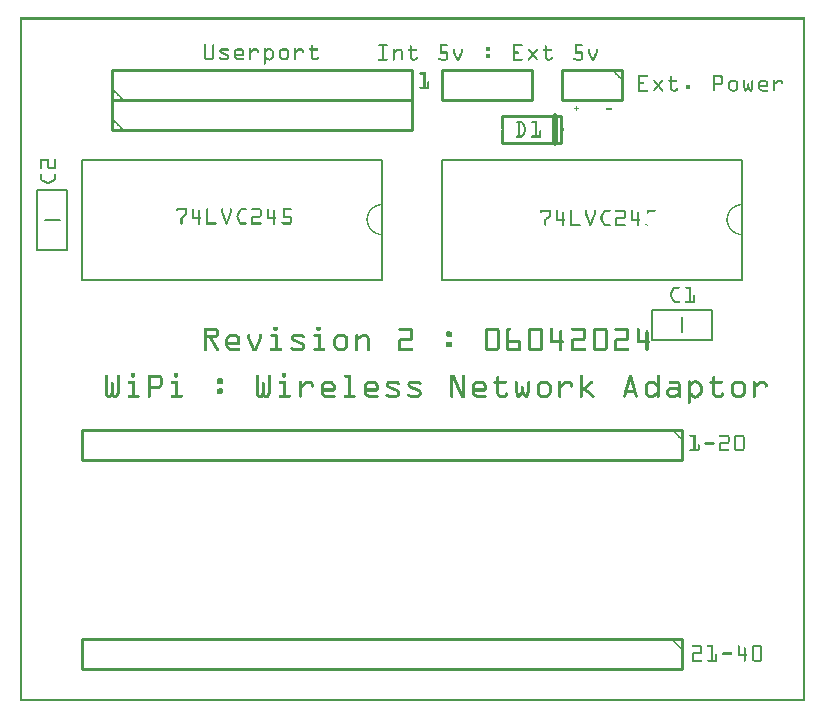
<source format=gto>
G04 MADE WITH FRITZING*
G04 WWW.FRITZING.ORG*
G04 DOUBLE SIDED*
G04 HOLES PLATED*
G04 CONTOUR ON CENTER OF CONTOUR VECTOR*
%ASAXBY*%
%FSLAX23Y23*%
%MOIN*%
%OFA0B0*%
%SFA1.0B1.0*%
%ADD10R,1.005000X0.405000X0.995000X0.395000*%
%ADD11C,0.005000*%
%ADD12C,0.010000*%
%ADD13C,0.020000*%
%ADD14C,0.008000*%
%ADD15R,0.001000X0.001000*%
%LNSILK1*%
G90*
G70*
G54D11*
X1409Y1805D02*
X2409Y1805D01*
X2409Y1405D01*
X1409Y1405D01*
X1409Y1805D01*
D02*
X209Y1805D02*
X1209Y1805D01*
X1209Y1405D01*
X209Y1405D01*
X209Y1805D01*
D02*
G54D12*
X2209Y206D02*
X209Y206D01*
D02*
X209Y206D02*
X209Y106D01*
D02*
X209Y106D02*
X2209Y106D01*
D02*
X2209Y106D02*
X2209Y206D01*
D02*
X2009Y2105D02*
X1809Y2105D01*
D02*
X1809Y2105D02*
X1809Y2005D01*
D02*
X1809Y2005D02*
X2009Y2005D01*
D02*
X2009Y2005D02*
X2009Y2105D01*
D02*
X2209Y905D02*
X209Y905D01*
D02*
X209Y905D02*
X209Y805D01*
D02*
X209Y805D02*
X2209Y805D01*
D02*
X2209Y805D02*
X2209Y905D01*
D02*
X309Y1905D02*
X1309Y1905D01*
D02*
X1309Y1905D02*
X1309Y2005D01*
D02*
X1309Y2005D02*
X309Y2005D01*
D02*
X309Y2005D02*
X309Y1905D01*
D02*
X309Y2005D02*
X1309Y2005D01*
D02*
X1309Y2005D02*
X1309Y2105D01*
D02*
X1309Y2105D02*
X309Y2105D01*
D02*
X309Y2105D02*
X309Y2005D01*
D02*
X1709Y2105D02*
X1409Y2105D01*
D02*
X1409Y2105D02*
X1409Y2005D01*
D02*
X1409Y2005D02*
X1709Y2005D01*
D02*
X1709Y2005D02*
X1709Y2105D01*
D02*
X1805Y1860D02*
X1610Y1860D01*
D02*
X1610Y1950D02*
X1805Y1950D01*
D02*
X1805Y1950D02*
X1805Y1860D01*
G54D13*
D02*
X1785Y1950D02*
X1785Y1860D01*
G54D14*
D02*
X2209Y1230D02*
X2209Y1280D01*
D02*
X2309Y1205D02*
X2109Y1205D01*
D02*
X2109Y1205D02*
X2109Y1305D01*
D02*
X2109Y1305D02*
X2309Y1305D01*
D02*
X2309Y1305D02*
X2309Y1205D01*
D02*
X84Y1605D02*
X134Y1605D01*
D02*
X59Y1505D02*
X59Y1705D01*
D02*
X59Y1705D02*
X159Y1705D01*
D02*
X159Y1705D02*
X159Y1505D01*
D02*
X159Y1505D02*
X59Y1505D01*
G54D15*
X1Y2279D02*
X2618Y2279D01*
X1Y2278D02*
X2618Y2278D01*
X1Y2277D02*
X2618Y2277D01*
X1Y2276D02*
X2618Y2276D01*
X1Y2275D02*
X2618Y2275D01*
X1Y2274D02*
X2618Y2274D01*
X1Y2273D02*
X2618Y2273D01*
X1Y2272D02*
X2618Y2272D01*
X1Y2271D02*
X8Y2271D01*
X2611Y2271D02*
X2618Y2271D01*
X1Y2270D02*
X8Y2270D01*
X2611Y2270D02*
X2618Y2270D01*
X1Y2269D02*
X8Y2269D01*
X2611Y2269D02*
X2618Y2269D01*
X1Y2268D02*
X8Y2268D01*
X2611Y2268D02*
X2618Y2268D01*
X1Y2267D02*
X8Y2267D01*
X2611Y2267D02*
X2618Y2267D01*
X1Y2266D02*
X8Y2266D01*
X2611Y2266D02*
X2618Y2266D01*
X1Y2265D02*
X8Y2265D01*
X2611Y2265D02*
X2618Y2265D01*
X1Y2264D02*
X8Y2264D01*
X2611Y2264D02*
X2618Y2264D01*
X1Y2263D02*
X8Y2263D01*
X2611Y2263D02*
X2618Y2263D01*
X1Y2262D02*
X8Y2262D01*
X2611Y2262D02*
X2618Y2262D01*
X1Y2261D02*
X8Y2261D01*
X2611Y2261D02*
X2618Y2261D01*
X1Y2260D02*
X8Y2260D01*
X2611Y2260D02*
X2618Y2260D01*
X1Y2259D02*
X8Y2259D01*
X2611Y2259D02*
X2618Y2259D01*
X1Y2258D02*
X8Y2258D01*
X2611Y2258D02*
X2618Y2258D01*
X1Y2257D02*
X8Y2257D01*
X2611Y2257D02*
X2618Y2257D01*
X1Y2256D02*
X8Y2256D01*
X2611Y2256D02*
X2618Y2256D01*
X1Y2255D02*
X8Y2255D01*
X2611Y2255D02*
X2618Y2255D01*
X1Y2254D02*
X8Y2254D01*
X2611Y2254D02*
X2618Y2254D01*
X1Y2253D02*
X8Y2253D01*
X2611Y2253D02*
X2618Y2253D01*
X1Y2252D02*
X8Y2252D01*
X2611Y2252D02*
X2618Y2252D01*
X1Y2251D02*
X8Y2251D01*
X2611Y2251D02*
X2618Y2251D01*
X1Y2250D02*
X8Y2250D01*
X2611Y2250D02*
X2618Y2250D01*
X1Y2249D02*
X8Y2249D01*
X2611Y2249D02*
X2618Y2249D01*
X1Y2248D02*
X8Y2248D01*
X2611Y2248D02*
X2618Y2248D01*
X1Y2247D02*
X8Y2247D01*
X2611Y2247D02*
X2618Y2247D01*
X1Y2246D02*
X8Y2246D01*
X2611Y2246D02*
X2618Y2246D01*
X1Y2245D02*
X8Y2245D01*
X2611Y2245D02*
X2618Y2245D01*
X1Y2244D02*
X8Y2244D01*
X2611Y2244D02*
X2618Y2244D01*
X1Y2243D02*
X8Y2243D01*
X2611Y2243D02*
X2618Y2243D01*
X1Y2242D02*
X8Y2242D01*
X2611Y2242D02*
X2618Y2242D01*
X1Y2241D02*
X8Y2241D01*
X2611Y2241D02*
X2618Y2241D01*
X1Y2240D02*
X8Y2240D01*
X2611Y2240D02*
X2618Y2240D01*
X1Y2239D02*
X8Y2239D01*
X2611Y2239D02*
X2618Y2239D01*
X1Y2238D02*
X8Y2238D01*
X2611Y2238D02*
X2618Y2238D01*
X1Y2237D02*
X8Y2237D01*
X2611Y2237D02*
X2618Y2237D01*
X1Y2236D02*
X8Y2236D01*
X2611Y2236D02*
X2618Y2236D01*
X1Y2235D02*
X8Y2235D01*
X2611Y2235D02*
X2618Y2235D01*
X1Y2234D02*
X8Y2234D01*
X2611Y2234D02*
X2618Y2234D01*
X1Y2233D02*
X8Y2233D01*
X2611Y2233D02*
X2618Y2233D01*
X1Y2232D02*
X8Y2232D01*
X2611Y2232D02*
X2618Y2232D01*
X1Y2231D02*
X8Y2231D01*
X2611Y2231D02*
X2618Y2231D01*
X1Y2230D02*
X8Y2230D01*
X2611Y2230D02*
X2618Y2230D01*
X1Y2229D02*
X8Y2229D01*
X2611Y2229D02*
X2618Y2229D01*
X1Y2228D02*
X8Y2228D01*
X2611Y2228D02*
X2618Y2228D01*
X1Y2227D02*
X8Y2227D01*
X2611Y2227D02*
X2618Y2227D01*
X1Y2226D02*
X8Y2226D01*
X2611Y2226D02*
X2618Y2226D01*
X1Y2225D02*
X8Y2225D01*
X2611Y2225D02*
X2618Y2225D01*
X1Y2224D02*
X8Y2224D01*
X2611Y2224D02*
X2618Y2224D01*
X1Y2223D02*
X8Y2223D01*
X2611Y2223D02*
X2618Y2223D01*
X1Y2222D02*
X8Y2222D01*
X2611Y2222D02*
X2618Y2222D01*
X1Y2221D02*
X8Y2221D01*
X2611Y2221D02*
X2618Y2221D01*
X1Y2220D02*
X8Y2220D01*
X2611Y2220D02*
X2618Y2220D01*
X1Y2219D02*
X8Y2219D01*
X2611Y2219D02*
X2618Y2219D01*
X1Y2218D02*
X8Y2218D01*
X2611Y2218D02*
X2618Y2218D01*
X1Y2217D02*
X8Y2217D01*
X2611Y2217D02*
X2618Y2217D01*
X1Y2216D02*
X8Y2216D01*
X2611Y2216D02*
X2618Y2216D01*
X1Y2215D02*
X8Y2215D01*
X2611Y2215D02*
X2618Y2215D01*
X1Y2214D02*
X8Y2214D01*
X2611Y2214D02*
X2618Y2214D01*
X1Y2213D02*
X8Y2213D01*
X2611Y2213D02*
X2618Y2213D01*
X1Y2212D02*
X8Y2212D01*
X2611Y2212D02*
X2618Y2212D01*
X1Y2211D02*
X8Y2211D01*
X2611Y2211D02*
X2618Y2211D01*
X1Y2210D02*
X8Y2210D01*
X2611Y2210D02*
X2618Y2210D01*
X1Y2209D02*
X8Y2209D01*
X2611Y2209D02*
X2618Y2209D01*
X1Y2208D02*
X8Y2208D01*
X2611Y2208D02*
X2618Y2208D01*
X1Y2207D02*
X8Y2207D01*
X2611Y2207D02*
X2618Y2207D01*
X1Y2206D02*
X8Y2206D01*
X2611Y2206D02*
X2618Y2206D01*
X1Y2205D02*
X8Y2205D01*
X2611Y2205D02*
X2618Y2205D01*
X1Y2204D02*
X8Y2204D01*
X2611Y2204D02*
X2618Y2204D01*
X1Y2203D02*
X8Y2203D01*
X2611Y2203D02*
X2618Y2203D01*
X1Y2202D02*
X8Y2202D01*
X2611Y2202D02*
X2618Y2202D01*
X1Y2201D02*
X8Y2201D01*
X2611Y2201D02*
X2618Y2201D01*
X1Y2200D02*
X8Y2200D01*
X2611Y2200D02*
X2618Y2200D01*
X1Y2199D02*
X8Y2199D01*
X2611Y2199D02*
X2618Y2199D01*
X1Y2198D02*
X8Y2198D01*
X2611Y2198D02*
X2618Y2198D01*
X1Y2197D02*
X8Y2197D01*
X2611Y2197D02*
X2618Y2197D01*
X1Y2196D02*
X8Y2196D01*
X2611Y2196D02*
X2618Y2196D01*
X1Y2195D02*
X8Y2195D01*
X2611Y2195D02*
X2618Y2195D01*
X1Y2194D02*
X8Y2194D01*
X2611Y2194D02*
X2618Y2194D01*
X1Y2193D02*
X8Y2193D01*
X2611Y2193D02*
X2618Y2193D01*
X1Y2192D02*
X8Y2192D01*
X2611Y2192D02*
X2618Y2192D01*
X1Y2191D02*
X8Y2191D01*
X2611Y2191D02*
X2618Y2191D01*
X1Y2190D02*
X8Y2190D01*
X617Y2190D02*
X619Y2190D01*
X645Y2190D02*
X647Y2190D01*
X2611Y2190D02*
X2618Y2190D01*
X1Y2189D02*
X8Y2189D01*
X616Y2189D02*
X621Y2189D01*
X644Y2189D02*
X648Y2189D01*
X1198Y2189D02*
X1225Y2189D01*
X1402Y2189D02*
X1425Y2189D01*
X1645Y2189D02*
X1675Y2189D01*
X1852Y2189D02*
X1875Y2189D01*
X2611Y2189D02*
X2618Y2189D01*
X1Y2188D02*
X8Y2188D01*
X615Y2188D02*
X621Y2188D01*
X643Y2188D02*
X649Y2188D01*
X1196Y2188D02*
X1227Y2188D01*
X1401Y2188D02*
X1427Y2188D01*
X1645Y2188D02*
X1677Y2188D01*
X1851Y2188D02*
X1877Y2188D01*
X2611Y2188D02*
X2618Y2188D01*
X1Y2187D02*
X8Y2187D01*
X615Y2187D02*
X621Y2187D01*
X643Y2187D02*
X649Y2187D01*
X974Y2187D02*
X976Y2187D01*
X1195Y2187D02*
X1228Y2187D01*
X1401Y2187D02*
X1428Y2187D01*
X1645Y2187D02*
X1678Y2187D01*
X1851Y2187D02*
X1878Y2187D01*
X2611Y2187D02*
X2618Y2187D01*
X1Y2186D02*
X8Y2186D01*
X615Y2186D02*
X621Y2186D01*
X643Y2186D02*
X649Y2186D01*
X973Y2186D02*
X977Y2186D01*
X1195Y2186D02*
X1228Y2186D01*
X1304Y2186D02*
X1305Y2186D01*
X1401Y2186D02*
X1428Y2186D01*
X1645Y2186D02*
X1678Y2186D01*
X1754Y2186D02*
X1754Y2186D01*
X1851Y2186D02*
X1878Y2186D01*
X2611Y2186D02*
X2618Y2186D01*
X1Y2185D02*
X8Y2185D01*
X615Y2185D02*
X621Y2185D01*
X643Y2185D02*
X649Y2185D01*
X972Y2185D02*
X978Y2185D01*
X1195Y2185D02*
X1228Y2185D01*
X1302Y2185D02*
X1306Y2185D01*
X1401Y2185D02*
X1428Y2185D01*
X1645Y2185D02*
X1678Y2185D01*
X1752Y2185D02*
X1756Y2185D01*
X1851Y2185D02*
X1878Y2185D01*
X2611Y2185D02*
X2618Y2185D01*
X1Y2184D02*
X8Y2184D01*
X615Y2184D02*
X621Y2184D01*
X643Y2184D02*
X649Y2184D01*
X972Y2184D02*
X978Y2184D01*
X1195Y2184D02*
X1228Y2184D01*
X1302Y2184D02*
X1307Y2184D01*
X1401Y2184D02*
X1428Y2184D01*
X1645Y2184D02*
X1678Y2184D01*
X1752Y2184D02*
X1757Y2184D01*
X1851Y2184D02*
X1878Y2184D01*
X2611Y2184D02*
X2618Y2184D01*
X1Y2183D02*
X8Y2183D01*
X615Y2183D02*
X621Y2183D01*
X643Y2183D02*
X649Y2183D01*
X972Y2183D02*
X978Y2183D01*
X1196Y2183D02*
X1227Y2183D01*
X1302Y2183D02*
X1307Y2183D01*
X1401Y2183D02*
X1427Y2183D01*
X1645Y2183D02*
X1677Y2183D01*
X1752Y2183D02*
X1757Y2183D01*
X1851Y2183D02*
X1877Y2183D01*
X2611Y2183D02*
X2618Y2183D01*
X1Y2182D02*
X8Y2182D01*
X615Y2182D02*
X621Y2182D01*
X643Y2182D02*
X649Y2182D01*
X972Y2182D02*
X978Y2182D01*
X1208Y2182D02*
X1215Y2182D01*
X1301Y2182D02*
X1307Y2182D01*
X1401Y2182D02*
X1408Y2182D01*
X1645Y2182D02*
X1651Y2182D01*
X1751Y2182D02*
X1757Y2182D01*
X1851Y2182D02*
X1858Y2182D01*
X2611Y2182D02*
X2618Y2182D01*
X1Y2181D02*
X8Y2181D01*
X615Y2181D02*
X621Y2181D01*
X643Y2181D02*
X649Y2181D01*
X972Y2181D02*
X978Y2181D01*
X1208Y2181D02*
X1214Y2181D01*
X1301Y2181D02*
X1307Y2181D01*
X1401Y2181D02*
X1407Y2181D01*
X1645Y2181D02*
X1651Y2181D01*
X1751Y2181D02*
X1757Y2181D01*
X1851Y2181D02*
X1857Y2181D01*
X2611Y2181D02*
X2618Y2181D01*
X1Y2180D02*
X8Y2180D01*
X615Y2180D02*
X621Y2180D01*
X643Y2180D02*
X649Y2180D01*
X972Y2180D02*
X978Y2180D01*
X1208Y2180D02*
X1214Y2180D01*
X1301Y2180D02*
X1307Y2180D01*
X1401Y2180D02*
X1407Y2180D01*
X1557Y2180D02*
X1565Y2180D01*
X1645Y2180D02*
X1651Y2180D01*
X1751Y2180D02*
X1757Y2180D01*
X1851Y2180D02*
X1857Y2180D01*
X2611Y2180D02*
X2618Y2180D01*
X1Y2179D02*
X8Y2179D01*
X615Y2179D02*
X621Y2179D01*
X643Y2179D02*
X649Y2179D01*
X972Y2179D02*
X978Y2179D01*
X1208Y2179D02*
X1214Y2179D01*
X1301Y2179D02*
X1307Y2179D01*
X1401Y2179D02*
X1407Y2179D01*
X1556Y2179D02*
X1567Y2179D01*
X1645Y2179D02*
X1651Y2179D01*
X1751Y2179D02*
X1757Y2179D01*
X1851Y2179D02*
X1857Y2179D01*
X2611Y2179D02*
X2618Y2179D01*
X1Y2178D02*
X8Y2178D01*
X615Y2178D02*
X621Y2178D01*
X643Y2178D02*
X649Y2178D01*
X972Y2178D02*
X978Y2178D01*
X1208Y2178D02*
X1214Y2178D01*
X1301Y2178D02*
X1307Y2178D01*
X1401Y2178D02*
X1407Y2178D01*
X1555Y2178D02*
X1567Y2178D01*
X1645Y2178D02*
X1651Y2178D01*
X1751Y2178D02*
X1757Y2178D01*
X1851Y2178D02*
X1857Y2178D01*
X2611Y2178D02*
X2618Y2178D01*
X1Y2177D02*
X8Y2177D01*
X615Y2177D02*
X621Y2177D01*
X643Y2177D02*
X649Y2177D01*
X818Y2177D02*
X819Y2177D01*
X830Y2177D02*
X834Y2177D01*
X972Y2177D02*
X978Y2177D01*
X1208Y2177D02*
X1214Y2177D01*
X1301Y2177D02*
X1307Y2177D01*
X1401Y2177D02*
X1407Y2177D01*
X1555Y2177D02*
X1568Y2177D01*
X1645Y2177D02*
X1651Y2177D01*
X1751Y2177D02*
X1757Y2177D01*
X1851Y2177D02*
X1857Y2177D01*
X2611Y2177D02*
X2618Y2177D01*
X1Y2176D02*
X8Y2176D01*
X615Y2176D02*
X621Y2176D01*
X643Y2176D02*
X649Y2176D01*
X816Y2176D02*
X820Y2176D01*
X827Y2176D02*
X837Y2176D01*
X972Y2176D02*
X978Y2176D01*
X1208Y2176D02*
X1214Y2176D01*
X1301Y2176D02*
X1307Y2176D01*
X1401Y2176D02*
X1407Y2176D01*
X1555Y2176D02*
X1568Y2176D01*
X1645Y2176D02*
X1651Y2176D01*
X1751Y2176D02*
X1757Y2176D01*
X1851Y2176D02*
X1857Y2176D01*
X2611Y2176D02*
X2618Y2176D01*
X1Y2175D02*
X8Y2175D01*
X615Y2175D02*
X621Y2175D01*
X643Y2175D02*
X649Y2175D01*
X671Y2175D02*
X693Y2175D01*
X724Y2175D02*
X740Y2175D01*
X767Y2175D02*
X770Y2175D01*
X780Y2175D02*
X792Y2175D01*
X816Y2175D02*
X821Y2175D01*
X826Y2175D02*
X839Y2175D01*
X874Y2175D02*
X890Y2175D01*
X917Y2175D02*
X920Y2175D01*
X930Y2175D02*
X942Y2175D01*
X967Y2175D02*
X994Y2175D01*
X1208Y2175D02*
X1214Y2175D01*
X1301Y2175D02*
X1307Y2175D01*
X1401Y2175D02*
X1407Y2175D01*
X1555Y2175D02*
X1568Y2175D01*
X1645Y2175D02*
X1651Y2175D01*
X1751Y2175D02*
X1757Y2175D01*
X1851Y2175D02*
X1857Y2175D01*
X2611Y2175D02*
X2618Y2175D01*
X1Y2174D02*
X8Y2174D01*
X615Y2174D02*
X621Y2174D01*
X643Y2174D02*
X649Y2174D01*
X670Y2174D02*
X695Y2174D01*
X722Y2174D02*
X742Y2174D01*
X766Y2174D02*
X771Y2174D01*
X779Y2174D02*
X794Y2174D01*
X815Y2174D02*
X821Y2174D01*
X824Y2174D02*
X840Y2174D01*
X872Y2174D02*
X892Y2174D01*
X916Y2174D02*
X921Y2174D01*
X929Y2174D02*
X944Y2174D01*
X966Y2174D02*
X995Y2174D01*
X1208Y2174D02*
X1214Y2174D01*
X1247Y2174D02*
X1248Y2174D01*
X1262Y2174D02*
X1269Y2174D01*
X1297Y2174D02*
X1322Y2174D01*
X1401Y2174D02*
X1407Y2174D01*
X1447Y2174D02*
X1448Y2174D01*
X1474Y2174D02*
X1476Y2174D01*
X1555Y2174D02*
X1568Y2174D01*
X1645Y2174D02*
X1651Y2174D01*
X1697Y2174D02*
X1699Y2174D01*
X1724Y2174D02*
X1725Y2174D01*
X1747Y2174D02*
X1772Y2174D01*
X1851Y2174D02*
X1857Y2174D01*
X1897Y2174D02*
X1898Y2174D01*
X1924Y2174D02*
X1926Y2174D01*
X2611Y2174D02*
X2618Y2174D01*
X1Y2173D02*
X8Y2173D01*
X615Y2173D02*
X621Y2173D01*
X643Y2173D02*
X649Y2173D01*
X669Y2173D02*
X696Y2173D01*
X721Y2173D02*
X743Y2173D01*
X765Y2173D02*
X771Y2173D01*
X778Y2173D02*
X795Y2173D01*
X815Y2173D02*
X821Y2173D01*
X823Y2173D02*
X841Y2173D01*
X871Y2173D02*
X893Y2173D01*
X915Y2173D02*
X921Y2173D01*
X928Y2173D02*
X945Y2173D01*
X965Y2173D02*
X995Y2173D01*
X1208Y2173D02*
X1214Y2173D01*
X1245Y2173D02*
X1250Y2173D01*
X1259Y2173D02*
X1272Y2173D01*
X1295Y2173D02*
X1324Y2173D01*
X1401Y2173D02*
X1407Y2173D01*
X1445Y2173D02*
X1450Y2173D01*
X1473Y2173D02*
X1477Y2173D01*
X1555Y2173D02*
X1568Y2173D01*
X1645Y2173D02*
X1651Y2173D01*
X1696Y2173D02*
X1700Y2173D01*
X1722Y2173D02*
X1726Y2173D01*
X1745Y2173D02*
X1774Y2173D01*
X1851Y2173D02*
X1857Y2173D01*
X1895Y2173D02*
X1900Y2173D01*
X1923Y2173D02*
X1927Y2173D01*
X2611Y2173D02*
X2618Y2173D01*
X1Y2172D02*
X8Y2172D01*
X615Y2172D02*
X621Y2172D01*
X643Y2172D02*
X649Y2172D01*
X668Y2172D02*
X697Y2172D01*
X720Y2172D02*
X744Y2172D01*
X765Y2172D02*
X771Y2172D01*
X777Y2172D02*
X796Y2172D01*
X815Y2172D02*
X842Y2172D01*
X870Y2172D02*
X894Y2172D01*
X915Y2172D02*
X921Y2172D01*
X927Y2172D02*
X946Y2172D01*
X965Y2172D02*
X995Y2172D01*
X1208Y2172D02*
X1214Y2172D01*
X1245Y2172D02*
X1250Y2172D01*
X1257Y2172D02*
X1273Y2172D01*
X1295Y2172D02*
X1324Y2172D01*
X1401Y2172D02*
X1407Y2172D01*
X1445Y2172D02*
X1450Y2172D01*
X1472Y2172D02*
X1478Y2172D01*
X1555Y2172D02*
X1568Y2172D01*
X1645Y2172D02*
X1651Y2172D01*
X1696Y2172D02*
X1701Y2172D01*
X1721Y2172D02*
X1727Y2172D01*
X1745Y2172D02*
X1774Y2172D01*
X1851Y2172D02*
X1857Y2172D01*
X1895Y2172D02*
X1900Y2172D01*
X1922Y2172D02*
X1928Y2172D01*
X2611Y2172D02*
X2618Y2172D01*
X1Y2171D02*
X8Y2171D01*
X615Y2171D02*
X621Y2171D01*
X643Y2171D02*
X649Y2171D01*
X667Y2171D02*
X698Y2171D01*
X719Y2171D02*
X745Y2171D01*
X765Y2171D02*
X771Y2171D01*
X776Y2171D02*
X797Y2171D01*
X815Y2171D02*
X844Y2171D01*
X869Y2171D02*
X895Y2171D01*
X915Y2171D02*
X921Y2171D01*
X926Y2171D02*
X947Y2171D01*
X966Y2171D02*
X995Y2171D01*
X1208Y2171D02*
X1214Y2171D01*
X1245Y2171D02*
X1251Y2171D01*
X1256Y2171D02*
X1274Y2171D01*
X1295Y2171D02*
X1325Y2171D01*
X1401Y2171D02*
X1407Y2171D01*
X1445Y2171D02*
X1451Y2171D01*
X1472Y2171D02*
X1478Y2171D01*
X1555Y2171D02*
X1568Y2171D01*
X1645Y2171D02*
X1651Y2171D01*
X1695Y2171D02*
X1702Y2171D01*
X1720Y2171D02*
X1727Y2171D01*
X1745Y2171D02*
X1775Y2171D01*
X1851Y2171D02*
X1857Y2171D01*
X1895Y2171D02*
X1901Y2171D01*
X1922Y2171D02*
X1928Y2171D01*
X2611Y2171D02*
X2618Y2171D01*
X1Y2170D02*
X8Y2170D01*
X615Y2170D02*
X621Y2170D01*
X643Y2170D02*
X649Y2170D01*
X667Y2170D02*
X698Y2170D01*
X718Y2170D02*
X746Y2170D01*
X765Y2170D02*
X771Y2170D01*
X774Y2170D02*
X798Y2170D01*
X815Y2170D02*
X830Y2170D01*
X834Y2170D02*
X845Y2170D01*
X868Y2170D02*
X896Y2170D01*
X915Y2170D02*
X921Y2170D01*
X924Y2170D02*
X948Y2170D01*
X966Y2170D02*
X994Y2170D01*
X1208Y2170D02*
X1214Y2170D01*
X1245Y2170D02*
X1251Y2170D01*
X1254Y2170D02*
X1275Y2170D01*
X1295Y2170D02*
X1324Y2170D01*
X1401Y2170D02*
X1407Y2170D01*
X1445Y2170D02*
X1451Y2170D01*
X1472Y2170D02*
X1478Y2170D01*
X1555Y2170D02*
X1568Y2170D01*
X1645Y2170D02*
X1651Y2170D01*
X1695Y2170D02*
X1703Y2170D01*
X1720Y2170D02*
X1727Y2170D01*
X1745Y2170D02*
X1774Y2170D01*
X1851Y2170D02*
X1857Y2170D01*
X1895Y2170D02*
X1901Y2170D01*
X1922Y2170D02*
X1928Y2170D01*
X2611Y2170D02*
X2618Y2170D01*
X1Y2169D02*
X8Y2169D01*
X615Y2169D02*
X621Y2169D01*
X643Y2169D02*
X649Y2169D01*
X666Y2169D02*
X698Y2169D01*
X717Y2169D02*
X747Y2169D01*
X765Y2169D02*
X771Y2169D01*
X773Y2169D02*
X798Y2169D01*
X815Y2169D02*
X828Y2169D01*
X836Y2169D02*
X846Y2169D01*
X867Y2169D02*
X897Y2169D01*
X915Y2169D02*
X921Y2169D01*
X923Y2169D02*
X948Y2169D01*
X968Y2169D02*
X993Y2169D01*
X1208Y2169D02*
X1214Y2169D01*
X1245Y2169D02*
X1251Y2169D01*
X1253Y2169D02*
X1276Y2169D01*
X1295Y2169D02*
X1324Y2169D01*
X1401Y2169D02*
X1407Y2169D01*
X1445Y2169D02*
X1451Y2169D01*
X1472Y2169D02*
X1478Y2169D01*
X1555Y2169D02*
X1567Y2169D01*
X1645Y2169D02*
X1651Y2169D01*
X1696Y2169D02*
X1704Y2169D01*
X1719Y2169D02*
X1727Y2169D01*
X1745Y2169D02*
X1774Y2169D01*
X1851Y2169D02*
X1857Y2169D01*
X1895Y2169D02*
X1901Y2169D01*
X1922Y2169D02*
X1928Y2169D01*
X2611Y2169D02*
X2618Y2169D01*
X1Y2168D02*
X8Y2168D01*
X615Y2168D02*
X621Y2168D01*
X643Y2168D02*
X649Y2168D01*
X666Y2168D02*
X673Y2168D01*
X692Y2168D02*
X698Y2168D01*
X717Y2168D02*
X725Y2168D01*
X739Y2168D02*
X748Y2168D01*
X765Y2168D02*
X782Y2168D01*
X791Y2168D02*
X798Y2168D01*
X815Y2168D02*
X827Y2168D01*
X837Y2168D02*
X846Y2168D01*
X867Y2168D02*
X875Y2168D01*
X889Y2168D02*
X898Y2168D01*
X915Y2168D02*
X932Y2168D01*
X941Y2168D02*
X948Y2168D01*
X972Y2168D02*
X978Y2168D01*
X1208Y2168D02*
X1214Y2168D01*
X1245Y2168D02*
X1276Y2168D01*
X1296Y2168D02*
X1323Y2168D01*
X1401Y2168D02*
X1407Y2168D01*
X1445Y2168D02*
X1451Y2168D01*
X1472Y2168D02*
X1478Y2168D01*
X1556Y2168D02*
X1566Y2168D01*
X1645Y2168D02*
X1651Y2168D01*
X1697Y2168D02*
X1705Y2168D01*
X1718Y2168D02*
X1726Y2168D01*
X1746Y2168D02*
X1773Y2168D01*
X1851Y2168D02*
X1857Y2168D01*
X1895Y2168D02*
X1901Y2168D01*
X1922Y2168D02*
X1928Y2168D01*
X2611Y2168D02*
X2618Y2168D01*
X1Y2167D02*
X8Y2167D01*
X615Y2167D02*
X621Y2167D01*
X643Y2167D02*
X649Y2167D01*
X666Y2167D02*
X672Y2167D01*
X693Y2167D02*
X697Y2167D01*
X716Y2167D02*
X724Y2167D01*
X741Y2167D02*
X748Y2167D01*
X765Y2167D02*
X781Y2167D01*
X792Y2167D02*
X799Y2167D01*
X815Y2167D02*
X826Y2167D01*
X838Y2167D02*
X847Y2167D01*
X866Y2167D02*
X874Y2167D01*
X891Y2167D02*
X898Y2167D01*
X915Y2167D02*
X931Y2167D01*
X942Y2167D02*
X949Y2167D01*
X972Y2167D02*
X978Y2167D01*
X1208Y2167D02*
X1214Y2167D01*
X1245Y2167D02*
X1261Y2167D01*
X1269Y2167D02*
X1277Y2167D01*
X1301Y2167D02*
X1308Y2167D01*
X1401Y2167D02*
X1407Y2167D01*
X1445Y2167D02*
X1451Y2167D01*
X1472Y2167D02*
X1478Y2167D01*
X1645Y2167D02*
X1651Y2167D01*
X1697Y2167D02*
X1705Y2167D01*
X1717Y2167D02*
X1725Y2167D01*
X1751Y2167D02*
X1758Y2167D01*
X1851Y2167D02*
X1857Y2167D01*
X1895Y2167D02*
X1901Y2167D01*
X1922Y2167D02*
X1928Y2167D01*
X2611Y2167D02*
X2618Y2167D01*
X1Y2166D02*
X8Y2166D01*
X615Y2166D02*
X621Y2166D01*
X643Y2166D02*
X649Y2166D01*
X666Y2166D02*
X672Y2166D01*
X695Y2166D02*
X696Y2166D01*
X716Y2166D02*
X723Y2166D01*
X741Y2166D02*
X748Y2166D01*
X765Y2166D02*
X780Y2166D01*
X793Y2166D02*
X799Y2166D01*
X815Y2166D02*
X825Y2166D01*
X840Y2166D02*
X848Y2166D01*
X866Y2166D02*
X873Y2166D01*
X891Y2166D02*
X898Y2166D01*
X915Y2166D02*
X930Y2166D01*
X943Y2166D02*
X949Y2166D01*
X972Y2166D02*
X978Y2166D01*
X1208Y2166D02*
X1214Y2166D01*
X1245Y2166D02*
X1260Y2166D01*
X1270Y2166D02*
X1277Y2166D01*
X1301Y2166D02*
X1307Y2166D01*
X1401Y2166D02*
X1407Y2166D01*
X1445Y2166D02*
X1451Y2166D01*
X1472Y2166D02*
X1478Y2166D01*
X1645Y2166D02*
X1651Y2166D01*
X1698Y2166D02*
X1706Y2166D01*
X1716Y2166D02*
X1724Y2166D01*
X1751Y2166D02*
X1757Y2166D01*
X1851Y2166D02*
X1857Y2166D01*
X1895Y2166D02*
X1901Y2166D01*
X1922Y2166D02*
X1928Y2166D01*
X2611Y2166D02*
X2618Y2166D01*
X1Y2165D02*
X8Y2165D01*
X615Y2165D02*
X621Y2165D01*
X643Y2165D02*
X649Y2165D01*
X666Y2165D02*
X673Y2165D01*
X715Y2165D02*
X722Y2165D01*
X742Y2165D02*
X749Y2165D01*
X765Y2165D02*
X778Y2165D01*
X793Y2165D02*
X799Y2165D01*
X815Y2165D02*
X824Y2165D01*
X841Y2165D02*
X848Y2165D01*
X865Y2165D02*
X872Y2165D01*
X892Y2165D02*
X899Y2165D01*
X915Y2165D02*
X928Y2165D01*
X943Y2165D02*
X949Y2165D01*
X972Y2165D02*
X978Y2165D01*
X1208Y2165D02*
X1214Y2165D01*
X1245Y2165D02*
X1258Y2165D01*
X1271Y2165D02*
X1277Y2165D01*
X1301Y2165D02*
X1307Y2165D01*
X1401Y2165D02*
X1424Y2165D01*
X1445Y2165D02*
X1451Y2165D01*
X1472Y2165D02*
X1478Y2165D01*
X1645Y2165D02*
X1662Y2165D01*
X1699Y2165D02*
X1707Y2165D01*
X1716Y2165D02*
X1724Y2165D01*
X1751Y2165D02*
X1757Y2165D01*
X1851Y2165D02*
X1874Y2165D01*
X1895Y2165D02*
X1901Y2165D01*
X1922Y2165D02*
X1928Y2165D01*
X2611Y2165D02*
X2618Y2165D01*
X1Y2164D02*
X8Y2164D01*
X615Y2164D02*
X621Y2164D01*
X643Y2164D02*
X649Y2164D01*
X667Y2164D02*
X676Y2164D01*
X715Y2164D02*
X721Y2164D01*
X743Y2164D02*
X749Y2164D01*
X765Y2164D02*
X777Y2164D01*
X793Y2164D02*
X799Y2164D01*
X815Y2164D02*
X823Y2164D01*
X842Y2164D02*
X849Y2164D01*
X865Y2164D02*
X871Y2164D01*
X893Y2164D02*
X899Y2164D01*
X915Y2164D02*
X927Y2164D01*
X943Y2164D02*
X949Y2164D01*
X972Y2164D02*
X978Y2164D01*
X1208Y2164D02*
X1214Y2164D01*
X1245Y2164D02*
X1257Y2164D01*
X1271Y2164D02*
X1277Y2164D01*
X1301Y2164D02*
X1307Y2164D01*
X1401Y2164D02*
X1425Y2164D01*
X1445Y2164D02*
X1451Y2164D01*
X1471Y2164D02*
X1478Y2164D01*
X1645Y2164D02*
X1664Y2164D01*
X1700Y2164D02*
X1708Y2164D01*
X1715Y2164D02*
X1723Y2164D01*
X1751Y2164D02*
X1757Y2164D01*
X1851Y2164D02*
X1875Y2164D01*
X1895Y2164D02*
X1901Y2164D01*
X1921Y2164D02*
X1928Y2164D01*
X2611Y2164D02*
X2618Y2164D01*
X1Y2163D02*
X8Y2163D01*
X615Y2163D02*
X621Y2163D01*
X643Y2163D02*
X649Y2163D01*
X667Y2163D02*
X678Y2163D01*
X715Y2163D02*
X721Y2163D01*
X743Y2163D02*
X749Y2163D01*
X765Y2163D02*
X776Y2163D01*
X793Y2163D02*
X799Y2163D01*
X815Y2163D02*
X822Y2163D01*
X843Y2163D02*
X849Y2163D01*
X865Y2163D02*
X871Y2163D01*
X893Y2163D02*
X899Y2163D01*
X915Y2163D02*
X926Y2163D01*
X943Y2163D02*
X949Y2163D01*
X972Y2163D02*
X978Y2163D01*
X1208Y2163D02*
X1214Y2163D01*
X1245Y2163D02*
X1255Y2163D01*
X1271Y2163D02*
X1277Y2163D01*
X1301Y2163D02*
X1307Y2163D01*
X1401Y2163D02*
X1426Y2163D01*
X1445Y2163D02*
X1452Y2163D01*
X1471Y2163D02*
X1478Y2163D01*
X1645Y2163D02*
X1664Y2163D01*
X1701Y2163D02*
X1709Y2163D01*
X1714Y2163D02*
X1722Y2163D01*
X1751Y2163D02*
X1757Y2163D01*
X1851Y2163D02*
X1876Y2163D01*
X1895Y2163D02*
X1902Y2163D01*
X1921Y2163D02*
X1928Y2163D01*
X2611Y2163D02*
X2618Y2163D01*
X1Y2162D02*
X8Y2162D01*
X615Y2162D02*
X621Y2162D01*
X643Y2162D02*
X649Y2162D01*
X668Y2162D02*
X680Y2162D01*
X715Y2162D02*
X721Y2162D01*
X743Y2162D02*
X749Y2162D01*
X765Y2162D02*
X775Y2162D01*
X793Y2162D02*
X799Y2162D01*
X815Y2162D02*
X822Y2162D01*
X843Y2162D02*
X849Y2162D01*
X865Y2162D02*
X871Y2162D01*
X893Y2162D02*
X899Y2162D01*
X915Y2162D02*
X925Y2162D01*
X943Y2162D02*
X949Y2162D01*
X972Y2162D02*
X978Y2162D01*
X1208Y2162D02*
X1214Y2162D01*
X1245Y2162D02*
X1254Y2162D01*
X1271Y2162D02*
X1277Y2162D01*
X1301Y2162D02*
X1307Y2162D01*
X1401Y2162D02*
X1427Y2162D01*
X1445Y2162D02*
X1452Y2162D01*
X1471Y2162D02*
X1477Y2162D01*
X1645Y2162D02*
X1664Y2162D01*
X1702Y2162D02*
X1710Y2162D01*
X1713Y2162D02*
X1721Y2162D01*
X1751Y2162D02*
X1757Y2162D01*
X1851Y2162D02*
X1877Y2162D01*
X1895Y2162D02*
X1902Y2162D01*
X1921Y2162D02*
X1927Y2162D01*
X2611Y2162D02*
X2618Y2162D01*
X1Y2161D02*
X8Y2161D01*
X615Y2161D02*
X621Y2161D01*
X643Y2161D02*
X649Y2161D01*
X668Y2161D02*
X683Y2161D01*
X715Y2161D02*
X721Y2161D01*
X743Y2161D02*
X749Y2161D01*
X765Y2161D02*
X774Y2161D01*
X794Y2161D02*
X798Y2161D01*
X815Y2161D02*
X821Y2161D01*
X843Y2161D02*
X849Y2161D01*
X865Y2161D02*
X871Y2161D01*
X893Y2161D02*
X899Y2161D01*
X915Y2161D02*
X924Y2161D01*
X944Y2161D02*
X948Y2161D01*
X972Y2161D02*
X978Y2161D01*
X1208Y2161D02*
X1214Y2161D01*
X1245Y2161D02*
X1252Y2161D01*
X1271Y2161D02*
X1277Y2161D01*
X1301Y2161D02*
X1307Y2161D01*
X1401Y2161D02*
X1428Y2161D01*
X1446Y2161D02*
X1453Y2161D01*
X1470Y2161D02*
X1477Y2161D01*
X1645Y2161D02*
X1664Y2161D01*
X1702Y2161D02*
X1720Y2161D01*
X1751Y2161D02*
X1757Y2161D01*
X1851Y2161D02*
X1878Y2161D01*
X1896Y2161D02*
X1903Y2161D01*
X1920Y2161D02*
X1927Y2161D01*
X2611Y2161D02*
X2618Y2161D01*
X1Y2160D02*
X8Y2160D01*
X615Y2160D02*
X621Y2160D01*
X643Y2160D02*
X649Y2160D01*
X669Y2160D02*
X685Y2160D01*
X715Y2160D02*
X721Y2160D01*
X743Y2160D02*
X749Y2160D01*
X765Y2160D02*
X773Y2160D01*
X796Y2160D02*
X796Y2160D01*
X815Y2160D02*
X821Y2160D01*
X843Y2160D02*
X849Y2160D01*
X865Y2160D02*
X871Y2160D01*
X893Y2160D02*
X899Y2160D01*
X915Y2160D02*
X923Y2160D01*
X946Y2160D02*
X946Y2160D01*
X972Y2160D02*
X978Y2160D01*
X1208Y2160D02*
X1214Y2160D01*
X1245Y2160D02*
X1251Y2160D01*
X1271Y2160D02*
X1277Y2160D01*
X1301Y2160D02*
X1307Y2160D01*
X1401Y2160D02*
X1428Y2160D01*
X1446Y2160D02*
X1453Y2160D01*
X1470Y2160D02*
X1476Y2160D01*
X1645Y2160D02*
X1664Y2160D01*
X1703Y2160D02*
X1719Y2160D01*
X1751Y2160D02*
X1757Y2160D01*
X1851Y2160D02*
X1878Y2160D01*
X1896Y2160D02*
X1903Y2160D01*
X1920Y2160D02*
X1926Y2160D01*
X2611Y2160D02*
X2618Y2160D01*
X1Y2159D02*
X8Y2159D01*
X615Y2159D02*
X621Y2159D01*
X643Y2159D02*
X649Y2159D01*
X671Y2159D02*
X687Y2159D01*
X715Y2159D02*
X721Y2159D01*
X743Y2159D02*
X749Y2159D01*
X765Y2159D02*
X772Y2159D01*
X815Y2159D02*
X821Y2159D01*
X843Y2159D02*
X849Y2159D01*
X865Y2159D02*
X871Y2159D01*
X893Y2159D02*
X899Y2159D01*
X915Y2159D02*
X922Y2159D01*
X972Y2159D02*
X978Y2159D01*
X1208Y2159D02*
X1214Y2159D01*
X1245Y2159D02*
X1251Y2159D01*
X1271Y2159D02*
X1277Y2159D01*
X1301Y2159D02*
X1307Y2159D01*
X1401Y2159D02*
X1428Y2159D01*
X1447Y2159D02*
X1453Y2159D01*
X1469Y2159D02*
X1476Y2159D01*
X1645Y2159D02*
X1663Y2159D01*
X1704Y2159D02*
X1719Y2159D01*
X1751Y2159D02*
X1757Y2159D01*
X1851Y2159D02*
X1878Y2159D01*
X1897Y2159D02*
X1903Y2159D01*
X1919Y2159D02*
X1926Y2159D01*
X2611Y2159D02*
X2618Y2159D01*
X1Y2158D02*
X8Y2158D01*
X615Y2158D02*
X621Y2158D01*
X643Y2158D02*
X649Y2158D01*
X673Y2158D02*
X690Y2158D01*
X715Y2158D02*
X749Y2158D01*
X765Y2158D02*
X771Y2158D01*
X815Y2158D02*
X821Y2158D01*
X843Y2158D02*
X849Y2158D01*
X865Y2158D02*
X871Y2158D01*
X893Y2158D02*
X899Y2158D01*
X915Y2158D02*
X921Y2158D01*
X972Y2158D02*
X978Y2158D01*
X1208Y2158D02*
X1214Y2158D01*
X1245Y2158D02*
X1251Y2158D01*
X1271Y2158D02*
X1277Y2158D01*
X1301Y2158D02*
X1307Y2158D01*
X1422Y2158D02*
X1428Y2158D01*
X1447Y2158D02*
X1454Y2158D01*
X1469Y2158D02*
X1475Y2158D01*
X1645Y2158D02*
X1651Y2158D01*
X1705Y2158D02*
X1718Y2158D01*
X1751Y2158D02*
X1757Y2158D01*
X1872Y2158D02*
X1878Y2158D01*
X1897Y2158D02*
X1904Y2158D01*
X1919Y2158D02*
X1925Y2158D01*
X2611Y2158D02*
X2618Y2158D01*
X1Y2157D02*
X8Y2157D01*
X615Y2157D02*
X621Y2157D01*
X643Y2157D02*
X649Y2157D01*
X675Y2157D02*
X692Y2157D01*
X715Y2157D02*
X749Y2157D01*
X765Y2157D02*
X771Y2157D01*
X815Y2157D02*
X821Y2157D01*
X843Y2157D02*
X849Y2157D01*
X865Y2157D02*
X871Y2157D01*
X893Y2157D02*
X899Y2157D01*
X915Y2157D02*
X921Y2157D01*
X972Y2157D02*
X978Y2157D01*
X1208Y2157D02*
X1214Y2157D01*
X1245Y2157D02*
X1251Y2157D01*
X1271Y2157D02*
X1277Y2157D01*
X1301Y2157D02*
X1307Y2157D01*
X1422Y2157D02*
X1428Y2157D01*
X1448Y2157D02*
X1454Y2157D01*
X1468Y2157D02*
X1475Y2157D01*
X1645Y2157D02*
X1651Y2157D01*
X1706Y2157D02*
X1717Y2157D01*
X1751Y2157D02*
X1757Y2157D01*
X1872Y2157D02*
X1878Y2157D01*
X1898Y2157D02*
X1904Y2157D01*
X1918Y2157D02*
X1925Y2157D01*
X2611Y2157D02*
X2618Y2157D01*
X1Y2156D02*
X8Y2156D01*
X615Y2156D02*
X621Y2156D01*
X643Y2156D02*
X649Y2156D01*
X678Y2156D02*
X694Y2156D01*
X715Y2156D02*
X749Y2156D01*
X765Y2156D02*
X771Y2156D01*
X815Y2156D02*
X821Y2156D01*
X843Y2156D02*
X849Y2156D01*
X865Y2156D02*
X871Y2156D01*
X893Y2156D02*
X899Y2156D01*
X915Y2156D02*
X921Y2156D01*
X972Y2156D02*
X978Y2156D01*
X1208Y2156D02*
X1214Y2156D01*
X1245Y2156D02*
X1251Y2156D01*
X1272Y2156D02*
X1278Y2156D01*
X1301Y2156D02*
X1307Y2156D01*
X1422Y2156D02*
X1428Y2156D01*
X1448Y2156D02*
X1455Y2156D01*
X1468Y2156D02*
X1475Y2156D01*
X1557Y2156D02*
X1566Y2156D01*
X1645Y2156D02*
X1651Y2156D01*
X1706Y2156D02*
X1716Y2156D01*
X1751Y2156D02*
X1757Y2156D01*
X1872Y2156D02*
X1878Y2156D01*
X1898Y2156D02*
X1905Y2156D01*
X1918Y2156D02*
X1925Y2156D01*
X2611Y2156D02*
X2618Y2156D01*
X1Y2155D02*
X8Y2155D01*
X615Y2155D02*
X621Y2155D01*
X643Y2155D02*
X649Y2155D01*
X680Y2155D02*
X695Y2155D01*
X715Y2155D02*
X749Y2155D01*
X765Y2155D02*
X771Y2155D01*
X815Y2155D02*
X821Y2155D01*
X843Y2155D02*
X849Y2155D01*
X865Y2155D02*
X871Y2155D01*
X893Y2155D02*
X899Y2155D01*
X915Y2155D02*
X921Y2155D01*
X972Y2155D02*
X978Y2155D01*
X1208Y2155D02*
X1214Y2155D01*
X1245Y2155D02*
X1251Y2155D01*
X1272Y2155D02*
X1278Y2155D01*
X1301Y2155D02*
X1307Y2155D01*
X1422Y2155D02*
X1428Y2155D01*
X1449Y2155D02*
X1455Y2155D01*
X1467Y2155D02*
X1474Y2155D01*
X1555Y2155D02*
X1567Y2155D01*
X1645Y2155D02*
X1651Y2155D01*
X1707Y2155D02*
X1716Y2155D01*
X1751Y2155D02*
X1757Y2155D01*
X1872Y2155D02*
X1878Y2155D01*
X1899Y2155D02*
X1905Y2155D01*
X1917Y2155D02*
X1924Y2155D01*
X2611Y2155D02*
X2618Y2155D01*
X1Y2154D02*
X8Y2154D01*
X615Y2154D02*
X621Y2154D01*
X643Y2154D02*
X649Y2154D01*
X682Y2154D02*
X696Y2154D01*
X715Y2154D02*
X749Y2154D01*
X765Y2154D02*
X771Y2154D01*
X815Y2154D02*
X821Y2154D01*
X843Y2154D02*
X849Y2154D01*
X865Y2154D02*
X871Y2154D01*
X893Y2154D02*
X899Y2154D01*
X915Y2154D02*
X921Y2154D01*
X972Y2154D02*
X978Y2154D01*
X1208Y2154D02*
X1214Y2154D01*
X1245Y2154D02*
X1251Y2154D01*
X1272Y2154D02*
X1278Y2154D01*
X1301Y2154D02*
X1307Y2154D01*
X1422Y2154D02*
X1428Y2154D01*
X1449Y2154D02*
X1456Y2154D01*
X1467Y2154D02*
X1474Y2154D01*
X1555Y2154D02*
X1568Y2154D01*
X1645Y2154D02*
X1651Y2154D01*
X1706Y2154D02*
X1716Y2154D01*
X1751Y2154D02*
X1757Y2154D01*
X1872Y2154D02*
X1878Y2154D01*
X1899Y2154D02*
X1906Y2154D01*
X1917Y2154D02*
X1924Y2154D01*
X2611Y2154D02*
X2618Y2154D01*
X1Y2153D02*
X8Y2153D01*
X615Y2153D02*
X621Y2153D01*
X643Y2153D02*
X649Y2153D01*
X684Y2153D02*
X697Y2153D01*
X715Y2153D02*
X748Y2153D01*
X765Y2153D02*
X771Y2153D01*
X815Y2153D02*
X821Y2153D01*
X843Y2153D02*
X849Y2153D01*
X865Y2153D02*
X871Y2153D01*
X893Y2153D02*
X899Y2153D01*
X915Y2153D02*
X921Y2153D01*
X972Y2153D02*
X978Y2153D01*
X1208Y2153D02*
X1214Y2153D01*
X1245Y2153D02*
X1251Y2153D01*
X1272Y2153D02*
X1278Y2153D01*
X1301Y2153D02*
X1307Y2153D01*
X1422Y2153D02*
X1428Y2153D01*
X1449Y2153D02*
X1456Y2153D01*
X1467Y2153D02*
X1473Y2153D01*
X1555Y2153D02*
X1568Y2153D01*
X1645Y2153D02*
X1651Y2153D01*
X1706Y2153D02*
X1717Y2153D01*
X1751Y2153D02*
X1757Y2153D01*
X1872Y2153D02*
X1878Y2153D01*
X1899Y2153D02*
X1906Y2153D01*
X1917Y2153D02*
X1923Y2153D01*
X2611Y2153D02*
X2618Y2153D01*
X1Y2152D02*
X8Y2152D01*
X615Y2152D02*
X621Y2152D01*
X643Y2152D02*
X649Y2152D01*
X687Y2152D02*
X697Y2152D01*
X715Y2152D02*
X748Y2152D01*
X765Y2152D02*
X771Y2152D01*
X815Y2152D02*
X821Y2152D01*
X843Y2152D02*
X849Y2152D01*
X865Y2152D02*
X871Y2152D01*
X893Y2152D02*
X899Y2152D01*
X915Y2152D02*
X921Y2152D01*
X972Y2152D02*
X978Y2152D01*
X1208Y2152D02*
X1214Y2152D01*
X1245Y2152D02*
X1251Y2152D01*
X1272Y2152D02*
X1278Y2152D01*
X1301Y2152D02*
X1307Y2152D01*
X1422Y2152D02*
X1428Y2152D01*
X1450Y2152D02*
X1456Y2152D01*
X1466Y2152D02*
X1473Y2152D01*
X1555Y2152D02*
X1568Y2152D01*
X1645Y2152D02*
X1651Y2152D01*
X1705Y2152D02*
X1718Y2152D01*
X1751Y2152D02*
X1757Y2152D01*
X1872Y2152D02*
X1878Y2152D01*
X1900Y2152D02*
X1906Y2152D01*
X1916Y2152D02*
X1923Y2152D01*
X2611Y2152D02*
X2618Y2152D01*
X1Y2151D02*
X8Y2151D01*
X615Y2151D02*
X621Y2151D01*
X643Y2151D02*
X649Y2151D01*
X689Y2151D02*
X698Y2151D01*
X715Y2151D02*
X722Y2151D01*
X765Y2151D02*
X771Y2151D01*
X815Y2151D02*
X821Y2151D01*
X843Y2151D02*
X849Y2151D01*
X865Y2151D02*
X871Y2151D01*
X893Y2151D02*
X899Y2151D01*
X915Y2151D02*
X921Y2151D01*
X972Y2151D02*
X978Y2151D01*
X1208Y2151D02*
X1214Y2151D01*
X1245Y2151D02*
X1251Y2151D01*
X1272Y2151D02*
X1278Y2151D01*
X1301Y2151D02*
X1307Y2151D01*
X1422Y2151D02*
X1428Y2151D01*
X1450Y2151D02*
X1457Y2151D01*
X1466Y2151D02*
X1472Y2151D01*
X1555Y2151D02*
X1568Y2151D01*
X1645Y2151D02*
X1651Y2151D01*
X1704Y2151D02*
X1719Y2151D01*
X1751Y2151D02*
X1757Y2151D01*
X1872Y2151D02*
X1878Y2151D01*
X1900Y2151D02*
X1907Y2151D01*
X1916Y2151D02*
X1922Y2151D01*
X2611Y2151D02*
X2618Y2151D01*
X1Y2150D02*
X8Y2150D01*
X615Y2150D02*
X621Y2150D01*
X643Y2150D02*
X649Y2150D01*
X691Y2150D02*
X698Y2150D01*
X715Y2150D02*
X721Y2150D01*
X765Y2150D02*
X771Y2150D01*
X815Y2150D02*
X822Y2150D01*
X843Y2150D02*
X849Y2150D01*
X865Y2150D02*
X871Y2150D01*
X893Y2150D02*
X899Y2150D01*
X915Y2150D02*
X921Y2150D01*
X972Y2150D02*
X978Y2150D01*
X1208Y2150D02*
X1214Y2150D01*
X1245Y2150D02*
X1251Y2150D01*
X1272Y2150D02*
X1278Y2150D01*
X1301Y2150D02*
X1307Y2150D01*
X1422Y2150D02*
X1428Y2150D01*
X1451Y2150D02*
X1457Y2150D01*
X1465Y2150D02*
X1472Y2150D01*
X1555Y2150D02*
X1568Y2150D01*
X1645Y2150D02*
X1651Y2150D01*
X1703Y2150D02*
X1720Y2150D01*
X1751Y2150D02*
X1757Y2150D01*
X1872Y2150D02*
X1878Y2150D01*
X1901Y2150D02*
X1907Y2150D01*
X1915Y2150D02*
X1922Y2150D01*
X2611Y2150D02*
X2618Y2150D01*
X1Y2149D02*
X8Y2149D01*
X615Y2149D02*
X621Y2149D01*
X643Y2149D02*
X649Y2149D01*
X692Y2149D02*
X699Y2149D01*
X715Y2149D02*
X721Y2149D01*
X765Y2149D02*
X771Y2149D01*
X815Y2149D02*
X822Y2149D01*
X842Y2149D02*
X849Y2149D01*
X865Y2149D02*
X871Y2149D01*
X893Y2149D02*
X899Y2149D01*
X915Y2149D02*
X921Y2149D01*
X972Y2149D02*
X978Y2149D01*
X995Y2149D02*
X996Y2149D01*
X1208Y2149D02*
X1214Y2149D01*
X1245Y2149D02*
X1251Y2149D01*
X1272Y2149D02*
X1278Y2149D01*
X1301Y2149D02*
X1307Y2149D01*
X1422Y2149D02*
X1428Y2149D01*
X1451Y2149D02*
X1458Y2149D01*
X1465Y2149D02*
X1471Y2149D01*
X1555Y2149D02*
X1568Y2149D01*
X1645Y2149D02*
X1651Y2149D01*
X1702Y2149D02*
X1710Y2149D01*
X1712Y2149D02*
X1720Y2149D01*
X1751Y2149D02*
X1757Y2149D01*
X1872Y2149D02*
X1878Y2149D01*
X1901Y2149D02*
X1908Y2149D01*
X1915Y2149D02*
X1921Y2149D01*
X2611Y2149D02*
X2618Y2149D01*
X1Y2148D02*
X8Y2148D01*
X615Y2148D02*
X621Y2148D01*
X643Y2148D02*
X649Y2148D01*
X693Y2148D02*
X699Y2148D01*
X715Y2148D02*
X722Y2148D01*
X765Y2148D02*
X771Y2148D01*
X815Y2148D02*
X823Y2148D01*
X842Y2148D02*
X849Y2148D01*
X865Y2148D02*
X872Y2148D01*
X893Y2148D02*
X899Y2148D01*
X915Y2148D02*
X921Y2148D01*
X972Y2148D02*
X978Y2148D01*
X994Y2148D02*
X998Y2148D01*
X1208Y2148D02*
X1214Y2148D01*
X1245Y2148D02*
X1251Y2148D01*
X1272Y2148D02*
X1278Y2148D01*
X1301Y2148D02*
X1307Y2148D01*
X1422Y2148D02*
X1428Y2148D01*
X1452Y2148D02*
X1458Y2148D01*
X1464Y2148D02*
X1471Y2148D01*
X1555Y2148D02*
X1568Y2148D01*
X1645Y2148D02*
X1651Y2148D01*
X1701Y2148D02*
X1710Y2148D01*
X1713Y2148D02*
X1721Y2148D01*
X1751Y2148D02*
X1757Y2148D01*
X1872Y2148D02*
X1878Y2148D01*
X1902Y2148D02*
X1908Y2148D01*
X1914Y2148D02*
X1921Y2148D01*
X2611Y2148D02*
X2618Y2148D01*
X1Y2147D02*
X8Y2147D01*
X615Y2147D02*
X621Y2147D01*
X643Y2147D02*
X649Y2147D01*
X693Y2147D02*
X699Y2147D01*
X715Y2147D02*
X722Y2147D01*
X765Y2147D02*
X771Y2147D01*
X815Y2147D02*
X824Y2147D01*
X841Y2147D02*
X848Y2147D01*
X865Y2147D02*
X872Y2147D01*
X892Y2147D02*
X899Y2147D01*
X915Y2147D02*
X921Y2147D01*
X972Y2147D02*
X978Y2147D01*
X993Y2147D02*
X999Y2147D01*
X1208Y2147D02*
X1214Y2147D01*
X1245Y2147D02*
X1251Y2147D01*
X1272Y2147D02*
X1278Y2147D01*
X1301Y2147D02*
X1307Y2147D01*
X1324Y2147D02*
X1327Y2147D01*
X1422Y2147D02*
X1428Y2147D01*
X1452Y2147D02*
X1459Y2147D01*
X1464Y2147D02*
X1471Y2147D01*
X1555Y2147D02*
X1568Y2147D01*
X1645Y2147D02*
X1651Y2147D01*
X1701Y2147D02*
X1709Y2147D01*
X1714Y2147D02*
X1722Y2147D01*
X1751Y2147D02*
X1757Y2147D01*
X1774Y2147D02*
X1777Y2147D01*
X1872Y2147D02*
X1878Y2147D01*
X1902Y2147D02*
X1909Y2147D01*
X1914Y2147D02*
X1921Y2147D01*
X2611Y2147D02*
X2618Y2147D01*
X1Y2146D02*
X8Y2146D01*
X615Y2146D02*
X621Y2146D01*
X643Y2146D02*
X649Y2146D01*
X667Y2146D02*
X669Y2146D01*
X692Y2146D02*
X699Y2146D01*
X716Y2146D02*
X723Y2146D01*
X765Y2146D02*
X771Y2146D01*
X815Y2146D02*
X825Y2146D01*
X839Y2146D02*
X848Y2146D01*
X866Y2146D02*
X873Y2146D01*
X891Y2146D02*
X898Y2146D01*
X915Y2146D02*
X921Y2146D01*
X972Y2146D02*
X978Y2146D01*
X993Y2146D02*
X999Y2146D01*
X1208Y2146D02*
X1214Y2146D01*
X1245Y2146D02*
X1251Y2146D01*
X1272Y2146D02*
X1278Y2146D01*
X1301Y2146D02*
X1307Y2146D01*
X1323Y2146D02*
X1328Y2146D01*
X1422Y2146D02*
X1428Y2146D01*
X1452Y2146D02*
X1459Y2146D01*
X1464Y2146D02*
X1470Y2146D01*
X1555Y2146D02*
X1568Y2146D01*
X1645Y2146D02*
X1651Y2146D01*
X1700Y2146D02*
X1708Y2146D01*
X1715Y2146D02*
X1723Y2146D01*
X1751Y2146D02*
X1757Y2146D01*
X1773Y2146D02*
X1778Y2146D01*
X1872Y2146D02*
X1878Y2146D01*
X1902Y2146D02*
X1909Y2146D01*
X1913Y2146D02*
X1920Y2146D01*
X2611Y2146D02*
X2618Y2146D01*
X1Y2145D02*
X8Y2145D01*
X615Y2145D02*
X622Y2145D01*
X642Y2145D02*
X649Y2145D01*
X666Y2145D02*
X671Y2145D01*
X692Y2145D02*
X699Y2145D01*
X716Y2145D02*
X724Y2145D01*
X765Y2145D02*
X771Y2145D01*
X815Y2145D02*
X826Y2145D01*
X838Y2145D02*
X847Y2145D01*
X866Y2145D02*
X874Y2145D01*
X890Y2145D02*
X898Y2145D01*
X915Y2145D02*
X921Y2145D01*
X972Y2145D02*
X979Y2145D01*
X992Y2145D02*
X999Y2145D01*
X1208Y2145D02*
X1214Y2145D01*
X1245Y2145D02*
X1251Y2145D01*
X1272Y2145D02*
X1278Y2145D01*
X1301Y2145D02*
X1308Y2145D01*
X1322Y2145D02*
X1328Y2145D01*
X1422Y2145D02*
X1428Y2145D01*
X1453Y2145D02*
X1460Y2145D01*
X1463Y2145D02*
X1470Y2145D01*
X1556Y2145D02*
X1567Y2145D01*
X1645Y2145D02*
X1651Y2145D01*
X1699Y2145D02*
X1707Y2145D01*
X1716Y2145D02*
X1724Y2145D01*
X1751Y2145D02*
X1757Y2145D01*
X1772Y2145D02*
X1778Y2145D01*
X1872Y2145D02*
X1878Y2145D01*
X1903Y2145D02*
X1910Y2145D01*
X1913Y2145D02*
X1920Y2145D01*
X2611Y2145D02*
X2618Y2145D01*
X1Y2144D02*
X8Y2144D01*
X616Y2144D02*
X623Y2144D01*
X641Y2144D02*
X648Y2144D01*
X666Y2144D02*
X672Y2144D01*
X691Y2144D02*
X698Y2144D01*
X716Y2144D02*
X725Y2144D01*
X765Y2144D02*
X771Y2144D01*
X815Y2144D02*
X827Y2144D01*
X837Y2144D02*
X847Y2144D01*
X866Y2144D02*
X875Y2144D01*
X889Y2144D02*
X898Y2144D01*
X915Y2144D02*
X921Y2144D01*
X973Y2144D02*
X980Y2144D01*
X991Y2144D02*
X999Y2144D01*
X1208Y2144D02*
X1214Y2144D01*
X1245Y2144D02*
X1251Y2144D01*
X1272Y2144D02*
X1278Y2144D01*
X1302Y2144D02*
X1308Y2144D01*
X1322Y2144D02*
X1328Y2144D01*
X1396Y2144D02*
X1400Y2144D01*
X1422Y2144D02*
X1428Y2144D01*
X1453Y2144D02*
X1460Y2144D01*
X1463Y2144D02*
X1469Y2144D01*
X1557Y2144D02*
X1566Y2144D01*
X1645Y2144D02*
X1651Y2144D01*
X1698Y2144D02*
X1706Y2144D01*
X1716Y2144D02*
X1725Y2144D01*
X1752Y2144D02*
X1758Y2144D01*
X1772Y2144D02*
X1778Y2144D01*
X1846Y2144D02*
X1850Y2144D01*
X1872Y2144D02*
X1878Y2144D01*
X1903Y2144D02*
X1910Y2144D01*
X1913Y2144D02*
X1919Y2144D01*
X2611Y2144D02*
X2618Y2144D01*
X1Y2143D02*
X8Y2143D01*
X616Y2143D02*
X648Y2143D01*
X665Y2143D02*
X698Y2143D01*
X717Y2143D02*
X747Y2143D01*
X765Y2143D02*
X771Y2143D01*
X815Y2143D02*
X828Y2143D01*
X836Y2143D02*
X846Y2143D01*
X867Y2143D02*
X897Y2143D01*
X915Y2143D02*
X921Y2143D01*
X973Y2143D02*
X998Y2143D01*
X1208Y2143D02*
X1214Y2143D01*
X1245Y2143D02*
X1251Y2143D01*
X1272Y2143D02*
X1278Y2143D01*
X1302Y2143D02*
X1308Y2143D01*
X1321Y2143D02*
X1328Y2143D01*
X1395Y2143D02*
X1402Y2143D01*
X1422Y2143D02*
X1428Y2143D01*
X1454Y2143D02*
X1460Y2143D01*
X1462Y2143D02*
X1469Y2143D01*
X1645Y2143D02*
X1651Y2143D01*
X1697Y2143D02*
X1705Y2143D01*
X1717Y2143D02*
X1725Y2143D01*
X1752Y2143D02*
X1758Y2143D01*
X1771Y2143D02*
X1778Y2143D01*
X1845Y2143D02*
X1852Y2143D01*
X1872Y2143D02*
X1878Y2143D01*
X1904Y2143D02*
X1910Y2143D01*
X1912Y2143D02*
X1919Y2143D01*
X2611Y2143D02*
X2618Y2143D01*
X1Y2142D02*
X8Y2142D01*
X616Y2142D02*
X648Y2142D01*
X665Y2142D02*
X697Y2142D01*
X718Y2142D02*
X748Y2142D01*
X765Y2142D02*
X771Y2142D01*
X815Y2142D02*
X830Y2142D01*
X834Y2142D02*
X845Y2142D01*
X868Y2142D02*
X896Y2142D01*
X915Y2142D02*
X921Y2142D01*
X973Y2142D02*
X998Y2142D01*
X1208Y2142D02*
X1215Y2142D01*
X1245Y2142D02*
X1251Y2142D01*
X1272Y2142D02*
X1278Y2142D01*
X1302Y2142D02*
X1310Y2142D01*
X1319Y2142D02*
X1328Y2142D01*
X1395Y2142D02*
X1404Y2142D01*
X1422Y2142D02*
X1428Y2142D01*
X1454Y2142D02*
X1468Y2142D01*
X1645Y2142D02*
X1651Y2142D01*
X1696Y2142D02*
X1705Y2142D01*
X1718Y2142D02*
X1726Y2142D01*
X1752Y2142D02*
X1760Y2142D01*
X1769Y2142D02*
X1778Y2142D01*
X1845Y2142D02*
X1854Y2142D01*
X1872Y2142D02*
X1878Y2142D01*
X1904Y2142D02*
X1918Y2142D01*
X2611Y2142D02*
X2618Y2142D01*
X1Y2141D02*
X8Y2141D01*
X617Y2141D02*
X647Y2141D01*
X666Y2141D02*
X697Y2141D01*
X719Y2141D02*
X749Y2141D01*
X765Y2141D02*
X771Y2141D01*
X815Y2141D02*
X843Y2141D01*
X869Y2141D02*
X895Y2141D01*
X915Y2141D02*
X921Y2141D01*
X974Y2141D02*
X997Y2141D01*
X1196Y2141D02*
X1227Y2141D01*
X1245Y2141D02*
X1251Y2141D01*
X1272Y2141D02*
X1278Y2141D01*
X1302Y2141D02*
X1327Y2141D01*
X1395Y2141D02*
X1428Y2141D01*
X1455Y2141D02*
X1468Y2141D01*
X1645Y2141D02*
X1677Y2141D01*
X1696Y2141D02*
X1704Y2141D01*
X1719Y2141D02*
X1727Y2141D01*
X1752Y2141D02*
X1777Y2141D01*
X1845Y2141D02*
X1878Y2141D01*
X1905Y2141D02*
X1918Y2141D01*
X2611Y2141D02*
X2618Y2141D01*
X1Y2140D02*
X8Y2140D01*
X618Y2140D02*
X646Y2140D01*
X667Y2140D02*
X696Y2140D01*
X720Y2140D02*
X749Y2140D01*
X765Y2140D02*
X771Y2140D01*
X815Y2140D02*
X842Y2140D01*
X870Y2140D02*
X894Y2140D01*
X915Y2140D02*
X921Y2140D01*
X975Y2140D02*
X996Y2140D01*
X1195Y2140D02*
X1228Y2140D01*
X1245Y2140D02*
X1251Y2140D01*
X1272Y2140D02*
X1278Y2140D01*
X1303Y2140D02*
X1327Y2140D01*
X1395Y2140D02*
X1428Y2140D01*
X1455Y2140D02*
X1468Y2140D01*
X1645Y2140D02*
X1678Y2140D01*
X1695Y2140D02*
X1703Y2140D01*
X1720Y2140D02*
X1728Y2140D01*
X1753Y2140D02*
X1777Y2140D01*
X1845Y2140D02*
X1878Y2140D01*
X1905Y2140D02*
X1918Y2140D01*
X2611Y2140D02*
X2618Y2140D01*
X1Y2139D02*
X8Y2139D01*
X619Y2139D02*
X645Y2139D01*
X668Y2139D02*
X695Y2139D01*
X721Y2139D02*
X749Y2139D01*
X765Y2139D02*
X771Y2139D01*
X815Y2139D02*
X821Y2139D01*
X823Y2139D02*
X841Y2139D01*
X871Y2139D02*
X893Y2139D01*
X915Y2139D02*
X921Y2139D01*
X976Y2139D02*
X995Y2139D01*
X1195Y2139D02*
X1228Y2139D01*
X1245Y2139D02*
X1251Y2139D01*
X1272Y2139D02*
X1278Y2139D01*
X1304Y2139D02*
X1326Y2139D01*
X1395Y2139D02*
X1427Y2139D01*
X1456Y2139D02*
X1467Y2139D01*
X1645Y2139D02*
X1678Y2139D01*
X1695Y2139D02*
X1702Y2139D01*
X1721Y2139D02*
X1728Y2139D01*
X1754Y2139D02*
X1776Y2139D01*
X1845Y2139D02*
X1877Y2139D01*
X1906Y2139D02*
X1917Y2139D01*
X2611Y2139D02*
X2618Y2139D01*
X1Y2138D02*
X8Y2138D01*
X620Y2138D02*
X644Y2138D01*
X670Y2138D02*
X694Y2138D01*
X723Y2138D02*
X748Y2138D01*
X766Y2138D02*
X771Y2138D01*
X815Y2138D02*
X821Y2138D01*
X824Y2138D02*
X840Y2138D01*
X873Y2138D02*
X891Y2138D01*
X916Y2138D02*
X921Y2138D01*
X977Y2138D02*
X994Y2138D01*
X1195Y2138D02*
X1228Y2138D01*
X1245Y2138D02*
X1251Y2138D01*
X1272Y2138D02*
X1278Y2138D01*
X1304Y2138D02*
X1325Y2138D01*
X1397Y2138D02*
X1427Y2138D01*
X1456Y2138D02*
X1467Y2138D01*
X1645Y2138D02*
X1678Y2138D01*
X1695Y2138D02*
X1701Y2138D01*
X1721Y2138D02*
X1728Y2138D01*
X1754Y2138D02*
X1775Y2138D01*
X1847Y2138D02*
X1877Y2138D01*
X1906Y2138D02*
X1917Y2138D01*
X2611Y2138D02*
X2618Y2138D01*
X1Y2137D02*
X8Y2137D01*
X622Y2137D02*
X642Y2137D01*
X672Y2137D02*
X692Y2137D01*
X724Y2137D02*
X747Y2137D01*
X767Y2137D02*
X770Y2137D01*
X815Y2137D02*
X821Y2137D01*
X826Y2137D02*
X839Y2137D01*
X875Y2137D02*
X890Y2137D01*
X917Y2137D02*
X920Y2137D01*
X979Y2137D02*
X992Y2137D01*
X1195Y2137D02*
X1228Y2137D01*
X1245Y2137D02*
X1250Y2137D01*
X1272Y2137D02*
X1278Y2137D01*
X1306Y2137D02*
X1324Y2137D01*
X1399Y2137D02*
X1426Y2137D01*
X1456Y2137D02*
X1466Y2137D01*
X1645Y2137D02*
X1678Y2137D01*
X1695Y2137D02*
X1700Y2137D01*
X1722Y2137D02*
X1728Y2137D01*
X1756Y2137D02*
X1774Y2137D01*
X1849Y2137D02*
X1876Y2137D01*
X1906Y2137D02*
X1916Y2137D01*
X2611Y2137D02*
X2618Y2137D01*
X1Y2136D02*
X8Y2136D01*
X815Y2136D02*
X821Y2136D01*
X827Y2136D02*
X837Y2136D01*
X1196Y2136D02*
X1227Y2136D01*
X1246Y2136D02*
X1250Y2136D01*
X1273Y2136D02*
X1277Y2136D01*
X1307Y2136D02*
X1322Y2136D01*
X1401Y2136D02*
X1425Y2136D01*
X1457Y2136D02*
X1466Y2136D01*
X1645Y2136D02*
X1677Y2136D01*
X1696Y2136D02*
X1700Y2136D01*
X1723Y2136D02*
X1727Y2136D01*
X1757Y2136D02*
X1772Y2136D01*
X1851Y2136D02*
X1875Y2136D01*
X1907Y2136D02*
X1916Y2136D01*
X2611Y2136D02*
X2618Y2136D01*
X1Y2135D02*
X8Y2135D01*
X815Y2135D02*
X821Y2135D01*
X831Y2135D02*
X834Y2135D01*
X1197Y2135D02*
X1225Y2135D01*
X1247Y2135D02*
X1248Y2135D01*
X1275Y2135D02*
X1275Y2135D01*
X1310Y2135D02*
X1319Y2135D01*
X1405Y2135D02*
X1422Y2135D01*
X1459Y2135D02*
X1464Y2135D01*
X1645Y2135D02*
X1675Y2135D01*
X1697Y2135D02*
X1698Y2135D01*
X1725Y2135D02*
X1725Y2135D01*
X1760Y2135D02*
X1769Y2135D01*
X1855Y2135D02*
X1872Y2135D01*
X1909Y2135D02*
X1914Y2135D01*
X2611Y2135D02*
X2618Y2135D01*
X1Y2134D02*
X8Y2134D01*
X815Y2134D02*
X821Y2134D01*
X2611Y2134D02*
X2618Y2134D01*
X1Y2133D02*
X8Y2133D01*
X815Y2133D02*
X821Y2133D01*
X2611Y2133D02*
X2618Y2133D01*
X1Y2132D02*
X8Y2132D01*
X815Y2132D02*
X821Y2132D01*
X2611Y2132D02*
X2618Y2132D01*
X1Y2131D02*
X8Y2131D01*
X815Y2131D02*
X821Y2131D01*
X2611Y2131D02*
X2618Y2131D01*
X1Y2130D02*
X8Y2130D01*
X815Y2130D02*
X821Y2130D01*
X2611Y2130D02*
X2618Y2130D01*
X1Y2129D02*
X8Y2129D01*
X815Y2129D02*
X821Y2129D01*
X2611Y2129D02*
X2618Y2129D01*
X1Y2128D02*
X8Y2128D01*
X815Y2128D02*
X821Y2128D01*
X2611Y2128D02*
X2618Y2128D01*
X1Y2127D02*
X8Y2127D01*
X815Y2127D02*
X821Y2127D01*
X2611Y2127D02*
X2618Y2127D01*
X1Y2126D02*
X8Y2126D01*
X815Y2126D02*
X821Y2126D01*
X2611Y2126D02*
X2618Y2126D01*
X1Y2125D02*
X8Y2125D01*
X815Y2125D02*
X821Y2125D01*
X2611Y2125D02*
X2618Y2125D01*
X1Y2124D02*
X8Y2124D01*
X815Y2124D02*
X821Y2124D01*
X2611Y2124D02*
X2618Y2124D01*
X1Y2123D02*
X8Y2123D01*
X816Y2123D02*
X821Y2123D01*
X2611Y2123D02*
X2618Y2123D01*
X1Y2122D02*
X8Y2122D01*
X817Y2122D02*
X819Y2122D01*
X2611Y2122D02*
X2618Y2122D01*
X1Y2121D02*
X8Y2121D01*
X2611Y2121D02*
X2618Y2121D01*
X1Y2120D02*
X8Y2120D01*
X2611Y2120D02*
X2618Y2120D01*
X1Y2119D02*
X8Y2119D01*
X2611Y2119D02*
X2618Y2119D01*
X1Y2118D02*
X8Y2118D01*
X2611Y2118D02*
X2618Y2118D01*
X1Y2117D02*
X8Y2117D01*
X2611Y2117D02*
X2618Y2117D01*
X1Y2116D02*
X8Y2116D01*
X2611Y2116D02*
X2618Y2116D01*
X1Y2115D02*
X8Y2115D01*
X2611Y2115D02*
X2618Y2115D01*
X1Y2114D02*
X8Y2114D01*
X2611Y2114D02*
X2618Y2114D01*
X1Y2113D02*
X8Y2113D01*
X2611Y2113D02*
X2618Y2113D01*
X1Y2112D02*
X8Y2112D01*
X2611Y2112D02*
X2618Y2112D01*
X1Y2111D02*
X8Y2111D01*
X2611Y2111D02*
X2618Y2111D01*
X1Y2110D02*
X8Y2110D01*
X2611Y2110D02*
X2618Y2110D01*
X1Y2109D02*
X8Y2109D01*
X2611Y2109D02*
X2618Y2109D01*
X1Y2108D02*
X8Y2108D01*
X2611Y2108D02*
X2618Y2108D01*
X1Y2107D02*
X8Y2107D01*
X2611Y2107D02*
X2618Y2107D01*
X1Y2106D02*
X8Y2106D01*
X1676Y2106D02*
X1676Y2106D01*
X1976Y2106D02*
X1976Y2106D01*
X2611Y2106D02*
X2618Y2106D01*
X1Y2105D02*
X8Y2105D01*
X1675Y2105D02*
X1677Y2105D01*
X1975Y2105D02*
X1977Y2105D01*
X2611Y2105D02*
X2618Y2105D01*
X1Y2104D02*
X8Y2104D01*
X1674Y2104D02*
X1678Y2104D01*
X1974Y2104D02*
X1978Y2104D01*
X2611Y2104D02*
X2618Y2104D01*
X1Y2103D02*
X8Y2103D01*
X1673Y2103D02*
X1679Y2103D01*
X1973Y2103D02*
X1979Y2103D01*
X2611Y2103D02*
X2618Y2103D01*
X1Y2102D02*
X8Y2102D01*
X1674Y2102D02*
X1680Y2102D01*
X1974Y2102D02*
X1980Y2102D01*
X2611Y2102D02*
X2618Y2102D01*
X1Y2101D02*
X8Y2101D01*
X1675Y2101D02*
X1681Y2101D01*
X1975Y2101D02*
X1981Y2101D01*
X2611Y2101D02*
X2618Y2101D01*
X1Y2100D02*
X8Y2100D01*
X1676Y2100D02*
X1682Y2100D01*
X1976Y2100D02*
X1982Y2100D01*
X2611Y2100D02*
X2618Y2100D01*
X1Y2099D02*
X8Y2099D01*
X1977Y2099D02*
X1983Y2099D01*
X2611Y2099D02*
X2618Y2099D01*
X1Y2098D02*
X8Y2098D01*
X1978Y2098D02*
X1984Y2098D01*
X2611Y2098D02*
X2618Y2098D01*
X1Y2097D02*
X8Y2097D01*
X1979Y2097D02*
X1985Y2097D01*
X2611Y2097D02*
X2618Y2097D01*
X1Y2096D02*
X8Y2096D01*
X1980Y2096D02*
X1986Y2096D01*
X2611Y2096D02*
X2618Y2096D01*
X1Y2095D02*
X8Y2095D01*
X1335Y2095D02*
X1353Y2095D01*
X1981Y2095D02*
X1987Y2095D01*
X2611Y2095D02*
X2618Y2095D01*
X1Y2094D02*
X8Y2094D01*
X1334Y2094D02*
X1353Y2094D01*
X1982Y2094D02*
X1988Y2094D01*
X2611Y2094D02*
X2618Y2094D01*
X1Y2093D02*
X8Y2093D01*
X1333Y2093D02*
X1353Y2093D01*
X1983Y2093D02*
X1989Y2093D01*
X2611Y2093D02*
X2618Y2093D01*
X1Y2092D02*
X8Y2092D01*
X1333Y2092D02*
X1353Y2092D01*
X1984Y2092D02*
X1990Y2092D01*
X2611Y2092D02*
X2618Y2092D01*
X1Y2091D02*
X8Y2091D01*
X1333Y2091D02*
X1353Y2091D01*
X1985Y2091D02*
X1991Y2091D01*
X2611Y2091D02*
X2618Y2091D01*
X1Y2090D02*
X8Y2090D01*
X1334Y2090D02*
X1353Y2090D01*
X1986Y2090D02*
X1992Y2090D01*
X2611Y2090D02*
X2618Y2090D01*
X1Y2089D02*
X8Y2089D01*
X1335Y2089D02*
X1353Y2089D01*
X1987Y2089D02*
X1993Y2089D01*
X2611Y2089D02*
X2618Y2089D01*
X1Y2088D02*
X8Y2088D01*
X1347Y2088D02*
X1353Y2088D01*
X1989Y2088D02*
X1994Y2088D01*
X2611Y2088D02*
X2618Y2088D01*
X1Y2087D02*
X8Y2087D01*
X1347Y2087D02*
X1353Y2087D01*
X1990Y2087D02*
X1995Y2087D01*
X2611Y2087D02*
X2618Y2087D01*
X1Y2086D02*
X8Y2086D01*
X1347Y2086D02*
X1353Y2086D01*
X1991Y2086D02*
X1996Y2086D01*
X2063Y2086D02*
X2092Y2086D01*
X2313Y2086D02*
X2336Y2086D01*
X2611Y2086D02*
X2618Y2086D01*
X1Y2085D02*
X8Y2085D01*
X1347Y2085D02*
X1353Y2085D01*
X1992Y2085D02*
X1997Y2085D01*
X2062Y2085D02*
X2095Y2085D01*
X2312Y2085D02*
X2340Y2085D01*
X2611Y2085D02*
X2618Y2085D01*
X1Y2084D02*
X8Y2084D01*
X1347Y2084D02*
X1353Y2084D01*
X1993Y2084D02*
X1998Y2084D01*
X2062Y2084D02*
X2095Y2084D01*
X2312Y2084D02*
X2341Y2084D01*
X2611Y2084D02*
X2618Y2084D01*
X1Y2083D02*
X8Y2083D01*
X1347Y2083D02*
X1353Y2083D01*
X1993Y2083D02*
X1999Y2083D01*
X2062Y2083D02*
X2096Y2083D01*
X2172Y2083D02*
X2172Y2083D01*
X2312Y2083D02*
X2343Y2083D01*
X2611Y2083D02*
X2618Y2083D01*
X1Y2082D02*
X8Y2082D01*
X1347Y2082D02*
X1353Y2082D01*
X1994Y2082D02*
X2000Y2082D01*
X2062Y2082D02*
X2096Y2082D01*
X2170Y2082D02*
X2174Y2082D01*
X2312Y2082D02*
X2343Y2082D01*
X2611Y2082D02*
X2618Y2082D01*
X1Y2081D02*
X8Y2081D01*
X1347Y2081D02*
X1353Y2081D01*
X1995Y2081D02*
X2001Y2081D01*
X2062Y2081D02*
X2095Y2081D01*
X2169Y2081D02*
X2175Y2081D01*
X2312Y2081D02*
X2344Y2081D01*
X2611Y2081D02*
X2618Y2081D01*
X1Y2080D02*
X8Y2080D01*
X1347Y2080D02*
X1353Y2080D01*
X1996Y2080D02*
X2002Y2080D01*
X2062Y2080D02*
X2095Y2080D01*
X2169Y2080D02*
X2175Y2080D01*
X2312Y2080D02*
X2345Y2080D01*
X2611Y2080D02*
X2618Y2080D01*
X1Y2079D02*
X8Y2079D01*
X1347Y2079D02*
X1353Y2079D01*
X1997Y2079D02*
X2003Y2079D01*
X2062Y2079D02*
X2069Y2079D01*
X2169Y2079D02*
X2175Y2079D01*
X2312Y2079D02*
X2319Y2079D01*
X2336Y2079D02*
X2345Y2079D01*
X2611Y2079D02*
X2618Y2079D01*
X1Y2078D02*
X8Y2078D01*
X1347Y2078D02*
X1353Y2078D01*
X1704Y2078D02*
X1704Y2078D01*
X1998Y2078D02*
X2004Y2078D01*
X2062Y2078D02*
X2068Y2078D01*
X2169Y2078D02*
X2175Y2078D01*
X2312Y2078D02*
X2318Y2078D01*
X2339Y2078D02*
X2346Y2078D01*
X2611Y2078D02*
X2618Y2078D01*
X1Y2077D02*
X8Y2077D01*
X1347Y2077D02*
X1353Y2077D01*
X1704Y2077D02*
X1705Y2077D01*
X1999Y2077D02*
X2005Y2077D01*
X2062Y2077D02*
X2068Y2077D01*
X2169Y2077D02*
X2175Y2077D01*
X2312Y2077D02*
X2318Y2077D01*
X2339Y2077D02*
X2346Y2077D01*
X2611Y2077D02*
X2618Y2077D01*
X1Y2076D02*
X8Y2076D01*
X1347Y2076D02*
X1353Y2076D01*
X1704Y2076D02*
X1706Y2076D01*
X2000Y2076D02*
X2006Y2076D01*
X2062Y2076D02*
X2068Y2076D01*
X2169Y2076D02*
X2175Y2076D01*
X2312Y2076D02*
X2318Y2076D01*
X2340Y2076D02*
X2346Y2076D01*
X2611Y2076D02*
X2618Y2076D01*
X1Y2075D02*
X8Y2075D01*
X1347Y2075D02*
X1353Y2075D01*
X1704Y2075D02*
X1707Y2075D01*
X2001Y2075D02*
X2007Y2075D01*
X2062Y2075D02*
X2068Y2075D01*
X2169Y2075D02*
X2175Y2075D01*
X2312Y2075D02*
X2318Y2075D01*
X2340Y2075D02*
X2346Y2075D01*
X2611Y2075D02*
X2618Y2075D01*
X1Y2074D02*
X8Y2074D01*
X1347Y2074D02*
X1353Y2074D01*
X1704Y2074D02*
X1708Y2074D01*
X2002Y2074D02*
X2008Y2074D01*
X2062Y2074D02*
X2068Y2074D01*
X2169Y2074D02*
X2175Y2074D01*
X2312Y2074D02*
X2318Y2074D01*
X2340Y2074D02*
X2346Y2074D01*
X2611Y2074D02*
X2618Y2074D01*
X1Y2073D02*
X8Y2073D01*
X1347Y2073D02*
X1353Y2073D01*
X1704Y2073D02*
X1709Y2073D01*
X2003Y2073D02*
X2009Y2073D01*
X2062Y2073D02*
X2068Y2073D01*
X2169Y2073D02*
X2175Y2073D01*
X2312Y2073D02*
X2318Y2073D01*
X2340Y2073D02*
X2346Y2073D01*
X2611Y2073D02*
X2618Y2073D01*
X1Y2072D02*
X8Y2072D01*
X1347Y2072D02*
X1353Y2072D01*
X1704Y2072D02*
X1710Y2072D01*
X2004Y2072D02*
X2010Y2072D01*
X2062Y2072D02*
X2068Y2072D01*
X2169Y2072D02*
X2175Y2072D01*
X2312Y2072D02*
X2318Y2072D01*
X2340Y2072D02*
X2346Y2072D01*
X2611Y2072D02*
X2618Y2072D01*
X1Y2071D02*
X8Y2071D01*
X1347Y2071D02*
X1353Y2071D01*
X1705Y2071D02*
X1710Y2071D01*
X2005Y2071D02*
X2010Y2071D01*
X2062Y2071D02*
X2068Y2071D01*
X2115Y2071D02*
X2117Y2071D01*
X2141Y2071D02*
X2143Y2071D01*
X2164Y2071D02*
X2190Y2071D01*
X2312Y2071D02*
X2318Y2071D01*
X2340Y2071D02*
X2346Y2071D01*
X2373Y2071D02*
X2385Y2071D01*
X2414Y2071D02*
X2415Y2071D01*
X2443Y2071D02*
X2444Y2071D01*
X2473Y2071D02*
X2485Y2071D01*
X2514Y2071D02*
X2516Y2071D01*
X2528Y2071D02*
X2538Y2071D01*
X2611Y2071D02*
X2618Y2071D01*
X1Y2070D02*
X8Y2070D01*
X1347Y2070D02*
X1353Y2070D01*
X1706Y2070D02*
X1709Y2070D01*
X2006Y2070D02*
X2009Y2070D01*
X2062Y2070D02*
X2068Y2070D01*
X2114Y2070D02*
X2118Y2070D01*
X2140Y2070D02*
X2144Y2070D01*
X2163Y2070D02*
X2191Y2070D01*
X2312Y2070D02*
X2318Y2070D01*
X2340Y2070D02*
X2346Y2070D01*
X2370Y2070D02*
X2388Y2070D01*
X2412Y2070D02*
X2417Y2070D01*
X2441Y2070D02*
X2446Y2070D01*
X2470Y2070D02*
X2488Y2070D01*
X2513Y2070D02*
X2517Y2070D01*
X2527Y2070D02*
X2540Y2070D01*
X2611Y2070D02*
X2618Y2070D01*
X1Y2069D02*
X8Y2069D01*
X1347Y2069D02*
X1353Y2069D01*
X1707Y2069D02*
X1708Y2069D01*
X2007Y2069D02*
X2008Y2069D01*
X2062Y2069D02*
X2068Y2069D01*
X2113Y2069D02*
X2119Y2069D01*
X2139Y2069D02*
X2145Y2069D01*
X2162Y2069D02*
X2192Y2069D01*
X2312Y2069D02*
X2318Y2069D01*
X2340Y2069D02*
X2346Y2069D01*
X2369Y2069D02*
X2389Y2069D01*
X2412Y2069D02*
X2417Y2069D01*
X2441Y2069D02*
X2446Y2069D01*
X2469Y2069D02*
X2489Y2069D01*
X2512Y2069D02*
X2518Y2069D01*
X2525Y2069D02*
X2542Y2069D01*
X2611Y2069D02*
X2618Y2069D01*
X1Y2068D02*
X8Y2068D01*
X1347Y2068D02*
X1353Y2068D01*
X2062Y2068D02*
X2068Y2068D01*
X2113Y2068D02*
X2120Y2068D01*
X2138Y2068D02*
X2145Y2068D01*
X2162Y2068D02*
X2192Y2068D01*
X2312Y2068D02*
X2318Y2068D01*
X2340Y2068D02*
X2346Y2068D01*
X2367Y2068D02*
X2391Y2068D01*
X2412Y2068D02*
X2417Y2068D01*
X2441Y2068D02*
X2446Y2068D01*
X2467Y2068D02*
X2491Y2068D01*
X2512Y2068D02*
X2518Y2068D01*
X2524Y2068D02*
X2543Y2068D01*
X2611Y2068D02*
X2618Y2068D01*
X1Y2067D02*
X8Y2067D01*
X1347Y2067D02*
X1353Y2067D01*
X2062Y2067D02*
X2068Y2067D01*
X2113Y2067D02*
X2121Y2067D01*
X2137Y2067D02*
X2145Y2067D01*
X2162Y2067D02*
X2192Y2067D01*
X2312Y2067D02*
X2318Y2067D01*
X2340Y2067D02*
X2346Y2067D01*
X2366Y2067D02*
X2392Y2067D01*
X2411Y2067D02*
X2418Y2067D01*
X2440Y2067D02*
X2446Y2067D01*
X2466Y2067D02*
X2492Y2067D01*
X2512Y2067D02*
X2518Y2067D01*
X2523Y2067D02*
X2544Y2067D01*
X2611Y2067D02*
X2618Y2067D01*
X1Y2066D02*
X8Y2066D01*
X1347Y2066D02*
X1353Y2066D01*
X2062Y2066D02*
X2068Y2066D01*
X2113Y2066D02*
X2122Y2066D01*
X2136Y2066D02*
X2144Y2066D01*
X2163Y2066D02*
X2192Y2066D01*
X2312Y2066D02*
X2318Y2066D01*
X2340Y2066D02*
X2346Y2066D01*
X2365Y2066D02*
X2393Y2066D01*
X2412Y2066D02*
X2418Y2066D01*
X2440Y2066D02*
X2446Y2066D01*
X2465Y2066D02*
X2493Y2066D01*
X2512Y2066D02*
X2518Y2066D01*
X2522Y2066D02*
X2544Y2066D01*
X2611Y2066D02*
X2618Y2066D01*
X1Y2065D02*
X8Y2065D01*
X1347Y2065D02*
X1353Y2065D01*
X1362Y2065D02*
X1365Y2065D01*
X2062Y2065D02*
X2068Y2065D01*
X2114Y2065D02*
X2122Y2065D01*
X2136Y2065D02*
X2144Y2065D01*
X2164Y2065D02*
X2191Y2065D01*
X2312Y2065D02*
X2318Y2065D01*
X2340Y2065D02*
X2346Y2065D01*
X2364Y2065D02*
X2394Y2065D01*
X2412Y2065D02*
X2418Y2065D01*
X2440Y2065D02*
X2446Y2065D01*
X2464Y2065D02*
X2494Y2065D01*
X2512Y2065D02*
X2518Y2065D01*
X2521Y2065D02*
X2545Y2065D01*
X2611Y2065D02*
X2618Y2065D01*
X1Y2064D02*
X8Y2064D01*
X1347Y2064D02*
X1353Y2064D01*
X1361Y2064D02*
X1366Y2064D01*
X2062Y2064D02*
X2068Y2064D01*
X2115Y2064D02*
X2123Y2064D01*
X2135Y2064D02*
X2143Y2064D01*
X2169Y2064D02*
X2175Y2064D01*
X2312Y2064D02*
X2318Y2064D01*
X2340Y2064D02*
X2346Y2064D01*
X2364Y2064D02*
X2373Y2064D01*
X2385Y2064D02*
X2394Y2064D01*
X2412Y2064D02*
X2418Y2064D01*
X2440Y2064D02*
X2446Y2064D01*
X2464Y2064D02*
X2473Y2064D01*
X2485Y2064D02*
X2494Y2064D01*
X2512Y2064D02*
X2529Y2064D01*
X2538Y2064D02*
X2545Y2064D01*
X2611Y2064D02*
X2618Y2064D01*
X1Y2063D02*
X8Y2063D01*
X1347Y2063D02*
X1353Y2063D01*
X1360Y2063D02*
X1366Y2063D01*
X2062Y2063D02*
X2068Y2063D01*
X2116Y2063D02*
X2124Y2063D01*
X2134Y2063D02*
X2142Y2063D01*
X2169Y2063D02*
X2175Y2063D01*
X2312Y2063D02*
X2318Y2063D01*
X2340Y2063D02*
X2346Y2063D01*
X2363Y2063D02*
X2371Y2063D01*
X2387Y2063D02*
X2395Y2063D01*
X2412Y2063D02*
X2418Y2063D01*
X2440Y2063D02*
X2446Y2063D01*
X2463Y2063D02*
X2471Y2063D01*
X2487Y2063D02*
X2495Y2063D01*
X2512Y2063D02*
X2528Y2063D01*
X2539Y2063D02*
X2546Y2063D01*
X2611Y2063D02*
X2618Y2063D01*
X1Y2062D02*
X8Y2062D01*
X1347Y2062D02*
X1353Y2062D01*
X1360Y2062D02*
X1366Y2062D01*
X2062Y2062D02*
X2080Y2062D01*
X2117Y2062D02*
X2125Y2062D01*
X2133Y2062D02*
X2141Y2062D01*
X2169Y2062D02*
X2175Y2062D01*
X2312Y2062D02*
X2318Y2062D01*
X2340Y2062D02*
X2346Y2062D01*
X2363Y2062D02*
X2370Y2062D01*
X2388Y2062D02*
X2395Y2062D01*
X2412Y2062D02*
X2418Y2062D01*
X2440Y2062D02*
X2446Y2062D01*
X2463Y2062D02*
X2470Y2062D01*
X2488Y2062D02*
X2495Y2062D01*
X2512Y2062D02*
X2527Y2062D01*
X2540Y2062D02*
X2546Y2062D01*
X2611Y2062D02*
X2618Y2062D01*
X1Y2061D02*
X8Y2061D01*
X1347Y2061D02*
X1353Y2061D01*
X1360Y2061D02*
X1366Y2061D01*
X2062Y2061D02*
X2081Y2061D01*
X2118Y2061D02*
X2126Y2061D01*
X2132Y2061D02*
X2140Y2061D01*
X2169Y2061D02*
X2175Y2061D01*
X2312Y2061D02*
X2318Y2061D01*
X2339Y2061D02*
X2346Y2061D01*
X2363Y2061D02*
X2369Y2061D01*
X2389Y2061D02*
X2396Y2061D01*
X2412Y2061D02*
X2418Y2061D01*
X2440Y2061D02*
X2446Y2061D01*
X2462Y2061D02*
X2469Y2061D01*
X2489Y2061D02*
X2496Y2061D01*
X2512Y2061D02*
X2526Y2061D01*
X2540Y2061D02*
X2546Y2061D01*
X2611Y2061D02*
X2618Y2061D01*
X1Y2060D02*
X8Y2060D01*
X1347Y2060D02*
X1353Y2060D01*
X1360Y2060D02*
X1366Y2060D01*
X2062Y2060D02*
X2082Y2060D01*
X2118Y2060D02*
X2127Y2060D01*
X2132Y2060D02*
X2140Y2060D01*
X2169Y2060D02*
X2175Y2060D01*
X2312Y2060D02*
X2318Y2060D01*
X2338Y2060D02*
X2345Y2060D01*
X2362Y2060D02*
X2369Y2060D01*
X2390Y2060D02*
X2396Y2060D01*
X2412Y2060D02*
X2418Y2060D01*
X2440Y2060D02*
X2446Y2060D01*
X2462Y2060D02*
X2469Y2060D01*
X2490Y2060D02*
X2496Y2060D01*
X2512Y2060D02*
X2525Y2060D01*
X2540Y2060D02*
X2546Y2060D01*
X2611Y2060D02*
X2618Y2060D01*
X1Y2059D02*
X8Y2059D01*
X1347Y2059D02*
X1353Y2059D01*
X1360Y2059D02*
X1366Y2059D01*
X2062Y2059D02*
X2082Y2059D01*
X2119Y2059D02*
X2127Y2059D01*
X2131Y2059D02*
X2139Y2059D01*
X2169Y2059D02*
X2175Y2059D01*
X2312Y2059D02*
X2345Y2059D01*
X2362Y2059D02*
X2368Y2059D01*
X2390Y2059D02*
X2396Y2059D01*
X2412Y2059D02*
X2418Y2059D01*
X2428Y2059D02*
X2430Y2059D01*
X2440Y2059D02*
X2446Y2059D01*
X2462Y2059D02*
X2468Y2059D01*
X2490Y2059D02*
X2496Y2059D01*
X2512Y2059D02*
X2524Y2059D01*
X2540Y2059D02*
X2546Y2059D01*
X2611Y2059D02*
X2618Y2059D01*
X1Y2058D02*
X8Y2058D01*
X1347Y2058D02*
X1353Y2058D01*
X1360Y2058D02*
X1366Y2058D01*
X2062Y2058D02*
X2082Y2058D01*
X2120Y2058D02*
X2128Y2058D01*
X2130Y2058D02*
X2138Y2058D01*
X2169Y2058D02*
X2175Y2058D01*
X2312Y2058D02*
X2344Y2058D01*
X2362Y2058D02*
X2368Y2058D01*
X2390Y2058D02*
X2396Y2058D01*
X2412Y2058D02*
X2418Y2058D01*
X2427Y2058D02*
X2431Y2058D01*
X2440Y2058D02*
X2446Y2058D01*
X2462Y2058D02*
X2468Y2058D01*
X2490Y2058D02*
X2496Y2058D01*
X2512Y2058D02*
X2522Y2058D01*
X2540Y2058D02*
X2546Y2058D01*
X2611Y2058D02*
X2618Y2058D01*
X1Y2057D02*
X8Y2057D01*
X1347Y2057D02*
X1353Y2057D01*
X1360Y2057D02*
X1366Y2057D01*
X2062Y2057D02*
X2081Y2057D01*
X2121Y2057D02*
X2137Y2057D01*
X2169Y2057D02*
X2175Y2057D01*
X2312Y2057D02*
X2344Y2057D01*
X2362Y2057D02*
X2368Y2057D01*
X2390Y2057D02*
X2396Y2057D01*
X2412Y2057D02*
X2418Y2057D01*
X2426Y2057D02*
X2432Y2057D01*
X2440Y2057D02*
X2446Y2057D01*
X2462Y2057D02*
X2468Y2057D01*
X2490Y2057D02*
X2496Y2057D01*
X2512Y2057D02*
X2521Y2057D01*
X2540Y2057D02*
X2545Y2057D01*
X2611Y2057D02*
X2618Y2057D01*
X1Y2056D02*
X8Y2056D01*
X1347Y2056D02*
X1353Y2056D01*
X1360Y2056D02*
X1366Y2056D01*
X2062Y2056D02*
X2080Y2056D01*
X2122Y2056D02*
X2136Y2056D01*
X2169Y2056D02*
X2175Y2056D01*
X2312Y2056D02*
X2343Y2056D01*
X2362Y2056D02*
X2368Y2056D01*
X2390Y2056D02*
X2396Y2056D01*
X2412Y2056D02*
X2418Y2056D01*
X2426Y2056D02*
X2432Y2056D01*
X2440Y2056D02*
X2446Y2056D01*
X2462Y2056D02*
X2468Y2056D01*
X2490Y2056D02*
X2496Y2056D01*
X2512Y2056D02*
X2520Y2056D01*
X2542Y2056D02*
X2544Y2056D01*
X2611Y2056D02*
X2618Y2056D01*
X1Y2055D02*
X8Y2055D01*
X1347Y2055D02*
X1353Y2055D01*
X1360Y2055D02*
X1366Y2055D01*
X2062Y2055D02*
X2068Y2055D01*
X2123Y2055D02*
X2135Y2055D01*
X2169Y2055D02*
X2175Y2055D01*
X2312Y2055D02*
X2342Y2055D01*
X2362Y2055D02*
X2368Y2055D01*
X2390Y2055D02*
X2396Y2055D01*
X2412Y2055D02*
X2418Y2055D01*
X2426Y2055D02*
X2432Y2055D01*
X2440Y2055D02*
X2446Y2055D01*
X2462Y2055D02*
X2468Y2055D01*
X2490Y2055D02*
X2496Y2055D01*
X2512Y2055D02*
X2519Y2055D01*
X2611Y2055D02*
X2618Y2055D01*
X1Y2054D02*
X8Y2054D01*
X1347Y2054D02*
X1353Y2054D01*
X1360Y2054D02*
X1366Y2054D01*
X2062Y2054D02*
X2068Y2054D01*
X2123Y2054D02*
X2135Y2054D01*
X2169Y2054D02*
X2175Y2054D01*
X2312Y2054D02*
X2341Y2054D01*
X2362Y2054D02*
X2368Y2054D01*
X2390Y2054D02*
X2396Y2054D01*
X2412Y2054D02*
X2418Y2054D01*
X2426Y2054D02*
X2432Y2054D01*
X2440Y2054D02*
X2446Y2054D01*
X2462Y2054D02*
X2468Y2054D01*
X2490Y2054D02*
X2496Y2054D01*
X2512Y2054D02*
X2518Y2054D01*
X2611Y2054D02*
X2618Y2054D01*
X1Y2053D02*
X8Y2053D01*
X1347Y2053D02*
X1353Y2053D01*
X1360Y2053D02*
X1366Y2053D01*
X2062Y2053D02*
X2068Y2053D01*
X2124Y2053D02*
X2134Y2053D01*
X2169Y2053D02*
X2175Y2053D01*
X2224Y2053D02*
X2234Y2053D01*
X2312Y2053D02*
X2338Y2053D01*
X2362Y2053D02*
X2368Y2053D01*
X2390Y2053D02*
X2396Y2053D01*
X2412Y2053D02*
X2418Y2053D01*
X2426Y2053D02*
X2432Y2053D01*
X2440Y2053D02*
X2446Y2053D01*
X2462Y2053D02*
X2496Y2053D01*
X2512Y2053D02*
X2518Y2053D01*
X2611Y2053D02*
X2618Y2053D01*
X1Y2052D02*
X8Y2052D01*
X1347Y2052D02*
X1353Y2052D01*
X1360Y2052D02*
X1366Y2052D01*
X2062Y2052D02*
X2068Y2052D01*
X2125Y2052D02*
X2133Y2052D01*
X2169Y2052D02*
X2175Y2052D01*
X2223Y2052D02*
X2235Y2052D01*
X2312Y2052D02*
X2318Y2052D01*
X2362Y2052D02*
X2368Y2052D01*
X2390Y2052D02*
X2396Y2052D01*
X2412Y2052D02*
X2418Y2052D01*
X2426Y2052D02*
X2432Y2052D01*
X2440Y2052D02*
X2446Y2052D01*
X2462Y2052D02*
X2496Y2052D01*
X2512Y2052D02*
X2518Y2052D01*
X2611Y2052D02*
X2618Y2052D01*
X1Y2051D02*
X8Y2051D01*
X1347Y2051D02*
X1353Y2051D01*
X1360Y2051D02*
X1366Y2051D01*
X2062Y2051D02*
X2068Y2051D01*
X2124Y2051D02*
X2134Y2051D01*
X2169Y2051D02*
X2175Y2051D01*
X2223Y2051D02*
X2235Y2051D01*
X2312Y2051D02*
X2318Y2051D01*
X2362Y2051D02*
X2368Y2051D01*
X2390Y2051D02*
X2396Y2051D01*
X2412Y2051D02*
X2418Y2051D01*
X2426Y2051D02*
X2432Y2051D01*
X2440Y2051D02*
X2446Y2051D01*
X2462Y2051D02*
X2496Y2051D01*
X2512Y2051D02*
X2518Y2051D01*
X2611Y2051D02*
X2618Y2051D01*
X1Y2050D02*
X8Y2050D01*
X1347Y2050D02*
X1353Y2050D01*
X1360Y2050D02*
X1366Y2050D01*
X2062Y2050D02*
X2068Y2050D01*
X2123Y2050D02*
X2135Y2050D01*
X2169Y2050D02*
X2175Y2050D01*
X2223Y2050D02*
X2235Y2050D01*
X2312Y2050D02*
X2318Y2050D01*
X2362Y2050D02*
X2368Y2050D01*
X2390Y2050D02*
X2396Y2050D01*
X2412Y2050D02*
X2418Y2050D01*
X2426Y2050D02*
X2432Y2050D01*
X2440Y2050D02*
X2446Y2050D01*
X2462Y2050D02*
X2496Y2050D01*
X2512Y2050D02*
X2518Y2050D01*
X2611Y2050D02*
X2618Y2050D01*
X1Y2049D02*
X8Y2049D01*
X1347Y2049D02*
X1353Y2049D01*
X1360Y2049D02*
X1366Y2049D01*
X2062Y2049D02*
X2068Y2049D01*
X2122Y2049D02*
X2136Y2049D01*
X2169Y2049D02*
X2175Y2049D01*
X2223Y2049D02*
X2235Y2049D01*
X2312Y2049D02*
X2318Y2049D01*
X2362Y2049D02*
X2368Y2049D01*
X2390Y2049D02*
X2396Y2049D01*
X2412Y2049D02*
X2418Y2049D01*
X2426Y2049D02*
X2432Y2049D01*
X2440Y2049D02*
X2446Y2049D01*
X2462Y2049D02*
X2496Y2049D01*
X2512Y2049D02*
X2518Y2049D01*
X2611Y2049D02*
X2618Y2049D01*
X1Y2048D02*
X8Y2048D01*
X1335Y2048D02*
X1366Y2048D01*
X2062Y2048D02*
X2068Y2048D01*
X2122Y2048D02*
X2136Y2048D01*
X2169Y2048D02*
X2175Y2048D01*
X2223Y2048D02*
X2235Y2048D01*
X2312Y2048D02*
X2318Y2048D01*
X2362Y2048D02*
X2368Y2048D01*
X2390Y2048D02*
X2396Y2048D01*
X2412Y2048D02*
X2418Y2048D01*
X2426Y2048D02*
X2432Y2048D01*
X2440Y2048D02*
X2446Y2048D01*
X2462Y2048D02*
X2495Y2048D01*
X2512Y2048D02*
X2518Y2048D01*
X2611Y2048D02*
X2618Y2048D01*
X1Y2047D02*
X8Y2047D01*
X1334Y2047D02*
X1366Y2047D01*
X2062Y2047D02*
X2068Y2047D01*
X2121Y2047D02*
X2137Y2047D01*
X2169Y2047D02*
X2175Y2047D01*
X2223Y2047D02*
X2235Y2047D01*
X2312Y2047D02*
X2318Y2047D01*
X2362Y2047D02*
X2368Y2047D01*
X2390Y2047D02*
X2396Y2047D01*
X2412Y2047D02*
X2418Y2047D01*
X2425Y2047D02*
X2433Y2047D01*
X2440Y2047D02*
X2446Y2047D01*
X2462Y2047D02*
X2494Y2047D01*
X2512Y2047D02*
X2518Y2047D01*
X2611Y2047D02*
X2618Y2047D01*
X1Y2046D02*
X8Y2046D01*
X1333Y2046D02*
X1366Y2046D01*
X2062Y2046D02*
X2068Y2046D01*
X2120Y2046D02*
X2128Y2046D01*
X2130Y2046D02*
X2138Y2046D01*
X2169Y2046D02*
X2175Y2046D01*
X2223Y2046D02*
X2235Y2046D01*
X2312Y2046D02*
X2318Y2046D01*
X2362Y2046D02*
X2368Y2046D01*
X2390Y2046D02*
X2396Y2046D01*
X2412Y2046D02*
X2419Y2046D01*
X2425Y2046D02*
X2433Y2046D01*
X2439Y2046D02*
X2446Y2046D01*
X2462Y2046D02*
X2468Y2046D01*
X2512Y2046D02*
X2518Y2046D01*
X2611Y2046D02*
X2618Y2046D01*
X1Y2045D02*
X8Y2045D01*
X1333Y2045D02*
X1366Y2045D01*
X2062Y2045D02*
X2068Y2045D01*
X2119Y2045D02*
X2127Y2045D01*
X2131Y2045D02*
X2139Y2045D01*
X2169Y2045D02*
X2175Y2045D01*
X2223Y2045D02*
X2235Y2045D01*
X2312Y2045D02*
X2318Y2045D01*
X2362Y2045D02*
X2368Y2045D01*
X2390Y2045D02*
X2396Y2045D01*
X2413Y2045D02*
X2419Y2045D01*
X2424Y2045D02*
X2434Y2045D01*
X2439Y2045D02*
X2445Y2045D01*
X2462Y2045D02*
X2468Y2045D01*
X2512Y2045D02*
X2518Y2045D01*
X2611Y2045D02*
X2618Y2045D01*
X1Y2044D02*
X8Y2044D01*
X1333Y2044D02*
X1366Y2044D01*
X2062Y2044D02*
X2068Y2044D01*
X2118Y2044D02*
X2126Y2044D01*
X2132Y2044D02*
X2140Y2044D01*
X2169Y2044D02*
X2175Y2044D01*
X2191Y2044D02*
X2194Y2044D01*
X2223Y2044D02*
X2235Y2044D01*
X2312Y2044D02*
X2318Y2044D01*
X2362Y2044D02*
X2368Y2044D01*
X2390Y2044D02*
X2396Y2044D01*
X2413Y2044D02*
X2419Y2044D01*
X2424Y2044D02*
X2434Y2044D01*
X2439Y2044D02*
X2445Y2044D01*
X2462Y2044D02*
X2468Y2044D01*
X2512Y2044D02*
X2518Y2044D01*
X2611Y2044D02*
X2618Y2044D01*
X1Y2043D02*
X8Y2043D01*
X1333Y2043D02*
X1366Y2043D01*
X2062Y2043D02*
X2068Y2043D01*
X2117Y2043D02*
X2126Y2043D01*
X2132Y2043D02*
X2141Y2043D01*
X2169Y2043D02*
X2175Y2043D01*
X2190Y2043D02*
X2195Y2043D01*
X2223Y2043D02*
X2235Y2043D01*
X2312Y2043D02*
X2318Y2043D01*
X2362Y2043D02*
X2369Y2043D01*
X2389Y2043D02*
X2396Y2043D01*
X2413Y2043D02*
X2420Y2043D01*
X2423Y2043D02*
X2435Y2043D01*
X2438Y2043D02*
X2445Y2043D01*
X2462Y2043D02*
X2469Y2043D01*
X2512Y2043D02*
X2518Y2043D01*
X2611Y2043D02*
X2618Y2043D01*
X1Y2042D02*
X8Y2042D01*
X1334Y2042D02*
X1365Y2042D01*
X2062Y2042D02*
X2068Y2042D01*
X2117Y2042D02*
X2125Y2042D01*
X2133Y2042D02*
X2141Y2042D01*
X2169Y2042D02*
X2175Y2042D01*
X2190Y2042D02*
X2196Y2042D01*
X2223Y2042D02*
X2235Y2042D01*
X2312Y2042D02*
X2318Y2042D01*
X2362Y2042D02*
X2369Y2042D01*
X2389Y2042D02*
X2396Y2042D01*
X2414Y2042D02*
X2420Y2042D01*
X2422Y2042D02*
X2436Y2042D01*
X2438Y2042D02*
X2444Y2042D01*
X2462Y2042D02*
X2469Y2042D01*
X2512Y2042D02*
X2518Y2042D01*
X2611Y2042D02*
X2618Y2042D01*
X1Y2041D02*
X8Y2041D01*
X311Y2041D02*
X311Y2041D01*
X2062Y2041D02*
X2068Y2041D01*
X2116Y2041D02*
X2124Y2041D01*
X2134Y2041D02*
X2142Y2041D01*
X2169Y2041D02*
X2175Y2041D01*
X2189Y2041D02*
X2196Y2041D01*
X2225Y2041D02*
X2233Y2041D01*
X2312Y2041D02*
X2318Y2041D01*
X2363Y2041D02*
X2370Y2041D01*
X2388Y2041D02*
X2395Y2041D01*
X2414Y2041D02*
X2420Y2041D01*
X2422Y2041D02*
X2436Y2041D01*
X2438Y2041D02*
X2444Y2041D01*
X2463Y2041D02*
X2470Y2041D01*
X2512Y2041D02*
X2518Y2041D01*
X2611Y2041D02*
X2618Y2041D01*
X1Y2040D02*
X8Y2040D01*
X310Y2040D02*
X312Y2040D01*
X2062Y2040D02*
X2068Y2040D01*
X2115Y2040D02*
X2123Y2040D01*
X2135Y2040D02*
X2143Y2040D01*
X2169Y2040D02*
X2176Y2040D01*
X2189Y2040D02*
X2196Y2040D01*
X2312Y2040D02*
X2318Y2040D01*
X2363Y2040D02*
X2372Y2040D01*
X2386Y2040D02*
X2395Y2040D01*
X2414Y2040D02*
X2444Y2040D01*
X2463Y2040D02*
X2472Y2040D01*
X2512Y2040D02*
X2518Y2040D01*
X2611Y2040D02*
X2618Y2040D01*
X1Y2039D02*
X8Y2039D01*
X309Y2039D02*
X313Y2039D01*
X2062Y2039D02*
X2069Y2039D01*
X2114Y2039D02*
X2122Y2039D01*
X2136Y2039D02*
X2144Y2039D01*
X2170Y2039D02*
X2178Y2039D01*
X2187Y2039D02*
X2195Y2039D01*
X2312Y2039D02*
X2318Y2039D01*
X2364Y2039D02*
X2374Y2039D01*
X2385Y2039D02*
X2394Y2039D01*
X2414Y2039D02*
X2428Y2039D01*
X2430Y2039D02*
X2444Y2039D01*
X2464Y2039D02*
X2474Y2039D01*
X2512Y2039D02*
X2518Y2039D01*
X2611Y2039D02*
X2618Y2039D01*
X1Y2038D02*
X8Y2038D01*
X308Y2038D02*
X314Y2038D01*
X2062Y2038D02*
X2095Y2038D01*
X2113Y2038D02*
X2121Y2038D01*
X2137Y2038D02*
X2145Y2038D01*
X2170Y2038D02*
X2195Y2038D01*
X2312Y2038D02*
X2318Y2038D01*
X2364Y2038D02*
X2393Y2038D01*
X2415Y2038D02*
X2427Y2038D01*
X2431Y2038D02*
X2443Y2038D01*
X2464Y2038D02*
X2495Y2038D01*
X2512Y2038D02*
X2518Y2038D01*
X2611Y2038D02*
X2618Y2038D01*
X1Y2037D02*
X8Y2037D01*
X309Y2037D02*
X315Y2037D01*
X2062Y2037D02*
X2095Y2037D01*
X2113Y2037D02*
X2121Y2037D01*
X2137Y2037D02*
X2145Y2037D01*
X2171Y2037D02*
X2194Y2037D01*
X2312Y2037D02*
X2318Y2037D01*
X2365Y2037D02*
X2392Y2037D01*
X2415Y2037D02*
X2427Y2037D01*
X2431Y2037D02*
X2443Y2037D01*
X2465Y2037D02*
X2495Y2037D01*
X2512Y2037D02*
X2518Y2037D01*
X2611Y2037D02*
X2618Y2037D01*
X1Y2036D02*
X8Y2036D01*
X310Y2036D02*
X316Y2036D01*
X2062Y2036D02*
X2096Y2036D01*
X2112Y2036D02*
X2120Y2036D01*
X2138Y2036D02*
X2146Y2036D01*
X2171Y2036D02*
X2194Y2036D01*
X2312Y2036D02*
X2318Y2036D01*
X2366Y2036D02*
X2391Y2036D01*
X2415Y2036D02*
X2426Y2036D01*
X2432Y2036D02*
X2443Y2036D01*
X2466Y2036D02*
X2496Y2036D01*
X2512Y2036D02*
X2518Y2036D01*
X2611Y2036D02*
X2618Y2036D01*
X1Y2035D02*
X8Y2035D01*
X311Y2035D02*
X317Y2035D01*
X2062Y2035D02*
X2096Y2035D01*
X2112Y2035D02*
X2119Y2035D01*
X2139Y2035D02*
X2146Y2035D01*
X2172Y2035D02*
X2193Y2035D01*
X2312Y2035D02*
X2318Y2035D01*
X2368Y2035D02*
X2390Y2035D01*
X2416Y2035D02*
X2425Y2035D01*
X2433Y2035D02*
X2442Y2035D01*
X2468Y2035D02*
X2496Y2035D01*
X2512Y2035D02*
X2518Y2035D01*
X2611Y2035D02*
X2618Y2035D01*
X1Y2034D02*
X8Y2034D01*
X312Y2034D02*
X318Y2034D01*
X2062Y2034D02*
X2095Y2034D01*
X2113Y2034D02*
X2118Y2034D01*
X2140Y2034D02*
X2145Y2034D01*
X2173Y2034D02*
X2192Y2034D01*
X2313Y2034D02*
X2318Y2034D01*
X2369Y2034D02*
X2389Y2034D01*
X2416Y2034D02*
X2425Y2034D01*
X2433Y2034D02*
X2442Y2034D01*
X2469Y2034D02*
X2495Y2034D01*
X2513Y2034D02*
X2518Y2034D01*
X2611Y2034D02*
X2618Y2034D01*
X1Y2033D02*
X8Y2033D01*
X313Y2033D02*
X319Y2033D01*
X2062Y2033D02*
X2095Y2033D01*
X2113Y2033D02*
X2117Y2033D01*
X2141Y2033D02*
X2145Y2033D01*
X2175Y2033D02*
X2190Y2033D01*
X2313Y2033D02*
X2317Y2033D01*
X2371Y2033D02*
X2387Y2033D01*
X2417Y2033D02*
X2424Y2033D01*
X2434Y2033D02*
X2441Y2033D01*
X2470Y2033D02*
X2495Y2033D01*
X2513Y2033D02*
X2517Y2033D01*
X2611Y2033D02*
X2618Y2033D01*
X1Y2032D02*
X8Y2032D01*
X314Y2032D02*
X320Y2032D01*
X2063Y2032D02*
X2093Y2032D01*
X2115Y2032D02*
X2115Y2032D01*
X2143Y2032D02*
X2143Y2032D01*
X2178Y2032D02*
X2187Y2032D01*
X2315Y2032D02*
X2315Y2032D01*
X2374Y2032D02*
X2384Y2032D01*
X2418Y2032D02*
X2422Y2032D01*
X2436Y2032D02*
X2440Y2032D01*
X2474Y2032D02*
X2493Y2032D01*
X2515Y2032D02*
X2515Y2032D01*
X2611Y2032D02*
X2618Y2032D01*
X1Y2031D02*
X8Y2031D01*
X315Y2031D02*
X321Y2031D01*
X2611Y2031D02*
X2618Y2031D01*
X1Y2030D02*
X8Y2030D01*
X316Y2030D02*
X322Y2030D01*
X2611Y2030D02*
X2618Y2030D01*
X1Y2029D02*
X8Y2029D01*
X317Y2029D02*
X323Y2029D01*
X2611Y2029D02*
X2618Y2029D01*
X1Y2028D02*
X8Y2028D01*
X318Y2028D02*
X324Y2028D01*
X2611Y2028D02*
X2618Y2028D01*
X1Y2027D02*
X8Y2027D01*
X319Y2027D02*
X325Y2027D01*
X2611Y2027D02*
X2618Y2027D01*
X1Y2026D02*
X8Y2026D01*
X320Y2026D02*
X326Y2026D01*
X2611Y2026D02*
X2618Y2026D01*
X1Y2025D02*
X8Y2025D01*
X321Y2025D02*
X327Y2025D01*
X2611Y2025D02*
X2618Y2025D01*
X1Y2024D02*
X8Y2024D01*
X322Y2024D02*
X327Y2024D01*
X2611Y2024D02*
X2618Y2024D01*
X1Y2023D02*
X8Y2023D01*
X323Y2023D02*
X329Y2023D01*
X2611Y2023D02*
X2618Y2023D01*
X1Y2022D02*
X8Y2022D01*
X324Y2022D02*
X330Y2022D01*
X2611Y2022D02*
X2618Y2022D01*
X1Y2021D02*
X8Y2021D01*
X325Y2021D02*
X331Y2021D01*
X2611Y2021D02*
X2618Y2021D01*
X1Y2020D02*
X8Y2020D01*
X326Y2020D02*
X332Y2020D01*
X2611Y2020D02*
X2618Y2020D01*
X1Y2019D02*
X8Y2019D01*
X327Y2019D02*
X333Y2019D01*
X2611Y2019D02*
X2618Y2019D01*
X1Y2018D02*
X8Y2018D01*
X328Y2018D02*
X334Y2018D01*
X2611Y2018D02*
X2618Y2018D01*
X1Y2017D02*
X8Y2017D01*
X329Y2017D02*
X335Y2017D01*
X2611Y2017D02*
X2618Y2017D01*
X1Y2016D02*
X8Y2016D01*
X330Y2016D02*
X336Y2016D01*
X2611Y2016D02*
X2618Y2016D01*
X1Y2015D02*
X8Y2015D01*
X331Y2015D02*
X337Y2015D01*
X2611Y2015D02*
X2618Y2015D01*
X1Y2014D02*
X8Y2014D01*
X332Y2014D02*
X338Y2014D01*
X2611Y2014D02*
X2618Y2014D01*
X1Y2013D02*
X8Y2013D01*
X333Y2013D02*
X339Y2013D01*
X2611Y2013D02*
X2618Y2013D01*
X1Y2012D02*
X8Y2012D01*
X334Y2012D02*
X340Y2012D01*
X2611Y2012D02*
X2618Y2012D01*
X1Y2011D02*
X8Y2011D01*
X335Y2011D02*
X341Y2011D01*
X2611Y2011D02*
X2618Y2011D01*
X1Y2010D02*
X8Y2010D01*
X336Y2010D02*
X342Y2010D01*
X2611Y2010D02*
X2618Y2010D01*
X1Y2009D02*
X8Y2009D01*
X337Y2009D02*
X343Y2009D01*
X2611Y2009D02*
X2618Y2009D01*
X1Y2008D02*
X8Y2008D01*
X338Y2008D02*
X344Y2008D01*
X2611Y2008D02*
X2618Y2008D01*
X1Y2007D02*
X8Y2007D01*
X339Y2007D02*
X345Y2007D01*
X2611Y2007D02*
X2618Y2007D01*
X1Y2006D02*
X8Y2006D01*
X340Y2006D02*
X345Y2006D01*
X2611Y2006D02*
X2618Y2006D01*
X1Y2005D02*
X8Y2005D01*
X341Y2005D02*
X344Y2005D01*
X2611Y2005D02*
X2618Y2005D01*
X1Y2004D02*
X8Y2004D01*
X342Y2004D02*
X343Y2004D01*
X2611Y2004D02*
X2618Y2004D01*
X1Y2003D02*
X8Y2003D01*
X2611Y2003D02*
X2618Y2003D01*
X1Y2002D02*
X8Y2002D01*
X2611Y2002D02*
X2618Y2002D01*
X1Y2001D02*
X8Y2001D01*
X2611Y2001D02*
X2618Y2001D01*
X1Y2000D02*
X8Y2000D01*
X2611Y2000D02*
X2618Y2000D01*
X1Y1999D02*
X8Y1999D01*
X2611Y1999D02*
X2618Y1999D01*
X1Y1998D02*
X8Y1998D01*
X2611Y1998D02*
X2618Y1998D01*
X1Y1997D02*
X8Y1997D01*
X2611Y1997D02*
X2618Y1997D01*
X1Y1996D02*
X8Y1996D01*
X2611Y1996D02*
X2618Y1996D01*
X1Y1995D02*
X8Y1995D01*
X2611Y1995D02*
X2618Y1995D01*
X1Y1994D02*
X8Y1994D01*
X2611Y1994D02*
X2618Y1994D01*
X1Y1993D02*
X8Y1993D01*
X2611Y1993D02*
X2618Y1993D01*
X1Y1992D02*
X8Y1992D01*
X2611Y1992D02*
X2618Y1992D01*
X1Y1991D02*
X8Y1991D01*
X2611Y1991D02*
X2618Y1991D01*
X1Y1990D02*
X8Y1990D01*
X2611Y1990D02*
X2618Y1990D01*
X1Y1989D02*
X8Y1989D01*
X2611Y1989D02*
X2618Y1989D01*
X1Y1988D02*
X8Y1988D01*
X2611Y1988D02*
X2618Y1988D01*
X1Y1987D02*
X8Y1987D01*
X2611Y1987D02*
X2618Y1987D01*
X1Y1986D02*
X8Y1986D01*
X2611Y1986D02*
X2618Y1986D01*
X1Y1985D02*
X8Y1985D01*
X2611Y1985D02*
X2618Y1985D01*
X1Y1984D02*
X8Y1984D01*
X1856Y1984D02*
X1857Y1984D01*
X2611Y1984D02*
X2618Y1984D01*
X1Y1983D02*
X8Y1983D01*
X1855Y1983D02*
X1858Y1983D01*
X2611Y1983D02*
X2618Y1983D01*
X1Y1982D02*
X8Y1982D01*
X1855Y1982D02*
X1858Y1982D01*
X2611Y1982D02*
X2618Y1982D01*
X1Y1981D02*
X8Y1981D01*
X1855Y1981D02*
X1858Y1981D01*
X2611Y1981D02*
X2618Y1981D01*
X1Y1980D02*
X8Y1980D01*
X1855Y1980D02*
X1858Y1980D01*
X2611Y1980D02*
X2618Y1980D01*
X1Y1979D02*
X8Y1979D01*
X1855Y1979D02*
X1858Y1979D01*
X2611Y1979D02*
X2618Y1979D01*
X1Y1978D02*
X8Y1978D01*
X1855Y1978D02*
X1858Y1978D01*
X2611Y1978D02*
X2618Y1978D01*
X1Y1977D02*
X8Y1977D01*
X1855Y1977D02*
X1858Y1977D01*
X2611Y1977D02*
X2618Y1977D01*
X1Y1976D02*
X8Y1976D01*
X1848Y1976D02*
X1865Y1976D01*
X1957Y1976D02*
X1974Y1976D01*
X2611Y1976D02*
X2618Y1976D01*
X1Y1975D02*
X8Y1975D01*
X1848Y1975D02*
X1865Y1975D01*
X1957Y1975D02*
X1974Y1975D01*
X2611Y1975D02*
X2618Y1975D01*
X1Y1974D02*
X8Y1974D01*
X1848Y1974D02*
X1865Y1974D01*
X1956Y1974D02*
X1974Y1974D01*
X2611Y1974D02*
X2618Y1974D01*
X1Y1973D02*
X8Y1973D01*
X1855Y1973D02*
X1858Y1973D01*
X1957Y1973D02*
X1974Y1973D01*
X2611Y1973D02*
X2618Y1973D01*
X1Y1972D02*
X8Y1972D01*
X1855Y1972D02*
X1858Y1972D01*
X1957Y1972D02*
X1974Y1972D01*
X2611Y1972D02*
X2618Y1972D01*
X1Y1971D02*
X8Y1971D01*
X1855Y1971D02*
X1858Y1971D01*
X2611Y1971D02*
X2618Y1971D01*
X1Y1970D02*
X8Y1970D01*
X1855Y1970D02*
X1858Y1970D01*
X2611Y1970D02*
X2618Y1970D01*
X1Y1969D02*
X8Y1969D01*
X1855Y1969D02*
X1858Y1969D01*
X2611Y1969D02*
X2618Y1969D01*
X1Y1968D02*
X8Y1968D01*
X1855Y1968D02*
X1858Y1968D01*
X2611Y1968D02*
X2618Y1968D01*
X1Y1967D02*
X8Y1967D01*
X1855Y1967D02*
X1858Y1967D01*
X2611Y1967D02*
X2618Y1967D01*
X1Y1966D02*
X8Y1966D01*
X1856Y1966D02*
X1857Y1966D01*
X2611Y1966D02*
X2618Y1966D01*
X1Y1965D02*
X8Y1965D01*
X2611Y1965D02*
X2618Y1965D01*
X1Y1964D02*
X8Y1964D01*
X2611Y1964D02*
X2618Y1964D01*
X1Y1963D02*
X8Y1963D01*
X2611Y1963D02*
X2618Y1963D01*
X1Y1962D02*
X8Y1962D01*
X2611Y1962D02*
X2618Y1962D01*
X1Y1961D02*
X8Y1961D01*
X2611Y1961D02*
X2618Y1961D01*
X1Y1960D02*
X8Y1960D01*
X2611Y1960D02*
X2618Y1960D01*
X1Y1959D02*
X8Y1959D01*
X2611Y1959D02*
X2618Y1959D01*
X1Y1958D02*
X8Y1958D01*
X2611Y1958D02*
X2618Y1958D01*
X1Y1957D02*
X8Y1957D01*
X2611Y1957D02*
X2618Y1957D01*
X1Y1956D02*
X8Y1956D01*
X2611Y1956D02*
X2618Y1956D01*
X1Y1955D02*
X8Y1955D01*
X2611Y1955D02*
X2618Y1955D01*
X1Y1954D02*
X8Y1954D01*
X2611Y1954D02*
X2618Y1954D01*
X1Y1953D02*
X8Y1953D01*
X2611Y1953D02*
X2618Y1953D01*
X1Y1952D02*
X8Y1952D01*
X2611Y1952D02*
X2618Y1952D01*
X1Y1951D02*
X8Y1951D01*
X2611Y1951D02*
X2618Y1951D01*
X1Y1950D02*
X8Y1950D01*
X1606Y1950D02*
X1614Y1950D01*
X2611Y1950D02*
X2618Y1950D01*
X1Y1949D02*
X8Y1949D01*
X1606Y1949D02*
X1615Y1949D01*
X2611Y1949D02*
X2618Y1949D01*
X1Y1948D02*
X8Y1948D01*
X1606Y1948D02*
X1615Y1948D01*
X2611Y1948D02*
X2618Y1948D01*
X1Y1947D02*
X8Y1947D01*
X1606Y1947D02*
X1615Y1947D01*
X2611Y1947D02*
X2618Y1947D01*
X1Y1946D02*
X8Y1946D01*
X1606Y1946D02*
X1615Y1946D01*
X2611Y1946D02*
X2618Y1946D01*
X1Y1945D02*
X8Y1945D01*
X1606Y1945D02*
X1615Y1945D01*
X2611Y1945D02*
X2618Y1945D01*
X1Y1944D02*
X8Y1944D01*
X1606Y1944D02*
X1615Y1944D01*
X2611Y1944D02*
X2618Y1944D01*
X1Y1943D02*
X8Y1943D01*
X1606Y1943D02*
X1615Y1943D01*
X2611Y1943D02*
X2618Y1943D01*
X1Y1942D02*
X8Y1942D01*
X1606Y1942D02*
X1615Y1942D01*
X2611Y1942D02*
X2618Y1942D01*
X1Y1941D02*
X8Y1941D01*
X311Y1941D02*
X311Y1941D01*
X1606Y1941D02*
X1615Y1941D01*
X2611Y1941D02*
X2618Y1941D01*
X1Y1940D02*
X8Y1940D01*
X310Y1940D02*
X312Y1940D01*
X1606Y1940D02*
X1615Y1940D01*
X2611Y1940D02*
X2618Y1940D01*
X1Y1939D02*
X8Y1939D01*
X309Y1939D02*
X313Y1939D01*
X1606Y1939D02*
X1615Y1939D01*
X2611Y1939D02*
X2618Y1939D01*
X1Y1938D02*
X8Y1938D01*
X308Y1938D02*
X314Y1938D01*
X1606Y1938D02*
X1615Y1938D01*
X2611Y1938D02*
X2618Y1938D01*
X1Y1937D02*
X8Y1937D01*
X309Y1937D02*
X315Y1937D01*
X1606Y1937D02*
X1615Y1937D01*
X2611Y1937D02*
X2618Y1937D01*
X1Y1936D02*
X8Y1936D01*
X310Y1936D02*
X316Y1936D01*
X1606Y1936D02*
X1615Y1936D01*
X2611Y1936D02*
X2618Y1936D01*
X1Y1935D02*
X8Y1935D01*
X311Y1935D02*
X317Y1935D01*
X1606Y1935D02*
X1615Y1935D01*
X2611Y1935D02*
X2618Y1935D01*
X1Y1934D02*
X8Y1934D01*
X312Y1934D02*
X318Y1934D01*
X1606Y1934D02*
X1615Y1934D01*
X2611Y1934D02*
X2618Y1934D01*
X1Y1933D02*
X8Y1933D01*
X313Y1933D02*
X319Y1933D01*
X1606Y1933D02*
X1615Y1933D01*
X2611Y1933D02*
X2618Y1933D01*
X1Y1932D02*
X8Y1932D01*
X314Y1932D02*
X320Y1932D01*
X1606Y1932D02*
X1615Y1932D01*
X1658Y1932D02*
X1674Y1932D01*
X1708Y1932D02*
X1726Y1932D01*
X2611Y1932D02*
X2618Y1932D01*
X1Y1931D02*
X8Y1931D01*
X315Y1931D02*
X321Y1931D01*
X1606Y1931D02*
X1615Y1931D01*
X1657Y1931D02*
X1676Y1931D01*
X1707Y1931D02*
X1726Y1931D01*
X2611Y1931D02*
X2618Y1931D01*
X1Y1930D02*
X8Y1930D01*
X316Y1930D02*
X322Y1930D01*
X1606Y1930D02*
X1615Y1930D01*
X1656Y1930D02*
X1678Y1930D01*
X1706Y1930D02*
X1726Y1930D01*
X2611Y1930D02*
X2618Y1930D01*
X1Y1929D02*
X8Y1929D01*
X317Y1929D02*
X323Y1929D01*
X1606Y1929D02*
X1615Y1929D01*
X1656Y1929D02*
X1679Y1929D01*
X1706Y1929D02*
X1726Y1929D01*
X2611Y1929D02*
X2618Y1929D01*
X1Y1928D02*
X8Y1928D01*
X318Y1928D02*
X324Y1928D01*
X1606Y1928D02*
X1615Y1928D01*
X1656Y1928D02*
X1680Y1928D01*
X1706Y1928D02*
X1726Y1928D01*
X2611Y1928D02*
X2618Y1928D01*
X1Y1927D02*
X8Y1927D01*
X319Y1927D02*
X325Y1927D01*
X1606Y1927D02*
X1615Y1927D01*
X1656Y1927D02*
X1680Y1927D01*
X1706Y1927D02*
X1726Y1927D01*
X2611Y1927D02*
X2618Y1927D01*
X1Y1926D02*
X8Y1926D01*
X320Y1926D02*
X326Y1926D01*
X1606Y1926D02*
X1615Y1926D01*
X1657Y1926D02*
X1681Y1926D01*
X1707Y1926D02*
X1726Y1926D01*
X2611Y1926D02*
X2618Y1926D01*
X1Y1925D02*
X8Y1925D01*
X321Y1925D02*
X327Y1925D01*
X1606Y1925D02*
X1615Y1925D01*
X1663Y1925D02*
X1669Y1925D01*
X1674Y1925D02*
X1681Y1925D01*
X1720Y1925D02*
X1726Y1925D01*
X2611Y1925D02*
X2618Y1925D01*
X1Y1924D02*
X8Y1924D01*
X322Y1924D02*
X327Y1924D01*
X1606Y1924D02*
X1615Y1924D01*
X1663Y1924D02*
X1669Y1924D01*
X1675Y1924D02*
X1682Y1924D01*
X1720Y1924D02*
X1726Y1924D01*
X2611Y1924D02*
X2618Y1924D01*
X1Y1923D02*
X8Y1923D01*
X323Y1923D02*
X329Y1923D01*
X1606Y1923D02*
X1615Y1923D01*
X1663Y1923D02*
X1669Y1923D01*
X1675Y1923D02*
X1682Y1923D01*
X1720Y1923D02*
X1726Y1923D01*
X2611Y1923D02*
X2618Y1923D01*
X1Y1922D02*
X8Y1922D01*
X324Y1922D02*
X330Y1922D01*
X1606Y1922D02*
X1615Y1922D01*
X1663Y1922D02*
X1669Y1922D01*
X1676Y1922D02*
X1683Y1922D01*
X1720Y1922D02*
X1726Y1922D01*
X2611Y1922D02*
X2618Y1922D01*
X1Y1921D02*
X8Y1921D01*
X325Y1921D02*
X331Y1921D01*
X1606Y1921D02*
X1615Y1921D01*
X1663Y1921D02*
X1669Y1921D01*
X1676Y1921D02*
X1683Y1921D01*
X1720Y1921D02*
X1726Y1921D01*
X2611Y1921D02*
X2618Y1921D01*
X1Y1920D02*
X8Y1920D01*
X326Y1920D02*
X332Y1920D01*
X1606Y1920D02*
X1615Y1920D01*
X1663Y1920D02*
X1669Y1920D01*
X1677Y1920D02*
X1684Y1920D01*
X1720Y1920D02*
X1726Y1920D01*
X2611Y1920D02*
X2618Y1920D01*
X1Y1919D02*
X8Y1919D01*
X327Y1919D02*
X333Y1919D01*
X1606Y1919D02*
X1615Y1919D01*
X1663Y1919D02*
X1669Y1919D01*
X1678Y1919D02*
X1684Y1919D01*
X1720Y1919D02*
X1726Y1919D01*
X2611Y1919D02*
X2618Y1919D01*
X1Y1918D02*
X8Y1918D01*
X328Y1918D02*
X334Y1918D01*
X1606Y1918D02*
X1615Y1918D01*
X1663Y1918D02*
X1669Y1918D01*
X1678Y1918D02*
X1685Y1918D01*
X1720Y1918D02*
X1726Y1918D01*
X2611Y1918D02*
X2618Y1918D01*
X1Y1917D02*
X8Y1917D01*
X329Y1917D02*
X335Y1917D01*
X1606Y1917D02*
X1615Y1917D01*
X1663Y1917D02*
X1669Y1917D01*
X1679Y1917D02*
X1685Y1917D01*
X1720Y1917D02*
X1726Y1917D01*
X2611Y1917D02*
X2618Y1917D01*
X1Y1916D02*
X8Y1916D01*
X330Y1916D02*
X336Y1916D01*
X1606Y1916D02*
X1615Y1916D01*
X1663Y1916D02*
X1669Y1916D01*
X1679Y1916D02*
X1686Y1916D01*
X1720Y1916D02*
X1726Y1916D01*
X2611Y1916D02*
X2618Y1916D01*
X1Y1915D02*
X8Y1915D01*
X331Y1915D02*
X337Y1915D01*
X1606Y1915D02*
X1615Y1915D01*
X1663Y1915D02*
X1669Y1915D01*
X1680Y1915D02*
X1686Y1915D01*
X1720Y1915D02*
X1726Y1915D01*
X2611Y1915D02*
X2618Y1915D01*
X1Y1914D02*
X8Y1914D01*
X332Y1914D02*
X338Y1914D01*
X1607Y1914D02*
X1615Y1914D01*
X1663Y1914D02*
X1669Y1914D01*
X1680Y1914D02*
X1687Y1914D01*
X1720Y1914D02*
X1726Y1914D01*
X2611Y1914D02*
X2618Y1914D01*
X1Y1913D02*
X8Y1913D01*
X333Y1913D02*
X339Y1913D01*
X1607Y1913D02*
X1615Y1913D01*
X1663Y1913D02*
X1669Y1913D01*
X1681Y1913D02*
X1687Y1913D01*
X1720Y1913D02*
X1726Y1913D01*
X2611Y1913D02*
X2618Y1913D01*
X1Y1912D02*
X8Y1912D01*
X334Y1912D02*
X340Y1912D01*
X1607Y1912D02*
X1615Y1912D01*
X1663Y1912D02*
X1669Y1912D01*
X1681Y1912D02*
X1688Y1912D01*
X1720Y1912D02*
X1726Y1912D01*
X2611Y1912D02*
X2618Y1912D01*
X1Y1911D02*
X8Y1911D01*
X335Y1911D02*
X341Y1911D01*
X1607Y1911D02*
X1615Y1911D01*
X1663Y1911D02*
X1669Y1911D01*
X1682Y1911D02*
X1688Y1911D01*
X1720Y1911D02*
X1726Y1911D01*
X2611Y1911D02*
X2618Y1911D01*
X1Y1910D02*
X8Y1910D01*
X336Y1910D02*
X342Y1910D01*
X1607Y1910D02*
X1615Y1910D01*
X1663Y1910D02*
X1669Y1910D01*
X1682Y1910D02*
X1689Y1910D01*
X1720Y1910D02*
X1726Y1910D01*
X1806Y1910D02*
X1813Y1910D01*
X2611Y1910D02*
X2618Y1910D01*
X1Y1909D02*
X8Y1909D01*
X337Y1909D02*
X343Y1909D01*
X1607Y1909D02*
X1615Y1909D01*
X1663Y1909D02*
X1669Y1909D01*
X1683Y1909D02*
X1689Y1909D01*
X1720Y1909D02*
X1726Y1909D01*
X1806Y1909D02*
X1813Y1909D01*
X2611Y1909D02*
X2618Y1909D01*
X1Y1908D02*
X8Y1908D01*
X338Y1908D02*
X344Y1908D01*
X1607Y1908D02*
X1615Y1908D01*
X1663Y1908D02*
X1669Y1908D01*
X1683Y1908D02*
X1689Y1908D01*
X1720Y1908D02*
X1726Y1908D01*
X1806Y1908D02*
X1813Y1908D01*
X2611Y1908D02*
X2618Y1908D01*
X1Y1907D02*
X8Y1907D01*
X339Y1907D02*
X345Y1907D01*
X1607Y1907D02*
X1615Y1907D01*
X1663Y1907D02*
X1669Y1907D01*
X1683Y1907D02*
X1689Y1907D01*
X1720Y1907D02*
X1726Y1907D01*
X1806Y1907D02*
X1813Y1907D01*
X2611Y1907D02*
X2618Y1907D01*
X1Y1906D02*
X8Y1906D01*
X340Y1906D02*
X345Y1906D01*
X1608Y1906D02*
X1615Y1906D01*
X1663Y1906D02*
X1669Y1906D01*
X1683Y1906D02*
X1689Y1906D01*
X1720Y1906D02*
X1726Y1906D01*
X1806Y1906D02*
X1813Y1906D01*
X2611Y1906D02*
X2618Y1906D01*
X1Y1905D02*
X8Y1905D01*
X341Y1905D02*
X344Y1905D01*
X1608Y1905D02*
X1615Y1905D01*
X1663Y1905D02*
X1669Y1905D01*
X1683Y1905D02*
X1689Y1905D01*
X1720Y1905D02*
X1726Y1905D01*
X1806Y1905D02*
X1813Y1905D01*
X2611Y1905D02*
X2618Y1905D01*
X1Y1904D02*
X8Y1904D01*
X342Y1904D02*
X343Y1904D01*
X1608Y1904D02*
X1615Y1904D01*
X1663Y1904D02*
X1669Y1904D01*
X1683Y1904D02*
X1689Y1904D01*
X1720Y1904D02*
X1726Y1904D01*
X1806Y1904D02*
X1813Y1904D01*
X2611Y1904D02*
X2618Y1904D01*
X1Y1903D02*
X8Y1903D01*
X1607Y1903D02*
X1615Y1903D01*
X1663Y1903D02*
X1669Y1903D01*
X1683Y1903D02*
X1689Y1903D01*
X1720Y1903D02*
X1726Y1903D01*
X1806Y1903D02*
X1813Y1903D01*
X2611Y1903D02*
X2618Y1903D01*
X1Y1902D02*
X8Y1902D01*
X1607Y1902D02*
X1615Y1902D01*
X1663Y1902D02*
X1669Y1902D01*
X1683Y1902D02*
X1689Y1902D01*
X1720Y1902D02*
X1726Y1902D01*
X1734Y1902D02*
X1738Y1902D01*
X1806Y1902D02*
X1813Y1902D01*
X2611Y1902D02*
X2618Y1902D01*
X1Y1901D02*
X8Y1901D01*
X1607Y1901D02*
X1615Y1901D01*
X1663Y1901D02*
X1669Y1901D01*
X1682Y1901D02*
X1689Y1901D01*
X1720Y1901D02*
X1726Y1901D01*
X1734Y1901D02*
X1739Y1901D01*
X1806Y1901D02*
X1813Y1901D01*
X2611Y1901D02*
X2618Y1901D01*
X1Y1900D02*
X8Y1900D01*
X1607Y1900D02*
X1615Y1900D01*
X1663Y1900D02*
X1669Y1900D01*
X1682Y1900D02*
X1688Y1900D01*
X1720Y1900D02*
X1726Y1900D01*
X1733Y1900D02*
X1739Y1900D01*
X2611Y1900D02*
X2618Y1900D01*
X1Y1899D02*
X8Y1899D01*
X1607Y1899D02*
X1615Y1899D01*
X1663Y1899D02*
X1669Y1899D01*
X1681Y1899D02*
X1688Y1899D01*
X1720Y1899D02*
X1726Y1899D01*
X1733Y1899D02*
X1739Y1899D01*
X2611Y1899D02*
X2618Y1899D01*
X1Y1898D02*
X8Y1898D01*
X1607Y1898D02*
X1615Y1898D01*
X1663Y1898D02*
X1669Y1898D01*
X1681Y1898D02*
X1688Y1898D01*
X1720Y1898D02*
X1726Y1898D01*
X1733Y1898D02*
X1739Y1898D01*
X2611Y1898D02*
X2618Y1898D01*
X1Y1897D02*
X8Y1897D01*
X1607Y1897D02*
X1615Y1897D01*
X1663Y1897D02*
X1669Y1897D01*
X1680Y1897D02*
X1687Y1897D01*
X1720Y1897D02*
X1726Y1897D01*
X1733Y1897D02*
X1739Y1897D01*
X2611Y1897D02*
X2618Y1897D01*
X1Y1896D02*
X8Y1896D01*
X1607Y1896D02*
X1615Y1896D01*
X1663Y1896D02*
X1669Y1896D01*
X1680Y1896D02*
X1687Y1896D01*
X1720Y1896D02*
X1726Y1896D01*
X1733Y1896D02*
X1739Y1896D01*
X2611Y1896D02*
X2618Y1896D01*
X1Y1895D02*
X8Y1895D01*
X1606Y1895D02*
X1615Y1895D01*
X1663Y1895D02*
X1669Y1895D01*
X1679Y1895D02*
X1686Y1895D01*
X1720Y1895D02*
X1726Y1895D01*
X1733Y1895D02*
X1739Y1895D01*
X2611Y1895D02*
X2618Y1895D01*
X1Y1894D02*
X8Y1894D01*
X1606Y1894D02*
X1615Y1894D01*
X1663Y1894D02*
X1669Y1894D01*
X1679Y1894D02*
X1686Y1894D01*
X1720Y1894D02*
X1726Y1894D01*
X1733Y1894D02*
X1739Y1894D01*
X2611Y1894D02*
X2618Y1894D01*
X1Y1893D02*
X8Y1893D01*
X1606Y1893D02*
X1615Y1893D01*
X1663Y1893D02*
X1669Y1893D01*
X1678Y1893D02*
X1685Y1893D01*
X1720Y1893D02*
X1726Y1893D01*
X1733Y1893D02*
X1739Y1893D01*
X2611Y1893D02*
X2618Y1893D01*
X1Y1892D02*
X8Y1892D01*
X1606Y1892D02*
X1615Y1892D01*
X1663Y1892D02*
X1669Y1892D01*
X1678Y1892D02*
X1685Y1892D01*
X1720Y1892D02*
X1726Y1892D01*
X1733Y1892D02*
X1739Y1892D01*
X2611Y1892D02*
X2618Y1892D01*
X1Y1891D02*
X8Y1891D01*
X1606Y1891D02*
X1615Y1891D01*
X1663Y1891D02*
X1669Y1891D01*
X1677Y1891D02*
X1684Y1891D01*
X1720Y1891D02*
X1726Y1891D01*
X1733Y1891D02*
X1739Y1891D01*
X2611Y1891D02*
X2618Y1891D01*
X1Y1890D02*
X8Y1890D01*
X1606Y1890D02*
X1615Y1890D01*
X1663Y1890D02*
X1669Y1890D01*
X1677Y1890D02*
X1684Y1890D01*
X1720Y1890D02*
X1726Y1890D01*
X1733Y1890D02*
X1739Y1890D01*
X2611Y1890D02*
X2618Y1890D01*
X1Y1889D02*
X8Y1889D01*
X1606Y1889D02*
X1615Y1889D01*
X1663Y1889D02*
X1669Y1889D01*
X1676Y1889D02*
X1683Y1889D01*
X1720Y1889D02*
X1726Y1889D01*
X1733Y1889D02*
X1739Y1889D01*
X2611Y1889D02*
X2618Y1889D01*
X1Y1888D02*
X8Y1888D01*
X1606Y1888D02*
X1615Y1888D01*
X1663Y1888D02*
X1669Y1888D01*
X1676Y1888D02*
X1683Y1888D01*
X1720Y1888D02*
X1726Y1888D01*
X1733Y1888D02*
X1739Y1888D01*
X2611Y1888D02*
X2618Y1888D01*
X1Y1887D02*
X8Y1887D01*
X1606Y1887D02*
X1615Y1887D01*
X1663Y1887D02*
X1669Y1887D01*
X1675Y1887D02*
X1682Y1887D01*
X1720Y1887D02*
X1726Y1887D01*
X1733Y1887D02*
X1739Y1887D01*
X2611Y1887D02*
X2618Y1887D01*
X1Y1886D02*
X8Y1886D01*
X1606Y1886D02*
X1615Y1886D01*
X1663Y1886D02*
X1669Y1886D01*
X1674Y1886D02*
X1682Y1886D01*
X1720Y1886D02*
X1726Y1886D01*
X1733Y1886D02*
X1739Y1886D01*
X2611Y1886D02*
X2618Y1886D01*
X1Y1885D02*
X8Y1885D01*
X1606Y1885D02*
X1615Y1885D01*
X1658Y1885D02*
X1681Y1885D01*
X1708Y1885D02*
X1739Y1885D01*
X2611Y1885D02*
X2618Y1885D01*
X1Y1884D02*
X8Y1884D01*
X1606Y1884D02*
X1615Y1884D01*
X1657Y1884D02*
X1681Y1884D01*
X1707Y1884D02*
X1739Y1884D01*
X2611Y1884D02*
X2618Y1884D01*
X1Y1883D02*
X8Y1883D01*
X1606Y1883D02*
X1615Y1883D01*
X1656Y1883D02*
X1680Y1883D01*
X1706Y1883D02*
X1739Y1883D01*
X2611Y1883D02*
X2618Y1883D01*
X1Y1882D02*
X8Y1882D01*
X1606Y1882D02*
X1615Y1882D01*
X1656Y1882D02*
X1679Y1882D01*
X1706Y1882D02*
X1739Y1882D01*
X2611Y1882D02*
X2618Y1882D01*
X1Y1881D02*
X8Y1881D01*
X1606Y1881D02*
X1615Y1881D01*
X1656Y1881D02*
X1678Y1881D01*
X1706Y1881D02*
X1739Y1881D01*
X2611Y1881D02*
X2618Y1881D01*
X1Y1880D02*
X8Y1880D01*
X1606Y1880D02*
X1615Y1880D01*
X1656Y1880D02*
X1677Y1880D01*
X1706Y1880D02*
X1739Y1880D01*
X2611Y1880D02*
X2618Y1880D01*
X1Y1879D02*
X8Y1879D01*
X1606Y1879D02*
X1615Y1879D01*
X1657Y1879D02*
X1675Y1879D01*
X1707Y1879D02*
X1738Y1879D01*
X2611Y1879D02*
X2618Y1879D01*
X1Y1878D02*
X8Y1878D01*
X1606Y1878D02*
X1615Y1878D01*
X2611Y1878D02*
X2618Y1878D01*
X1Y1877D02*
X8Y1877D01*
X1606Y1877D02*
X1615Y1877D01*
X2611Y1877D02*
X2618Y1877D01*
X1Y1876D02*
X8Y1876D01*
X1606Y1876D02*
X1615Y1876D01*
X2611Y1876D02*
X2618Y1876D01*
X1Y1875D02*
X8Y1875D01*
X1606Y1875D02*
X1615Y1875D01*
X2611Y1875D02*
X2618Y1875D01*
X1Y1874D02*
X8Y1874D01*
X1606Y1874D02*
X1615Y1874D01*
X2611Y1874D02*
X2618Y1874D01*
X1Y1873D02*
X8Y1873D01*
X1606Y1873D02*
X1615Y1873D01*
X2611Y1873D02*
X2618Y1873D01*
X1Y1872D02*
X8Y1872D01*
X1606Y1872D02*
X1615Y1872D01*
X2611Y1872D02*
X2618Y1872D01*
X1Y1871D02*
X8Y1871D01*
X1606Y1871D02*
X1615Y1871D01*
X2611Y1871D02*
X2618Y1871D01*
X1Y1870D02*
X8Y1870D01*
X1606Y1870D02*
X1615Y1870D01*
X2611Y1870D02*
X2618Y1870D01*
X1Y1869D02*
X8Y1869D01*
X1606Y1869D02*
X1615Y1869D01*
X2611Y1869D02*
X2618Y1869D01*
X1Y1868D02*
X8Y1868D01*
X1606Y1868D02*
X1615Y1868D01*
X2611Y1868D02*
X2618Y1868D01*
X1Y1867D02*
X8Y1867D01*
X1606Y1867D02*
X1615Y1867D01*
X2611Y1867D02*
X2618Y1867D01*
X1Y1866D02*
X8Y1866D01*
X1606Y1866D02*
X1615Y1866D01*
X2611Y1866D02*
X2618Y1866D01*
X1Y1865D02*
X8Y1865D01*
X1606Y1865D02*
X1615Y1865D01*
X2611Y1865D02*
X2618Y1865D01*
X1Y1864D02*
X8Y1864D01*
X1606Y1864D02*
X1615Y1864D01*
X2611Y1864D02*
X2618Y1864D01*
X1Y1863D02*
X8Y1863D01*
X1606Y1863D02*
X1615Y1863D01*
X2611Y1863D02*
X2618Y1863D01*
X1Y1862D02*
X8Y1862D01*
X1606Y1862D02*
X1615Y1862D01*
X2611Y1862D02*
X2618Y1862D01*
X1Y1861D02*
X8Y1861D01*
X1606Y1861D02*
X1615Y1861D01*
X2611Y1861D02*
X2618Y1861D01*
X1Y1860D02*
X8Y1860D01*
X2611Y1860D02*
X2618Y1860D01*
X1Y1859D02*
X8Y1859D01*
X2611Y1859D02*
X2618Y1859D01*
X1Y1858D02*
X8Y1858D01*
X2611Y1858D02*
X2618Y1858D01*
X1Y1857D02*
X8Y1857D01*
X2611Y1857D02*
X2618Y1857D01*
X1Y1856D02*
X8Y1856D01*
X2611Y1856D02*
X2618Y1856D01*
X1Y1855D02*
X8Y1855D01*
X2611Y1855D02*
X2618Y1855D01*
X1Y1854D02*
X8Y1854D01*
X2611Y1854D02*
X2618Y1854D01*
X1Y1853D02*
X8Y1853D01*
X2611Y1853D02*
X2618Y1853D01*
X1Y1852D02*
X8Y1852D01*
X2611Y1852D02*
X2618Y1852D01*
X1Y1851D02*
X8Y1851D01*
X2611Y1851D02*
X2618Y1851D01*
X1Y1850D02*
X8Y1850D01*
X2611Y1850D02*
X2618Y1850D01*
X1Y1849D02*
X8Y1849D01*
X2611Y1849D02*
X2618Y1849D01*
X1Y1848D02*
X8Y1848D01*
X2611Y1848D02*
X2618Y1848D01*
X1Y1847D02*
X8Y1847D01*
X2611Y1847D02*
X2618Y1847D01*
X1Y1846D02*
X8Y1846D01*
X2611Y1846D02*
X2618Y1846D01*
X1Y1845D02*
X8Y1845D01*
X2611Y1845D02*
X2618Y1845D01*
X1Y1844D02*
X8Y1844D01*
X2611Y1844D02*
X2618Y1844D01*
X1Y1843D02*
X8Y1843D01*
X2611Y1843D02*
X2618Y1843D01*
X1Y1842D02*
X8Y1842D01*
X2611Y1842D02*
X2618Y1842D01*
X1Y1841D02*
X8Y1841D01*
X2611Y1841D02*
X2618Y1841D01*
X1Y1840D02*
X8Y1840D01*
X2611Y1840D02*
X2618Y1840D01*
X1Y1839D02*
X8Y1839D01*
X2611Y1839D02*
X2618Y1839D01*
X1Y1838D02*
X8Y1838D01*
X2611Y1838D02*
X2618Y1838D01*
X1Y1837D02*
X8Y1837D01*
X2611Y1837D02*
X2618Y1837D01*
X1Y1836D02*
X8Y1836D01*
X2611Y1836D02*
X2618Y1836D01*
X1Y1835D02*
X8Y1835D01*
X2611Y1835D02*
X2618Y1835D01*
X1Y1834D02*
X8Y1834D01*
X2611Y1834D02*
X2618Y1834D01*
X1Y1833D02*
X8Y1833D01*
X2611Y1833D02*
X2618Y1833D01*
X1Y1832D02*
X8Y1832D01*
X2611Y1832D02*
X2618Y1832D01*
X1Y1831D02*
X8Y1831D01*
X2611Y1831D02*
X2618Y1831D01*
X1Y1830D02*
X8Y1830D01*
X2611Y1830D02*
X2618Y1830D01*
X1Y1829D02*
X8Y1829D01*
X2611Y1829D02*
X2618Y1829D01*
X1Y1828D02*
X8Y1828D01*
X2611Y1828D02*
X2618Y1828D01*
X1Y1827D02*
X8Y1827D01*
X2611Y1827D02*
X2618Y1827D01*
X1Y1826D02*
X8Y1826D01*
X2611Y1826D02*
X2618Y1826D01*
X1Y1825D02*
X8Y1825D01*
X2611Y1825D02*
X2618Y1825D01*
X1Y1824D02*
X8Y1824D01*
X2611Y1824D02*
X2618Y1824D01*
X1Y1823D02*
X8Y1823D01*
X2611Y1823D02*
X2618Y1823D01*
X1Y1822D02*
X8Y1822D01*
X2611Y1822D02*
X2618Y1822D01*
X1Y1821D02*
X8Y1821D01*
X2611Y1821D02*
X2618Y1821D01*
X1Y1820D02*
X8Y1820D01*
X2611Y1820D02*
X2618Y1820D01*
X1Y1819D02*
X8Y1819D01*
X2611Y1819D02*
X2618Y1819D01*
X1Y1818D02*
X8Y1818D01*
X2611Y1818D02*
X2618Y1818D01*
X1Y1817D02*
X8Y1817D01*
X2611Y1817D02*
X2618Y1817D01*
X1Y1816D02*
X8Y1816D01*
X2611Y1816D02*
X2618Y1816D01*
X1Y1815D02*
X8Y1815D01*
X2611Y1815D02*
X2618Y1815D01*
X1Y1814D02*
X8Y1814D01*
X2611Y1814D02*
X2618Y1814D01*
X1Y1813D02*
X8Y1813D01*
X2611Y1813D02*
X2618Y1813D01*
X1Y1812D02*
X8Y1812D01*
X2611Y1812D02*
X2618Y1812D01*
X1Y1811D02*
X8Y1811D01*
X2611Y1811D02*
X2618Y1811D01*
X1Y1810D02*
X8Y1810D01*
X2611Y1810D02*
X2618Y1810D01*
X1Y1809D02*
X8Y1809D01*
X2611Y1809D02*
X2618Y1809D01*
X1Y1808D02*
X8Y1808D01*
X73Y1808D02*
X94Y1808D01*
X117Y1808D02*
X120Y1808D01*
X2611Y1808D02*
X2618Y1808D01*
X1Y1807D02*
X8Y1807D01*
X71Y1807D02*
X95Y1807D01*
X116Y1807D02*
X121Y1807D01*
X2611Y1807D02*
X2618Y1807D01*
X1Y1806D02*
X8Y1806D01*
X70Y1806D02*
X96Y1806D01*
X116Y1806D02*
X121Y1806D01*
X2611Y1806D02*
X2618Y1806D01*
X1Y1805D02*
X8Y1805D01*
X69Y1805D02*
X97Y1805D01*
X115Y1805D02*
X121Y1805D01*
X2611Y1805D02*
X2618Y1805D01*
X1Y1804D02*
X8Y1804D01*
X69Y1804D02*
X97Y1804D01*
X115Y1804D02*
X121Y1804D01*
X2611Y1804D02*
X2618Y1804D01*
X1Y1803D02*
X8Y1803D01*
X68Y1803D02*
X98Y1803D01*
X115Y1803D02*
X121Y1803D01*
X2611Y1803D02*
X2618Y1803D01*
X1Y1802D02*
X8Y1802D01*
X68Y1802D02*
X98Y1802D01*
X115Y1802D02*
X121Y1802D01*
X2611Y1802D02*
X2618Y1802D01*
X1Y1801D02*
X8Y1801D01*
X68Y1801D02*
X74Y1801D01*
X92Y1801D02*
X98Y1801D01*
X115Y1801D02*
X121Y1801D01*
X2611Y1801D02*
X2618Y1801D01*
X1Y1800D02*
X8Y1800D01*
X68Y1800D02*
X74Y1800D01*
X92Y1800D02*
X98Y1800D01*
X115Y1800D02*
X121Y1800D01*
X2611Y1800D02*
X2618Y1800D01*
X1Y1799D02*
X8Y1799D01*
X68Y1799D02*
X74Y1799D01*
X92Y1799D02*
X98Y1799D01*
X115Y1799D02*
X121Y1799D01*
X2611Y1799D02*
X2618Y1799D01*
X1Y1798D02*
X8Y1798D01*
X68Y1798D02*
X74Y1798D01*
X92Y1798D02*
X98Y1798D01*
X115Y1798D02*
X121Y1798D01*
X2611Y1798D02*
X2618Y1798D01*
X1Y1797D02*
X8Y1797D01*
X68Y1797D02*
X74Y1797D01*
X92Y1797D02*
X98Y1797D01*
X115Y1797D02*
X121Y1797D01*
X2611Y1797D02*
X2618Y1797D01*
X1Y1796D02*
X8Y1796D01*
X68Y1796D02*
X74Y1796D01*
X92Y1796D02*
X98Y1796D01*
X115Y1796D02*
X121Y1796D01*
X2611Y1796D02*
X2618Y1796D01*
X1Y1795D02*
X8Y1795D01*
X68Y1795D02*
X74Y1795D01*
X92Y1795D02*
X98Y1795D01*
X115Y1795D02*
X121Y1795D01*
X2611Y1795D02*
X2618Y1795D01*
X1Y1794D02*
X8Y1794D01*
X68Y1794D02*
X74Y1794D01*
X92Y1794D02*
X98Y1794D01*
X115Y1794D02*
X121Y1794D01*
X2611Y1794D02*
X2618Y1794D01*
X1Y1793D02*
X8Y1793D01*
X68Y1793D02*
X74Y1793D01*
X92Y1793D02*
X98Y1793D01*
X115Y1793D02*
X121Y1793D01*
X2611Y1793D02*
X2618Y1793D01*
X1Y1792D02*
X8Y1792D01*
X68Y1792D02*
X74Y1792D01*
X92Y1792D02*
X98Y1792D01*
X115Y1792D02*
X121Y1792D01*
X2611Y1792D02*
X2618Y1792D01*
X1Y1791D02*
X8Y1791D01*
X68Y1791D02*
X74Y1791D01*
X92Y1791D02*
X98Y1791D01*
X115Y1791D02*
X121Y1791D01*
X2611Y1791D02*
X2618Y1791D01*
X1Y1790D02*
X8Y1790D01*
X68Y1790D02*
X74Y1790D01*
X92Y1790D02*
X98Y1790D01*
X115Y1790D02*
X121Y1790D01*
X2611Y1790D02*
X2618Y1790D01*
X1Y1789D02*
X8Y1789D01*
X68Y1789D02*
X74Y1789D01*
X92Y1789D02*
X98Y1789D01*
X115Y1789D02*
X121Y1789D01*
X2611Y1789D02*
X2618Y1789D01*
X1Y1788D02*
X8Y1788D01*
X68Y1788D02*
X74Y1788D01*
X92Y1788D02*
X98Y1788D01*
X115Y1788D02*
X121Y1788D01*
X2611Y1788D02*
X2618Y1788D01*
X1Y1787D02*
X8Y1787D01*
X68Y1787D02*
X74Y1787D01*
X92Y1787D02*
X98Y1787D01*
X115Y1787D02*
X121Y1787D01*
X2611Y1787D02*
X2618Y1787D01*
X1Y1786D02*
X8Y1786D01*
X68Y1786D02*
X74Y1786D01*
X92Y1786D02*
X98Y1786D01*
X115Y1786D02*
X121Y1786D01*
X2611Y1786D02*
X2618Y1786D01*
X1Y1785D02*
X8Y1785D01*
X68Y1785D02*
X74Y1785D01*
X92Y1785D02*
X98Y1785D01*
X115Y1785D02*
X121Y1785D01*
X2611Y1785D02*
X2618Y1785D01*
X1Y1784D02*
X8Y1784D01*
X68Y1784D02*
X74Y1784D01*
X92Y1784D02*
X98Y1784D01*
X115Y1784D02*
X121Y1784D01*
X2611Y1784D02*
X2618Y1784D01*
X1Y1783D02*
X8Y1783D01*
X68Y1783D02*
X74Y1783D01*
X92Y1783D02*
X98Y1783D01*
X115Y1783D02*
X121Y1783D01*
X2611Y1783D02*
X2618Y1783D01*
X1Y1782D02*
X8Y1782D01*
X68Y1782D02*
X74Y1782D01*
X92Y1782D02*
X98Y1782D01*
X115Y1782D02*
X121Y1782D01*
X2611Y1782D02*
X2618Y1782D01*
X1Y1781D02*
X8Y1781D01*
X68Y1781D02*
X74Y1781D01*
X92Y1781D02*
X121Y1781D01*
X2611Y1781D02*
X2618Y1781D01*
X1Y1780D02*
X8Y1780D01*
X68Y1780D02*
X74Y1780D01*
X92Y1780D02*
X121Y1780D01*
X2611Y1780D02*
X2618Y1780D01*
X1Y1779D02*
X8Y1779D01*
X68Y1779D02*
X74Y1779D01*
X92Y1779D02*
X121Y1779D01*
X2611Y1779D02*
X2618Y1779D01*
X1Y1778D02*
X8Y1778D01*
X68Y1778D02*
X74Y1778D01*
X93Y1778D02*
X121Y1778D01*
X2611Y1778D02*
X2618Y1778D01*
X1Y1777D02*
X8Y1777D01*
X68Y1777D02*
X74Y1777D01*
X93Y1777D02*
X121Y1777D01*
X2611Y1777D02*
X2618Y1777D01*
X1Y1776D02*
X8Y1776D01*
X69Y1776D02*
X74Y1776D01*
X94Y1776D02*
X121Y1776D01*
X2611Y1776D02*
X2618Y1776D01*
X1Y1775D02*
X8Y1775D01*
X69Y1775D02*
X73Y1775D01*
X95Y1775D02*
X121Y1775D01*
X2611Y1775D02*
X2618Y1775D01*
X1Y1774D02*
X8Y1774D01*
X2611Y1774D02*
X2618Y1774D01*
X1Y1773D02*
X8Y1773D01*
X2611Y1773D02*
X2618Y1773D01*
X1Y1772D02*
X8Y1772D01*
X2611Y1772D02*
X2618Y1772D01*
X1Y1771D02*
X8Y1771D01*
X2611Y1771D02*
X2618Y1771D01*
X1Y1770D02*
X8Y1770D01*
X2611Y1770D02*
X2618Y1770D01*
X1Y1769D02*
X8Y1769D01*
X2611Y1769D02*
X2618Y1769D01*
X1Y1768D02*
X8Y1768D01*
X2611Y1768D02*
X2618Y1768D01*
X1Y1767D02*
X8Y1767D01*
X2611Y1767D02*
X2618Y1767D01*
X1Y1766D02*
X8Y1766D01*
X2611Y1766D02*
X2618Y1766D01*
X1Y1765D02*
X8Y1765D01*
X2611Y1765D02*
X2618Y1765D01*
X1Y1764D02*
X8Y1764D01*
X2611Y1764D02*
X2618Y1764D01*
X1Y1763D02*
X8Y1763D01*
X2611Y1763D02*
X2618Y1763D01*
X1Y1762D02*
X8Y1762D01*
X2611Y1762D02*
X2618Y1762D01*
X1Y1761D02*
X8Y1761D01*
X2611Y1761D02*
X2618Y1761D01*
X1Y1760D02*
X8Y1760D01*
X2611Y1760D02*
X2618Y1760D01*
X1Y1759D02*
X8Y1759D01*
X2611Y1759D02*
X2618Y1759D01*
X1Y1758D02*
X8Y1758D01*
X70Y1758D02*
X73Y1758D01*
X117Y1758D02*
X120Y1758D01*
X2611Y1758D02*
X2618Y1758D01*
X1Y1757D02*
X8Y1757D01*
X69Y1757D02*
X74Y1757D01*
X116Y1757D02*
X121Y1757D01*
X2611Y1757D02*
X2618Y1757D01*
X1Y1756D02*
X8Y1756D01*
X68Y1756D02*
X74Y1756D01*
X116Y1756D02*
X121Y1756D01*
X2611Y1756D02*
X2618Y1756D01*
X1Y1755D02*
X8Y1755D01*
X68Y1755D02*
X74Y1755D01*
X115Y1755D02*
X121Y1755D01*
X2611Y1755D02*
X2618Y1755D01*
X1Y1754D02*
X8Y1754D01*
X68Y1754D02*
X74Y1754D01*
X115Y1754D02*
X121Y1754D01*
X2611Y1754D02*
X2618Y1754D01*
X1Y1753D02*
X8Y1753D01*
X68Y1753D02*
X74Y1753D01*
X115Y1753D02*
X121Y1753D01*
X2611Y1753D02*
X2618Y1753D01*
X1Y1752D02*
X8Y1752D01*
X68Y1752D02*
X74Y1752D01*
X115Y1752D02*
X121Y1752D01*
X2611Y1752D02*
X2618Y1752D01*
X1Y1751D02*
X8Y1751D01*
X68Y1751D02*
X74Y1751D01*
X115Y1751D02*
X121Y1751D01*
X2611Y1751D02*
X2618Y1751D01*
X1Y1750D02*
X8Y1750D01*
X68Y1750D02*
X74Y1750D01*
X115Y1750D02*
X121Y1750D01*
X2611Y1750D02*
X2618Y1750D01*
X1Y1749D02*
X8Y1749D01*
X68Y1749D02*
X74Y1749D01*
X115Y1749D02*
X121Y1749D01*
X2611Y1749D02*
X2618Y1749D01*
X1Y1748D02*
X8Y1748D01*
X68Y1748D02*
X74Y1748D01*
X115Y1748D02*
X121Y1748D01*
X2611Y1748D02*
X2618Y1748D01*
X1Y1747D02*
X8Y1747D01*
X68Y1747D02*
X74Y1747D01*
X115Y1747D02*
X121Y1747D01*
X2611Y1747D02*
X2618Y1747D01*
X1Y1746D02*
X8Y1746D01*
X68Y1746D02*
X74Y1746D01*
X115Y1746D02*
X121Y1746D01*
X2611Y1746D02*
X2618Y1746D01*
X1Y1745D02*
X8Y1745D01*
X68Y1745D02*
X74Y1745D01*
X115Y1745D02*
X121Y1745D01*
X2611Y1745D02*
X2618Y1745D01*
X1Y1744D02*
X8Y1744D01*
X68Y1744D02*
X74Y1744D01*
X115Y1744D02*
X121Y1744D01*
X2611Y1744D02*
X2618Y1744D01*
X1Y1743D02*
X8Y1743D01*
X68Y1743D02*
X74Y1743D01*
X115Y1743D02*
X121Y1743D01*
X2611Y1743D02*
X2618Y1743D01*
X1Y1742D02*
X8Y1742D01*
X68Y1742D02*
X74Y1742D01*
X115Y1742D02*
X121Y1742D01*
X2611Y1742D02*
X2618Y1742D01*
X1Y1741D02*
X8Y1741D01*
X68Y1741D02*
X75Y1741D01*
X115Y1741D02*
X121Y1741D01*
X2611Y1741D02*
X2618Y1741D01*
X1Y1740D02*
X8Y1740D01*
X69Y1740D02*
X75Y1740D01*
X115Y1740D02*
X121Y1740D01*
X2611Y1740D02*
X2618Y1740D01*
X1Y1739D02*
X8Y1739D01*
X69Y1739D02*
X76Y1739D01*
X113Y1739D02*
X121Y1739D01*
X2611Y1739D02*
X2618Y1739D01*
X1Y1738D02*
X8Y1738D01*
X69Y1738D02*
X78Y1738D01*
X111Y1738D02*
X120Y1738D01*
X2611Y1738D02*
X2618Y1738D01*
X1Y1737D02*
X8Y1737D01*
X70Y1737D02*
X80Y1737D01*
X109Y1737D02*
X120Y1737D01*
X2611Y1737D02*
X2618Y1737D01*
X1Y1736D02*
X8Y1736D01*
X70Y1736D02*
X82Y1736D01*
X107Y1736D02*
X119Y1736D01*
X2611Y1736D02*
X2618Y1736D01*
X1Y1735D02*
X8Y1735D01*
X71Y1735D02*
X84Y1735D01*
X105Y1735D02*
X118Y1735D01*
X2611Y1735D02*
X2618Y1735D01*
X1Y1734D02*
X8Y1734D01*
X72Y1734D02*
X86Y1734D01*
X103Y1734D02*
X117Y1734D01*
X2611Y1734D02*
X2618Y1734D01*
X1Y1733D02*
X8Y1733D01*
X74Y1733D02*
X88Y1733D01*
X101Y1733D02*
X116Y1733D01*
X2611Y1733D02*
X2618Y1733D01*
X1Y1732D02*
X8Y1732D01*
X76Y1732D02*
X90Y1732D01*
X99Y1732D02*
X114Y1732D01*
X2611Y1732D02*
X2618Y1732D01*
X1Y1731D02*
X8Y1731D01*
X78Y1731D02*
X112Y1731D01*
X2611Y1731D02*
X2618Y1731D01*
X1Y1730D02*
X8Y1730D01*
X80Y1730D02*
X110Y1730D01*
X2611Y1730D02*
X2618Y1730D01*
X1Y1729D02*
X8Y1729D01*
X82Y1729D02*
X108Y1729D01*
X2611Y1729D02*
X2618Y1729D01*
X1Y1728D02*
X8Y1728D01*
X84Y1728D02*
X106Y1728D01*
X2611Y1728D02*
X2618Y1728D01*
X1Y1727D02*
X8Y1727D01*
X86Y1727D02*
X104Y1727D01*
X2611Y1727D02*
X2618Y1727D01*
X1Y1726D02*
X8Y1726D01*
X88Y1726D02*
X102Y1726D01*
X2611Y1726D02*
X2618Y1726D01*
X1Y1725D02*
X8Y1725D01*
X90Y1725D02*
X100Y1725D01*
X2611Y1725D02*
X2618Y1725D01*
X1Y1724D02*
X8Y1724D01*
X2611Y1724D02*
X2618Y1724D01*
X1Y1723D02*
X8Y1723D01*
X2611Y1723D02*
X2618Y1723D01*
X1Y1722D02*
X8Y1722D01*
X2611Y1722D02*
X2618Y1722D01*
X1Y1721D02*
X8Y1721D01*
X2611Y1721D02*
X2618Y1721D01*
X1Y1720D02*
X8Y1720D01*
X2611Y1720D02*
X2618Y1720D01*
X1Y1719D02*
X8Y1719D01*
X2611Y1719D02*
X2618Y1719D01*
X1Y1718D02*
X8Y1718D01*
X2611Y1718D02*
X2618Y1718D01*
X1Y1717D02*
X8Y1717D01*
X2611Y1717D02*
X2618Y1717D01*
X1Y1716D02*
X8Y1716D01*
X2611Y1716D02*
X2618Y1716D01*
X1Y1715D02*
X8Y1715D01*
X2611Y1715D02*
X2618Y1715D01*
X1Y1714D02*
X8Y1714D01*
X2611Y1714D02*
X2618Y1714D01*
X1Y1713D02*
X8Y1713D01*
X2611Y1713D02*
X2618Y1713D01*
X1Y1712D02*
X8Y1712D01*
X2611Y1712D02*
X2618Y1712D01*
X1Y1711D02*
X8Y1711D01*
X2611Y1711D02*
X2618Y1711D01*
X1Y1710D02*
X8Y1710D01*
X2611Y1710D02*
X2618Y1710D01*
X1Y1709D02*
X8Y1709D01*
X2611Y1709D02*
X2618Y1709D01*
X1Y1708D02*
X8Y1708D01*
X2611Y1708D02*
X2618Y1708D01*
X1Y1707D02*
X8Y1707D01*
X2611Y1707D02*
X2618Y1707D01*
X1Y1706D02*
X8Y1706D01*
X2611Y1706D02*
X2618Y1706D01*
X1Y1705D02*
X8Y1705D01*
X2611Y1705D02*
X2618Y1705D01*
X1Y1704D02*
X8Y1704D01*
X2611Y1704D02*
X2618Y1704D01*
X1Y1703D02*
X8Y1703D01*
X2611Y1703D02*
X2618Y1703D01*
X1Y1702D02*
X8Y1702D01*
X2611Y1702D02*
X2618Y1702D01*
X1Y1701D02*
X8Y1701D01*
X2611Y1701D02*
X2618Y1701D01*
X1Y1700D02*
X8Y1700D01*
X2611Y1700D02*
X2618Y1700D01*
X1Y1699D02*
X8Y1699D01*
X2611Y1699D02*
X2618Y1699D01*
X1Y1698D02*
X8Y1698D01*
X2611Y1698D02*
X2618Y1698D01*
X1Y1697D02*
X8Y1697D01*
X2611Y1697D02*
X2618Y1697D01*
X1Y1696D02*
X8Y1696D01*
X2611Y1696D02*
X2618Y1696D01*
X1Y1695D02*
X8Y1695D01*
X2611Y1695D02*
X2618Y1695D01*
X1Y1694D02*
X8Y1694D01*
X2611Y1694D02*
X2618Y1694D01*
X1Y1693D02*
X8Y1693D01*
X2611Y1693D02*
X2618Y1693D01*
X1Y1692D02*
X8Y1692D01*
X2611Y1692D02*
X2618Y1692D01*
X1Y1691D02*
X8Y1691D01*
X2611Y1691D02*
X2618Y1691D01*
X1Y1690D02*
X8Y1690D01*
X2611Y1690D02*
X2618Y1690D01*
X1Y1689D02*
X8Y1689D01*
X2611Y1689D02*
X2618Y1689D01*
X1Y1688D02*
X8Y1688D01*
X2611Y1688D02*
X2618Y1688D01*
X1Y1687D02*
X8Y1687D01*
X2611Y1687D02*
X2618Y1687D01*
X1Y1686D02*
X8Y1686D01*
X2611Y1686D02*
X2618Y1686D01*
X1Y1685D02*
X8Y1685D01*
X2611Y1685D02*
X2618Y1685D01*
X1Y1684D02*
X8Y1684D01*
X2611Y1684D02*
X2618Y1684D01*
X1Y1683D02*
X8Y1683D01*
X2611Y1683D02*
X2618Y1683D01*
X1Y1682D02*
X8Y1682D01*
X2611Y1682D02*
X2618Y1682D01*
X1Y1681D02*
X8Y1681D01*
X2611Y1681D02*
X2618Y1681D01*
X1Y1680D02*
X8Y1680D01*
X2611Y1680D02*
X2618Y1680D01*
X1Y1679D02*
X8Y1679D01*
X2611Y1679D02*
X2618Y1679D01*
X1Y1678D02*
X8Y1678D01*
X2611Y1678D02*
X2618Y1678D01*
X1Y1677D02*
X8Y1677D01*
X2611Y1677D02*
X2618Y1677D01*
X1Y1676D02*
X8Y1676D01*
X2611Y1676D02*
X2618Y1676D01*
X1Y1675D02*
X8Y1675D01*
X2611Y1675D02*
X2618Y1675D01*
X1Y1674D02*
X8Y1674D01*
X2611Y1674D02*
X2618Y1674D01*
X1Y1673D02*
X8Y1673D01*
X2611Y1673D02*
X2618Y1673D01*
X1Y1672D02*
X8Y1672D01*
X2611Y1672D02*
X2618Y1672D01*
X1Y1671D02*
X8Y1671D01*
X2611Y1671D02*
X2618Y1671D01*
X1Y1670D02*
X8Y1670D01*
X2611Y1670D02*
X2618Y1670D01*
X1Y1669D02*
X8Y1669D01*
X2611Y1669D02*
X2618Y1669D01*
X1Y1668D02*
X8Y1668D01*
X2611Y1668D02*
X2618Y1668D01*
X1Y1667D02*
X8Y1667D01*
X2611Y1667D02*
X2618Y1667D01*
X1Y1666D02*
X8Y1666D01*
X2611Y1666D02*
X2618Y1666D01*
X1Y1665D02*
X8Y1665D01*
X2611Y1665D02*
X2618Y1665D01*
X1Y1664D02*
X8Y1664D01*
X2611Y1664D02*
X2618Y1664D01*
X1Y1663D02*
X8Y1663D01*
X2611Y1663D02*
X2618Y1663D01*
X1Y1662D02*
X8Y1662D01*
X2611Y1662D02*
X2618Y1662D01*
X1Y1661D02*
X8Y1661D01*
X2611Y1661D02*
X2618Y1661D01*
X1Y1660D02*
X8Y1660D01*
X2611Y1660D02*
X2618Y1660D01*
X1Y1659D02*
X8Y1659D01*
X2611Y1659D02*
X2618Y1659D01*
X1Y1658D02*
X8Y1658D01*
X2611Y1658D02*
X2618Y1658D01*
X1Y1657D02*
X8Y1657D01*
X1202Y1657D02*
X1210Y1657D01*
X2402Y1657D02*
X2410Y1657D01*
X2611Y1657D02*
X2618Y1657D01*
X1Y1656D02*
X8Y1656D01*
X1197Y1656D02*
X1211Y1656D01*
X2397Y1656D02*
X2411Y1656D01*
X2611Y1656D02*
X2618Y1656D01*
X1Y1655D02*
X8Y1655D01*
X1194Y1655D02*
X1211Y1655D01*
X2394Y1655D02*
X2411Y1655D01*
X2611Y1655D02*
X2618Y1655D01*
X1Y1654D02*
X8Y1654D01*
X1191Y1654D02*
X1211Y1654D01*
X2391Y1654D02*
X2411Y1654D01*
X2611Y1654D02*
X2618Y1654D01*
X1Y1653D02*
X8Y1653D01*
X1188Y1653D02*
X1211Y1653D01*
X2388Y1653D02*
X2411Y1653D01*
X2611Y1653D02*
X2618Y1653D01*
X1Y1652D02*
X8Y1652D01*
X1186Y1652D02*
X1201Y1652D01*
X1207Y1652D02*
X1211Y1652D01*
X2386Y1652D02*
X2401Y1652D01*
X2407Y1652D02*
X2411Y1652D01*
X2611Y1652D02*
X2618Y1652D01*
X1Y1651D02*
X8Y1651D01*
X1184Y1651D02*
X1196Y1651D01*
X1207Y1651D02*
X1211Y1651D01*
X2384Y1651D02*
X2396Y1651D01*
X2407Y1651D02*
X2411Y1651D01*
X2611Y1651D02*
X2618Y1651D01*
X1Y1650D02*
X8Y1650D01*
X1183Y1650D02*
X1193Y1650D01*
X1207Y1650D02*
X1211Y1650D01*
X2383Y1650D02*
X2393Y1650D01*
X2407Y1650D02*
X2411Y1650D01*
X2611Y1650D02*
X2618Y1650D01*
X1Y1649D02*
X8Y1649D01*
X1181Y1649D02*
X1190Y1649D01*
X1207Y1649D02*
X1211Y1649D01*
X2381Y1649D02*
X2390Y1649D01*
X2407Y1649D02*
X2411Y1649D01*
X2611Y1649D02*
X2618Y1649D01*
X1Y1648D02*
X8Y1648D01*
X1180Y1648D02*
X1188Y1648D01*
X1207Y1648D02*
X1211Y1648D01*
X2380Y1648D02*
X2388Y1648D01*
X2407Y1648D02*
X2411Y1648D01*
X2611Y1648D02*
X2618Y1648D01*
X1Y1647D02*
X8Y1647D01*
X1178Y1647D02*
X1186Y1647D01*
X1207Y1647D02*
X1211Y1647D01*
X2378Y1647D02*
X2386Y1647D01*
X2407Y1647D02*
X2411Y1647D01*
X2611Y1647D02*
X2618Y1647D01*
X1Y1646D02*
X8Y1646D01*
X1177Y1646D02*
X1184Y1646D01*
X1207Y1646D02*
X1211Y1646D01*
X2377Y1646D02*
X2384Y1646D01*
X2407Y1646D02*
X2411Y1646D01*
X2611Y1646D02*
X2618Y1646D01*
X1Y1645D02*
X8Y1645D01*
X1176Y1645D02*
X1183Y1645D01*
X1207Y1645D02*
X1211Y1645D01*
X2376Y1645D02*
X2383Y1645D01*
X2407Y1645D02*
X2411Y1645D01*
X2611Y1645D02*
X2618Y1645D01*
X1Y1644D02*
X8Y1644D01*
X1175Y1644D02*
X1181Y1644D01*
X1207Y1644D02*
X1211Y1644D01*
X2375Y1644D02*
X2381Y1644D01*
X2407Y1644D02*
X2411Y1644D01*
X2611Y1644D02*
X2618Y1644D01*
X1Y1643D02*
X8Y1643D01*
X1174Y1643D02*
X1180Y1643D01*
X1207Y1643D02*
X1211Y1643D01*
X2374Y1643D02*
X2380Y1643D01*
X2407Y1643D02*
X2411Y1643D01*
X2611Y1643D02*
X2618Y1643D01*
X1Y1642D02*
X8Y1642D01*
X526Y1642D02*
X557Y1642D01*
X578Y1642D02*
X578Y1642D01*
X626Y1642D02*
X627Y1642D01*
X676Y1642D02*
X677Y1642D01*
X703Y1642D02*
X704Y1642D01*
X740Y1642D02*
X754Y1642D01*
X776Y1642D02*
X801Y1642D01*
X828Y1642D02*
X828Y1642D01*
X880Y1642D02*
X904Y1642D01*
X1173Y1642D02*
X1178Y1642D01*
X1207Y1642D02*
X1211Y1642D01*
X2372Y1642D02*
X2378Y1642D01*
X2407Y1642D02*
X2411Y1642D01*
X2611Y1642D02*
X2618Y1642D01*
X1Y1641D02*
X8Y1641D01*
X524Y1641D02*
X557Y1641D01*
X576Y1641D02*
X580Y1641D01*
X624Y1641D02*
X628Y1641D01*
X674Y1641D02*
X678Y1641D01*
X702Y1641D02*
X706Y1641D01*
X737Y1641D02*
X756Y1641D01*
X774Y1641D02*
X804Y1641D01*
X826Y1641D02*
X830Y1641D01*
X880Y1641D02*
X906Y1641D01*
X1172Y1641D02*
X1177Y1641D01*
X1207Y1641D02*
X1211Y1641D01*
X2372Y1641D02*
X2377Y1641D01*
X2407Y1641D02*
X2411Y1641D01*
X2611Y1641D02*
X2618Y1641D01*
X1Y1640D02*
X8Y1640D01*
X524Y1640D02*
X557Y1640D01*
X575Y1640D02*
X581Y1640D01*
X624Y1640D02*
X629Y1640D01*
X674Y1640D02*
X679Y1640D01*
X701Y1640D02*
X707Y1640D01*
X735Y1640D02*
X757Y1640D01*
X774Y1640D02*
X805Y1640D01*
X825Y1640D02*
X831Y1640D01*
X880Y1640D02*
X907Y1640D01*
X1171Y1640D02*
X1176Y1640D01*
X1207Y1640D02*
X1211Y1640D01*
X2371Y1640D02*
X2376Y1640D01*
X2407Y1640D02*
X2411Y1640D01*
X2611Y1640D02*
X2618Y1640D01*
X1Y1639D02*
X8Y1639D01*
X523Y1639D02*
X557Y1639D01*
X575Y1639D02*
X581Y1639D01*
X623Y1639D02*
X629Y1639D01*
X673Y1639D02*
X679Y1639D01*
X701Y1639D02*
X707Y1639D01*
X734Y1639D02*
X757Y1639D01*
X773Y1639D02*
X806Y1639D01*
X825Y1639D02*
X831Y1639D01*
X880Y1639D02*
X907Y1639D01*
X1170Y1639D02*
X1175Y1639D01*
X1207Y1639D02*
X1211Y1639D01*
X2370Y1639D02*
X2375Y1639D01*
X2407Y1639D02*
X2411Y1639D01*
X2611Y1639D02*
X2618Y1639D01*
X1Y1638D02*
X8Y1638D01*
X523Y1638D02*
X557Y1638D01*
X575Y1638D02*
X581Y1638D01*
X623Y1638D02*
X629Y1638D01*
X673Y1638D02*
X679Y1638D01*
X701Y1638D02*
X707Y1638D01*
X733Y1638D02*
X757Y1638D01*
X773Y1638D02*
X806Y1638D01*
X825Y1638D02*
X831Y1638D01*
X880Y1638D02*
X907Y1638D01*
X1169Y1638D02*
X1174Y1638D01*
X1207Y1638D02*
X1211Y1638D01*
X2369Y1638D02*
X2374Y1638D01*
X2407Y1638D02*
X2411Y1638D01*
X2611Y1638D02*
X2618Y1638D01*
X1Y1637D02*
X8Y1637D01*
X523Y1637D02*
X557Y1637D01*
X575Y1637D02*
X581Y1637D01*
X623Y1637D02*
X629Y1637D01*
X673Y1637D02*
X679Y1637D01*
X701Y1637D02*
X707Y1637D01*
X732Y1637D02*
X756Y1637D01*
X774Y1637D02*
X807Y1637D01*
X825Y1637D02*
X831Y1637D01*
X880Y1637D02*
X906Y1637D01*
X1168Y1637D02*
X1173Y1637D01*
X1207Y1637D02*
X1211Y1637D01*
X1739Y1637D02*
X1770Y1637D01*
X1791Y1637D02*
X1792Y1637D01*
X1839Y1637D02*
X1840Y1637D01*
X1889Y1637D02*
X1890Y1637D01*
X1916Y1637D02*
X1917Y1637D01*
X1953Y1637D02*
X1967Y1637D01*
X1989Y1637D02*
X2014Y1637D01*
X2041Y1637D02*
X2042Y1637D01*
X2094Y1637D02*
X2117Y1637D01*
X2368Y1637D02*
X2373Y1637D01*
X2407Y1637D02*
X2411Y1637D01*
X2611Y1637D02*
X2618Y1637D01*
X1Y1636D02*
X8Y1636D01*
X523Y1636D02*
X557Y1636D01*
X575Y1636D02*
X581Y1636D01*
X598Y1636D02*
X599Y1636D01*
X623Y1636D02*
X629Y1636D01*
X673Y1636D02*
X679Y1636D01*
X701Y1636D02*
X707Y1636D01*
X732Y1636D02*
X756Y1636D01*
X775Y1636D02*
X807Y1636D01*
X825Y1636D02*
X831Y1636D01*
X848Y1636D02*
X849Y1636D01*
X880Y1636D02*
X906Y1636D01*
X1167Y1636D02*
X1172Y1636D01*
X1207Y1636D02*
X1211Y1636D01*
X1737Y1636D02*
X1770Y1636D01*
X1789Y1636D02*
X1793Y1636D01*
X1837Y1636D02*
X1841Y1636D01*
X1887Y1636D02*
X1891Y1636D01*
X1915Y1636D02*
X1919Y1636D01*
X1950Y1636D02*
X1969Y1636D01*
X1987Y1636D02*
X2017Y1636D01*
X2039Y1636D02*
X2043Y1636D01*
X2093Y1636D02*
X2119Y1636D01*
X2367Y1636D02*
X2372Y1636D01*
X2407Y1636D02*
X2411Y1636D01*
X2611Y1636D02*
X2618Y1636D01*
X1Y1635D02*
X8Y1635D01*
X523Y1635D02*
X529Y1635D01*
X551Y1635D02*
X557Y1635D01*
X575Y1635D02*
X581Y1635D01*
X597Y1635D02*
X601Y1635D01*
X623Y1635D02*
X629Y1635D01*
X673Y1635D02*
X679Y1635D01*
X701Y1635D02*
X707Y1635D01*
X731Y1635D02*
X739Y1635D01*
X801Y1635D02*
X807Y1635D01*
X825Y1635D02*
X831Y1635D01*
X847Y1635D02*
X851Y1635D01*
X880Y1635D02*
X886Y1635D01*
X1167Y1635D02*
X1171Y1635D01*
X1207Y1635D02*
X1211Y1635D01*
X1737Y1635D02*
X1770Y1635D01*
X1788Y1635D02*
X1794Y1635D01*
X1837Y1635D02*
X1842Y1635D01*
X1887Y1635D02*
X1892Y1635D01*
X1914Y1635D02*
X1920Y1635D01*
X1948Y1635D02*
X1970Y1635D01*
X1987Y1635D02*
X2018Y1635D01*
X2038Y1635D02*
X2044Y1635D01*
X2093Y1635D02*
X2120Y1635D01*
X2367Y1635D02*
X2371Y1635D01*
X2407Y1635D02*
X2411Y1635D01*
X2611Y1635D02*
X2618Y1635D01*
X1Y1634D02*
X8Y1634D01*
X524Y1634D02*
X529Y1634D01*
X551Y1634D02*
X557Y1634D01*
X575Y1634D02*
X581Y1634D01*
X596Y1634D02*
X601Y1634D01*
X623Y1634D02*
X629Y1634D01*
X673Y1634D02*
X679Y1634D01*
X701Y1634D02*
X707Y1634D01*
X731Y1634D02*
X738Y1634D01*
X801Y1634D02*
X807Y1634D01*
X825Y1634D02*
X831Y1634D01*
X846Y1634D02*
X851Y1634D01*
X880Y1634D02*
X886Y1634D01*
X1166Y1634D02*
X1171Y1634D01*
X1207Y1634D02*
X1211Y1634D01*
X1736Y1634D02*
X1770Y1634D01*
X1788Y1634D02*
X1794Y1634D01*
X1836Y1634D02*
X1842Y1634D01*
X1886Y1634D02*
X1892Y1634D01*
X1914Y1634D02*
X1920Y1634D01*
X1947Y1634D02*
X1970Y1634D01*
X1986Y1634D02*
X2019Y1634D01*
X2038Y1634D02*
X2044Y1634D01*
X2093Y1634D02*
X2120Y1634D01*
X2366Y1634D02*
X2371Y1634D01*
X2407Y1634D02*
X2411Y1634D01*
X2611Y1634D02*
X2618Y1634D01*
X1Y1633D02*
X8Y1633D01*
X525Y1633D02*
X528Y1633D01*
X551Y1633D02*
X557Y1633D01*
X575Y1633D02*
X581Y1633D01*
X596Y1633D02*
X602Y1633D01*
X623Y1633D02*
X629Y1633D01*
X673Y1633D02*
X679Y1633D01*
X701Y1633D02*
X707Y1633D01*
X730Y1633D02*
X737Y1633D01*
X801Y1633D02*
X807Y1633D01*
X825Y1633D02*
X831Y1633D01*
X846Y1633D02*
X852Y1633D01*
X880Y1633D02*
X886Y1633D01*
X1165Y1633D02*
X1170Y1633D01*
X1207Y1633D02*
X1211Y1633D01*
X1736Y1633D02*
X1770Y1633D01*
X1788Y1633D02*
X1794Y1633D01*
X1836Y1633D02*
X1842Y1633D01*
X1886Y1633D02*
X1892Y1633D01*
X1914Y1633D02*
X1920Y1633D01*
X1946Y1633D02*
X1970Y1633D01*
X1987Y1633D02*
X2019Y1633D01*
X2038Y1633D02*
X2044Y1633D01*
X2093Y1633D02*
X2120Y1633D01*
X2365Y1633D02*
X2370Y1633D01*
X2407Y1633D02*
X2411Y1633D01*
X2611Y1633D02*
X2618Y1633D01*
X1Y1632D02*
X8Y1632D01*
X551Y1632D02*
X557Y1632D01*
X575Y1632D02*
X581Y1632D01*
X596Y1632D02*
X602Y1632D01*
X623Y1632D02*
X629Y1632D01*
X673Y1632D02*
X679Y1632D01*
X701Y1632D02*
X707Y1632D01*
X730Y1632D02*
X737Y1632D01*
X801Y1632D02*
X807Y1632D01*
X825Y1632D02*
X831Y1632D01*
X846Y1632D02*
X852Y1632D01*
X880Y1632D02*
X886Y1632D01*
X1165Y1632D02*
X1169Y1632D01*
X1207Y1632D02*
X1211Y1632D01*
X1736Y1632D02*
X1770Y1632D01*
X1788Y1632D02*
X1794Y1632D01*
X1836Y1632D02*
X1842Y1632D01*
X1886Y1632D02*
X1892Y1632D01*
X1914Y1632D02*
X1920Y1632D01*
X1945Y1632D02*
X1969Y1632D01*
X1987Y1632D02*
X2020Y1632D01*
X2038Y1632D02*
X2044Y1632D01*
X2093Y1632D02*
X2119Y1632D01*
X2365Y1632D02*
X2369Y1632D01*
X2407Y1632D02*
X2411Y1632D01*
X2611Y1632D02*
X2618Y1632D01*
X1Y1631D02*
X8Y1631D01*
X551Y1631D02*
X557Y1631D01*
X575Y1631D02*
X581Y1631D01*
X596Y1631D02*
X602Y1631D01*
X623Y1631D02*
X629Y1631D01*
X673Y1631D02*
X679Y1631D01*
X701Y1631D02*
X707Y1631D01*
X729Y1631D02*
X736Y1631D01*
X801Y1631D02*
X807Y1631D01*
X825Y1631D02*
X831Y1631D01*
X846Y1631D02*
X852Y1631D01*
X880Y1631D02*
X886Y1631D01*
X1164Y1631D02*
X1169Y1631D01*
X1207Y1631D02*
X1211Y1631D01*
X1736Y1631D02*
X1770Y1631D01*
X1788Y1631D02*
X1794Y1631D01*
X1811Y1631D02*
X1813Y1631D01*
X1836Y1631D02*
X1842Y1631D01*
X1886Y1631D02*
X1892Y1631D01*
X1914Y1631D02*
X1920Y1631D01*
X1945Y1631D02*
X1969Y1631D01*
X1988Y1631D02*
X2020Y1631D01*
X2038Y1631D02*
X2044Y1631D01*
X2061Y1631D02*
X2063Y1631D01*
X2093Y1631D02*
X2119Y1631D01*
X2364Y1631D02*
X2369Y1631D01*
X2407Y1631D02*
X2411Y1631D01*
X2611Y1631D02*
X2618Y1631D01*
X1Y1630D02*
X8Y1630D01*
X551Y1630D02*
X557Y1630D01*
X575Y1630D02*
X581Y1630D01*
X596Y1630D02*
X602Y1630D01*
X623Y1630D02*
X629Y1630D01*
X673Y1630D02*
X679Y1630D01*
X701Y1630D02*
X707Y1630D01*
X729Y1630D02*
X736Y1630D01*
X801Y1630D02*
X807Y1630D01*
X825Y1630D02*
X831Y1630D01*
X846Y1630D02*
X852Y1630D01*
X880Y1630D02*
X886Y1630D01*
X1164Y1630D02*
X1168Y1630D01*
X1207Y1630D02*
X1211Y1630D01*
X1737Y1630D02*
X1742Y1630D01*
X1764Y1630D02*
X1770Y1630D01*
X1788Y1630D02*
X1794Y1630D01*
X1810Y1630D02*
X1814Y1630D01*
X1836Y1630D02*
X1842Y1630D01*
X1886Y1630D02*
X1892Y1630D01*
X1914Y1630D02*
X1920Y1630D01*
X1944Y1630D02*
X1952Y1630D01*
X2014Y1630D02*
X2020Y1630D01*
X2038Y1630D02*
X2044Y1630D01*
X2060Y1630D02*
X2064Y1630D01*
X2093Y1630D02*
X2100Y1630D01*
X2363Y1630D02*
X2368Y1630D01*
X2407Y1630D02*
X2411Y1630D01*
X2611Y1630D02*
X2618Y1630D01*
X1Y1629D02*
X8Y1629D01*
X551Y1629D02*
X557Y1629D01*
X575Y1629D02*
X581Y1629D01*
X596Y1629D02*
X602Y1629D01*
X623Y1629D02*
X629Y1629D01*
X673Y1629D02*
X679Y1629D01*
X701Y1629D02*
X707Y1629D01*
X728Y1629D02*
X735Y1629D01*
X801Y1629D02*
X807Y1629D01*
X825Y1629D02*
X831Y1629D01*
X846Y1629D02*
X852Y1629D01*
X880Y1629D02*
X886Y1629D01*
X1163Y1629D02*
X1167Y1629D01*
X1207Y1629D02*
X1211Y1629D01*
X1737Y1629D02*
X1742Y1629D01*
X1764Y1629D02*
X1770Y1629D01*
X1788Y1629D02*
X1794Y1629D01*
X1809Y1629D02*
X1815Y1629D01*
X1836Y1629D02*
X1842Y1629D01*
X1886Y1629D02*
X1892Y1629D01*
X1914Y1629D02*
X1920Y1629D01*
X1944Y1629D02*
X1951Y1629D01*
X2014Y1629D02*
X2020Y1629D01*
X2038Y1629D02*
X2044Y1629D01*
X2059Y1629D02*
X2065Y1629D01*
X2093Y1629D02*
X2099Y1629D01*
X2363Y1629D02*
X2367Y1629D01*
X2407Y1629D02*
X2411Y1629D01*
X2611Y1629D02*
X2618Y1629D01*
X1Y1628D02*
X8Y1628D01*
X551Y1628D02*
X557Y1628D01*
X575Y1628D02*
X581Y1628D01*
X596Y1628D02*
X602Y1628D01*
X623Y1628D02*
X629Y1628D01*
X673Y1628D02*
X679Y1628D01*
X701Y1628D02*
X707Y1628D01*
X728Y1628D02*
X735Y1628D01*
X801Y1628D02*
X807Y1628D01*
X825Y1628D02*
X831Y1628D01*
X846Y1628D02*
X852Y1628D01*
X880Y1628D02*
X886Y1628D01*
X1163Y1628D02*
X1167Y1628D01*
X1207Y1628D02*
X1211Y1628D01*
X1738Y1628D02*
X1741Y1628D01*
X1764Y1628D02*
X1770Y1628D01*
X1788Y1628D02*
X1794Y1628D01*
X1809Y1628D02*
X1815Y1628D01*
X1836Y1628D02*
X1842Y1628D01*
X1886Y1628D02*
X1892Y1628D01*
X1914Y1628D02*
X1920Y1628D01*
X1943Y1628D02*
X1950Y1628D01*
X2014Y1628D02*
X2020Y1628D01*
X2038Y1628D02*
X2044Y1628D01*
X2059Y1628D02*
X2065Y1628D01*
X2093Y1628D02*
X2098Y1628D01*
X2362Y1628D02*
X2367Y1628D01*
X2407Y1628D02*
X2411Y1628D01*
X2611Y1628D02*
X2618Y1628D01*
X1Y1627D02*
X8Y1627D01*
X551Y1627D02*
X557Y1627D01*
X575Y1627D02*
X581Y1627D01*
X596Y1627D02*
X602Y1627D01*
X623Y1627D02*
X629Y1627D01*
X673Y1627D02*
X679Y1627D01*
X701Y1627D02*
X707Y1627D01*
X727Y1627D02*
X734Y1627D01*
X801Y1627D02*
X807Y1627D01*
X825Y1627D02*
X831Y1627D01*
X846Y1627D02*
X852Y1627D01*
X880Y1627D02*
X886Y1627D01*
X1162Y1627D02*
X1166Y1627D01*
X1207Y1627D02*
X1211Y1627D01*
X1764Y1627D02*
X1770Y1627D01*
X1788Y1627D02*
X1794Y1627D01*
X1809Y1627D02*
X1815Y1627D01*
X1836Y1627D02*
X1842Y1627D01*
X1886Y1627D02*
X1892Y1627D01*
X1914Y1627D02*
X1920Y1627D01*
X1943Y1627D02*
X1950Y1627D01*
X2014Y1627D02*
X2020Y1627D01*
X2038Y1627D02*
X2044Y1627D01*
X2059Y1627D02*
X2065Y1627D01*
X2093Y1627D02*
X2096Y1627D01*
X2362Y1627D02*
X2366Y1627D01*
X2407Y1627D02*
X2411Y1627D01*
X2611Y1627D02*
X2618Y1627D01*
X1Y1626D02*
X8Y1626D01*
X551Y1626D02*
X557Y1626D01*
X575Y1626D02*
X581Y1626D01*
X596Y1626D02*
X602Y1626D01*
X623Y1626D02*
X629Y1626D01*
X673Y1626D02*
X680Y1626D01*
X700Y1626D02*
X707Y1626D01*
X727Y1626D02*
X734Y1626D01*
X801Y1626D02*
X807Y1626D01*
X825Y1626D02*
X831Y1626D01*
X846Y1626D02*
X852Y1626D01*
X880Y1626D02*
X886Y1626D01*
X1162Y1626D02*
X1166Y1626D01*
X1207Y1626D02*
X1211Y1626D01*
X1764Y1626D02*
X1770Y1626D01*
X1788Y1626D02*
X1794Y1626D01*
X1809Y1626D02*
X1815Y1626D01*
X1836Y1626D02*
X1842Y1626D01*
X1886Y1626D02*
X1892Y1626D01*
X1914Y1626D02*
X1920Y1626D01*
X1942Y1626D02*
X1949Y1626D01*
X2014Y1626D02*
X2020Y1626D01*
X2038Y1626D02*
X2044Y1626D01*
X2059Y1626D02*
X2065Y1626D01*
X2093Y1626D02*
X2094Y1626D01*
X2362Y1626D02*
X2366Y1626D01*
X2407Y1626D02*
X2411Y1626D01*
X2611Y1626D02*
X2618Y1626D01*
X1Y1625D02*
X8Y1625D01*
X551Y1625D02*
X557Y1625D01*
X575Y1625D02*
X581Y1625D01*
X596Y1625D02*
X602Y1625D01*
X623Y1625D02*
X629Y1625D01*
X674Y1625D02*
X680Y1625D01*
X700Y1625D02*
X706Y1625D01*
X726Y1625D02*
X733Y1625D01*
X801Y1625D02*
X807Y1625D01*
X825Y1625D02*
X831Y1625D01*
X846Y1625D02*
X852Y1625D01*
X880Y1625D02*
X886Y1625D01*
X1161Y1625D02*
X1165Y1625D01*
X1207Y1625D02*
X1211Y1625D01*
X1764Y1625D02*
X1770Y1625D01*
X1788Y1625D02*
X1794Y1625D01*
X1809Y1625D02*
X1815Y1625D01*
X1836Y1625D02*
X1842Y1625D01*
X1886Y1625D02*
X1892Y1625D01*
X1914Y1625D02*
X1920Y1625D01*
X1942Y1625D02*
X1949Y1625D01*
X2014Y1625D02*
X2020Y1625D01*
X2038Y1625D02*
X2044Y1625D01*
X2059Y1625D02*
X2065Y1625D01*
X2093Y1625D02*
X2093Y1625D01*
X2361Y1625D02*
X2365Y1625D01*
X2407Y1625D02*
X2411Y1625D01*
X2611Y1625D02*
X2618Y1625D01*
X1Y1624D02*
X8Y1624D01*
X551Y1624D02*
X557Y1624D01*
X575Y1624D02*
X581Y1624D01*
X596Y1624D02*
X602Y1624D01*
X623Y1624D02*
X629Y1624D01*
X674Y1624D02*
X681Y1624D01*
X699Y1624D02*
X706Y1624D01*
X726Y1624D02*
X733Y1624D01*
X801Y1624D02*
X807Y1624D01*
X825Y1624D02*
X831Y1624D01*
X846Y1624D02*
X852Y1624D01*
X880Y1624D02*
X886Y1624D01*
X1161Y1624D02*
X1165Y1624D01*
X1207Y1624D02*
X1211Y1624D01*
X1764Y1624D02*
X1770Y1624D01*
X1788Y1624D02*
X1794Y1624D01*
X1809Y1624D02*
X1815Y1624D01*
X1836Y1624D02*
X1842Y1624D01*
X1886Y1624D02*
X1892Y1624D01*
X1914Y1624D02*
X1920Y1624D01*
X1941Y1624D02*
X1948Y1624D01*
X2014Y1624D02*
X2020Y1624D01*
X2038Y1624D02*
X2044Y1624D01*
X2059Y1624D02*
X2065Y1624D01*
X2361Y1624D02*
X2365Y1624D01*
X2407Y1624D02*
X2411Y1624D01*
X2611Y1624D02*
X2618Y1624D01*
X1Y1623D02*
X8Y1623D01*
X551Y1623D02*
X557Y1623D01*
X575Y1623D02*
X581Y1623D01*
X596Y1623D02*
X602Y1623D01*
X623Y1623D02*
X629Y1623D01*
X674Y1623D02*
X681Y1623D01*
X699Y1623D02*
X706Y1623D01*
X725Y1623D02*
X732Y1623D01*
X801Y1623D02*
X807Y1623D01*
X825Y1623D02*
X831Y1623D01*
X846Y1623D02*
X852Y1623D01*
X880Y1623D02*
X886Y1623D01*
X1160Y1623D02*
X1165Y1623D01*
X1207Y1623D02*
X1211Y1623D01*
X1764Y1623D02*
X1770Y1623D01*
X1788Y1623D02*
X1794Y1623D01*
X1809Y1623D02*
X1815Y1623D01*
X1836Y1623D02*
X1842Y1623D01*
X1886Y1623D02*
X1892Y1623D01*
X1914Y1623D02*
X1920Y1623D01*
X1941Y1623D02*
X1948Y1623D01*
X2014Y1623D02*
X2020Y1623D01*
X2038Y1623D02*
X2044Y1623D01*
X2059Y1623D02*
X2065Y1623D01*
X2360Y1623D02*
X2364Y1623D01*
X2407Y1623D02*
X2411Y1623D01*
X2611Y1623D02*
X2618Y1623D01*
X1Y1622D02*
X8Y1622D01*
X550Y1622D02*
X557Y1622D01*
X575Y1622D02*
X581Y1622D01*
X596Y1622D02*
X602Y1622D01*
X623Y1622D02*
X629Y1622D01*
X675Y1622D02*
X681Y1622D01*
X699Y1622D02*
X705Y1622D01*
X725Y1622D02*
X732Y1622D01*
X801Y1622D02*
X807Y1622D01*
X825Y1622D02*
X831Y1622D01*
X846Y1622D02*
X852Y1622D01*
X880Y1622D02*
X886Y1622D01*
X1160Y1622D02*
X1164Y1622D01*
X1207Y1622D02*
X1211Y1622D01*
X1764Y1622D02*
X1770Y1622D01*
X1788Y1622D02*
X1794Y1622D01*
X1809Y1622D02*
X1815Y1622D01*
X1836Y1622D02*
X1842Y1622D01*
X1886Y1622D02*
X1893Y1622D01*
X1914Y1622D02*
X1920Y1622D01*
X1940Y1622D02*
X1947Y1622D01*
X2014Y1622D02*
X2020Y1622D01*
X2038Y1622D02*
X2044Y1622D01*
X2059Y1622D02*
X2065Y1622D01*
X2360Y1622D02*
X2364Y1622D01*
X2407Y1622D02*
X2411Y1622D01*
X2611Y1622D02*
X2618Y1622D01*
X1Y1621D02*
X8Y1621D01*
X549Y1621D02*
X557Y1621D01*
X575Y1621D02*
X581Y1621D01*
X596Y1621D02*
X602Y1621D01*
X623Y1621D02*
X629Y1621D01*
X675Y1621D02*
X682Y1621D01*
X698Y1621D02*
X705Y1621D01*
X724Y1621D02*
X731Y1621D01*
X801Y1621D02*
X807Y1621D01*
X825Y1621D02*
X831Y1621D01*
X846Y1621D02*
X852Y1621D01*
X880Y1621D02*
X886Y1621D01*
X1160Y1621D02*
X1164Y1621D01*
X1207Y1621D02*
X1211Y1621D01*
X1764Y1621D02*
X1770Y1621D01*
X1788Y1621D02*
X1794Y1621D01*
X1809Y1621D02*
X1815Y1621D01*
X1836Y1621D02*
X1842Y1621D01*
X1886Y1621D02*
X1893Y1621D01*
X1913Y1621D02*
X1920Y1621D01*
X1940Y1621D02*
X1947Y1621D01*
X2014Y1621D02*
X2020Y1621D01*
X2038Y1621D02*
X2044Y1621D01*
X2059Y1621D02*
X2065Y1621D01*
X2360Y1621D02*
X2364Y1621D01*
X2407Y1621D02*
X2411Y1621D01*
X2611Y1621D02*
X2618Y1621D01*
X1Y1620D02*
X8Y1620D01*
X548Y1620D02*
X557Y1620D01*
X575Y1620D02*
X581Y1620D01*
X596Y1620D02*
X602Y1620D01*
X623Y1620D02*
X629Y1620D01*
X676Y1620D02*
X682Y1620D01*
X698Y1620D02*
X704Y1620D01*
X724Y1620D02*
X731Y1620D01*
X801Y1620D02*
X807Y1620D01*
X825Y1620D02*
X831Y1620D01*
X846Y1620D02*
X852Y1620D01*
X880Y1620D02*
X886Y1620D01*
X1159Y1620D02*
X1163Y1620D01*
X1207Y1620D02*
X1211Y1620D01*
X1764Y1620D02*
X1770Y1620D01*
X1788Y1620D02*
X1794Y1620D01*
X1809Y1620D02*
X1815Y1620D01*
X1836Y1620D02*
X1842Y1620D01*
X1887Y1620D02*
X1893Y1620D01*
X1913Y1620D02*
X1920Y1620D01*
X1939Y1620D02*
X1946Y1620D01*
X2014Y1620D02*
X2020Y1620D01*
X2038Y1620D02*
X2044Y1620D01*
X2059Y1620D02*
X2065Y1620D01*
X2359Y1620D02*
X2363Y1620D01*
X2407Y1620D02*
X2411Y1620D01*
X2611Y1620D02*
X2618Y1620D01*
X1Y1619D02*
X8Y1619D01*
X547Y1619D02*
X556Y1619D01*
X575Y1619D02*
X581Y1619D01*
X596Y1619D02*
X602Y1619D01*
X623Y1619D02*
X629Y1619D01*
X676Y1619D02*
X683Y1619D01*
X698Y1619D02*
X704Y1619D01*
X724Y1619D02*
X730Y1619D01*
X801Y1619D02*
X807Y1619D01*
X825Y1619D02*
X831Y1619D01*
X846Y1619D02*
X852Y1619D01*
X880Y1619D02*
X886Y1619D01*
X1159Y1619D02*
X1163Y1619D01*
X1207Y1619D02*
X1211Y1619D01*
X1764Y1619D02*
X1770Y1619D01*
X1788Y1619D02*
X1794Y1619D01*
X1809Y1619D02*
X1815Y1619D01*
X1836Y1619D02*
X1842Y1619D01*
X1887Y1619D02*
X1894Y1619D01*
X1913Y1619D02*
X1919Y1619D01*
X1939Y1619D02*
X1946Y1619D01*
X2014Y1619D02*
X2020Y1619D01*
X2038Y1619D02*
X2044Y1619D01*
X2059Y1619D02*
X2065Y1619D01*
X2359Y1619D02*
X2363Y1619D01*
X2407Y1619D02*
X2411Y1619D01*
X2611Y1619D02*
X2618Y1619D01*
X1Y1618D02*
X8Y1618D01*
X545Y1618D02*
X555Y1618D01*
X575Y1618D02*
X581Y1618D01*
X596Y1618D02*
X602Y1618D01*
X623Y1618D02*
X629Y1618D01*
X676Y1618D02*
X683Y1618D01*
X697Y1618D02*
X704Y1618D01*
X724Y1618D02*
X730Y1618D01*
X778Y1618D02*
X807Y1618D01*
X825Y1618D02*
X831Y1618D01*
X846Y1618D02*
X852Y1618D01*
X880Y1618D02*
X903Y1618D01*
X1159Y1618D02*
X1163Y1618D01*
X1207Y1618D02*
X1211Y1618D01*
X1764Y1618D02*
X1770Y1618D01*
X1788Y1618D02*
X1794Y1618D01*
X1809Y1618D02*
X1815Y1618D01*
X1836Y1618D02*
X1842Y1618D01*
X1888Y1618D02*
X1894Y1618D01*
X1912Y1618D02*
X1919Y1618D01*
X1938Y1618D02*
X1945Y1618D01*
X2014Y1618D02*
X2020Y1618D01*
X2038Y1618D02*
X2044Y1618D01*
X2059Y1618D02*
X2065Y1618D01*
X2359Y1618D02*
X2363Y1618D01*
X2407Y1618D02*
X2411Y1618D01*
X2611Y1618D02*
X2618Y1618D01*
X1Y1617D02*
X8Y1617D01*
X544Y1617D02*
X554Y1617D01*
X575Y1617D02*
X581Y1617D01*
X596Y1617D02*
X602Y1617D01*
X623Y1617D02*
X629Y1617D01*
X677Y1617D02*
X683Y1617D01*
X697Y1617D02*
X703Y1617D01*
X723Y1617D02*
X730Y1617D01*
X776Y1617D02*
X807Y1617D01*
X825Y1617D02*
X831Y1617D01*
X846Y1617D02*
X852Y1617D01*
X880Y1617D02*
X904Y1617D01*
X1159Y1617D02*
X1163Y1617D01*
X1207Y1617D02*
X1211Y1617D01*
X1763Y1617D02*
X1770Y1617D01*
X1788Y1617D02*
X1794Y1617D01*
X1809Y1617D02*
X1815Y1617D01*
X1836Y1617D02*
X1842Y1617D01*
X1888Y1617D02*
X1895Y1617D01*
X1912Y1617D02*
X1918Y1617D01*
X1938Y1617D02*
X1945Y1617D01*
X2014Y1617D02*
X2020Y1617D01*
X2038Y1617D02*
X2044Y1617D01*
X2059Y1617D02*
X2065Y1617D01*
X2359Y1617D02*
X2363Y1617D01*
X2407Y1617D02*
X2411Y1617D01*
X2611Y1617D02*
X2618Y1617D01*
X1Y1616D02*
X8Y1616D01*
X543Y1616D02*
X553Y1616D01*
X575Y1616D02*
X581Y1616D01*
X596Y1616D02*
X602Y1616D01*
X623Y1616D02*
X629Y1616D01*
X677Y1616D02*
X684Y1616D01*
X696Y1616D02*
X703Y1616D01*
X723Y1616D02*
X729Y1616D01*
X775Y1616D02*
X806Y1616D01*
X825Y1616D02*
X831Y1616D01*
X846Y1616D02*
X852Y1616D01*
X880Y1616D02*
X905Y1616D01*
X1158Y1616D02*
X1162Y1616D01*
X1207Y1616D02*
X1211Y1616D01*
X1762Y1616D02*
X1770Y1616D01*
X1788Y1616D02*
X1794Y1616D01*
X1809Y1616D02*
X1815Y1616D01*
X1836Y1616D02*
X1842Y1616D01*
X1888Y1616D02*
X1895Y1616D01*
X1911Y1616D02*
X1918Y1616D01*
X1938Y1616D02*
X1944Y1616D01*
X2014Y1616D02*
X2020Y1616D01*
X2038Y1616D02*
X2044Y1616D01*
X2059Y1616D02*
X2065Y1616D01*
X2358Y1616D02*
X2362Y1616D01*
X2407Y1616D02*
X2411Y1616D01*
X2611Y1616D02*
X2618Y1616D01*
X1Y1615D02*
X8Y1615D01*
X542Y1615D02*
X552Y1615D01*
X575Y1615D02*
X581Y1615D01*
X596Y1615D02*
X602Y1615D01*
X623Y1615D02*
X629Y1615D01*
X678Y1615D02*
X684Y1615D01*
X696Y1615D02*
X702Y1615D01*
X723Y1615D02*
X729Y1615D01*
X774Y1615D02*
X806Y1615D01*
X825Y1615D02*
X831Y1615D01*
X846Y1615D02*
X852Y1615D01*
X880Y1615D02*
X906Y1615D01*
X1158Y1615D02*
X1162Y1615D01*
X1207Y1615D02*
X1211Y1615D01*
X1761Y1615D02*
X1770Y1615D01*
X1788Y1615D02*
X1794Y1615D01*
X1809Y1615D02*
X1815Y1615D01*
X1836Y1615D02*
X1842Y1615D01*
X1889Y1615D02*
X1895Y1615D01*
X1911Y1615D02*
X1918Y1615D01*
X1937Y1615D02*
X1944Y1615D01*
X2014Y1615D02*
X2020Y1615D01*
X2038Y1615D02*
X2044Y1615D01*
X2059Y1615D02*
X2065Y1615D01*
X2358Y1615D02*
X2362Y1615D01*
X2407Y1615D02*
X2411Y1615D01*
X2611Y1615D02*
X2618Y1615D01*
X1Y1614D02*
X8Y1614D01*
X541Y1614D02*
X551Y1614D01*
X575Y1614D02*
X581Y1614D01*
X596Y1614D02*
X602Y1614D01*
X623Y1614D02*
X629Y1614D01*
X678Y1614D02*
X685Y1614D01*
X696Y1614D02*
X702Y1614D01*
X723Y1614D02*
X729Y1614D01*
X774Y1614D02*
X805Y1614D01*
X825Y1614D02*
X831Y1614D01*
X846Y1614D02*
X852Y1614D01*
X880Y1614D02*
X906Y1614D01*
X1158Y1614D02*
X1162Y1614D01*
X1207Y1614D02*
X1211Y1614D01*
X1760Y1614D02*
X1769Y1614D01*
X1788Y1614D02*
X1794Y1614D01*
X1809Y1614D02*
X1815Y1614D01*
X1836Y1614D02*
X1842Y1614D01*
X1889Y1614D02*
X1896Y1614D01*
X1911Y1614D02*
X1917Y1614D01*
X1937Y1614D02*
X1943Y1614D01*
X2014Y1614D02*
X2020Y1614D01*
X2038Y1614D02*
X2044Y1614D01*
X2059Y1614D02*
X2065Y1614D01*
X2358Y1614D02*
X2362Y1614D01*
X2407Y1614D02*
X2411Y1614D01*
X2611Y1614D02*
X2618Y1614D01*
X1Y1613D02*
X8Y1613D01*
X540Y1613D02*
X549Y1613D01*
X575Y1613D02*
X581Y1613D01*
X595Y1613D02*
X602Y1613D01*
X623Y1613D02*
X629Y1613D01*
X678Y1613D02*
X685Y1613D01*
X695Y1613D02*
X702Y1613D01*
X723Y1613D02*
X730Y1613D01*
X773Y1613D02*
X804Y1613D01*
X825Y1613D02*
X831Y1613D01*
X845Y1613D02*
X852Y1613D01*
X880Y1613D02*
X907Y1613D01*
X1158Y1613D02*
X1162Y1613D01*
X1207Y1613D02*
X1211Y1613D01*
X1759Y1613D02*
X1768Y1613D01*
X1788Y1613D02*
X1794Y1613D01*
X1809Y1613D02*
X1815Y1613D01*
X1836Y1613D02*
X1842Y1613D01*
X1890Y1613D02*
X1896Y1613D01*
X1910Y1613D02*
X1917Y1613D01*
X1937Y1613D02*
X1943Y1613D01*
X1991Y1613D02*
X2020Y1613D01*
X2038Y1613D02*
X2044Y1613D01*
X2059Y1613D02*
X2065Y1613D01*
X2358Y1613D02*
X2362Y1613D01*
X2407Y1613D02*
X2411Y1613D01*
X2611Y1613D02*
X2618Y1613D01*
X1Y1612D02*
X8Y1612D01*
X538Y1612D02*
X548Y1612D01*
X575Y1612D02*
X604Y1612D01*
X623Y1612D02*
X629Y1612D01*
X679Y1612D02*
X685Y1612D01*
X695Y1612D02*
X701Y1612D01*
X724Y1612D02*
X730Y1612D01*
X773Y1612D02*
X802Y1612D01*
X825Y1612D02*
X854Y1612D01*
X880Y1612D02*
X907Y1612D01*
X1158Y1612D02*
X1162Y1612D01*
X1207Y1612D02*
X1211Y1612D01*
X1757Y1612D02*
X1767Y1612D01*
X1788Y1612D02*
X1794Y1612D01*
X1809Y1612D02*
X1815Y1612D01*
X1836Y1612D02*
X1842Y1612D01*
X1890Y1612D02*
X1897Y1612D01*
X1910Y1612D02*
X1916Y1612D01*
X1937Y1612D02*
X1943Y1612D01*
X1989Y1612D02*
X2020Y1612D01*
X2038Y1612D02*
X2044Y1612D01*
X2059Y1612D02*
X2065Y1612D01*
X2358Y1612D02*
X2362Y1612D01*
X2407Y1612D02*
X2411Y1612D01*
X2611Y1612D02*
X2618Y1612D01*
X1Y1611D02*
X8Y1611D01*
X538Y1611D02*
X547Y1611D01*
X575Y1611D02*
X605Y1611D01*
X623Y1611D02*
X629Y1611D01*
X679Y1611D02*
X686Y1611D01*
X694Y1611D02*
X701Y1611D01*
X724Y1611D02*
X730Y1611D01*
X773Y1611D02*
X779Y1611D01*
X825Y1611D02*
X855Y1611D01*
X901Y1611D02*
X907Y1611D01*
X1157Y1611D02*
X1162Y1611D01*
X1207Y1611D02*
X1211Y1611D01*
X1756Y1611D02*
X1766Y1611D01*
X1788Y1611D02*
X1794Y1611D01*
X1809Y1611D02*
X1815Y1611D01*
X1836Y1611D02*
X1842Y1611D01*
X1890Y1611D02*
X1897Y1611D01*
X1909Y1611D02*
X1916Y1611D01*
X1936Y1611D02*
X1943Y1611D01*
X1988Y1611D02*
X2019Y1611D01*
X2038Y1611D02*
X2044Y1611D01*
X2059Y1611D02*
X2065Y1611D01*
X2357Y1611D02*
X2361Y1611D01*
X2407Y1611D02*
X2411Y1611D01*
X2611Y1611D02*
X2618Y1611D01*
X1Y1610D02*
X8Y1610D01*
X537Y1610D02*
X546Y1610D01*
X575Y1610D02*
X605Y1610D01*
X623Y1610D02*
X629Y1610D01*
X680Y1610D02*
X686Y1610D01*
X694Y1610D02*
X701Y1610D01*
X724Y1610D02*
X731Y1610D01*
X773Y1610D02*
X779Y1610D01*
X825Y1610D02*
X855Y1610D01*
X901Y1610D02*
X907Y1610D01*
X1157Y1610D02*
X1161Y1610D01*
X1207Y1610D02*
X1211Y1610D01*
X1755Y1610D02*
X1765Y1610D01*
X1788Y1610D02*
X1794Y1610D01*
X1809Y1610D02*
X1815Y1610D01*
X1836Y1610D02*
X1842Y1610D01*
X1891Y1610D02*
X1897Y1610D01*
X1909Y1610D02*
X1916Y1610D01*
X1936Y1610D02*
X1942Y1610D01*
X1987Y1610D02*
X2019Y1610D01*
X2038Y1610D02*
X2044Y1610D01*
X2059Y1610D02*
X2065Y1610D01*
X2357Y1610D02*
X2361Y1610D01*
X2407Y1610D02*
X2411Y1610D01*
X2611Y1610D02*
X2618Y1610D01*
X1Y1609D02*
X8Y1609D01*
X537Y1609D02*
X545Y1609D01*
X575Y1609D02*
X605Y1609D01*
X623Y1609D02*
X629Y1609D01*
X680Y1609D02*
X687Y1609D01*
X694Y1609D02*
X700Y1609D01*
X725Y1609D02*
X731Y1609D01*
X773Y1609D02*
X779Y1609D01*
X825Y1609D02*
X855Y1609D01*
X901Y1609D02*
X907Y1609D01*
X1157Y1609D02*
X1161Y1609D01*
X1207Y1609D02*
X1211Y1609D01*
X1754Y1609D02*
X1764Y1609D01*
X1788Y1609D02*
X1794Y1609D01*
X1809Y1609D02*
X1815Y1609D01*
X1836Y1609D02*
X1842Y1609D01*
X1891Y1609D02*
X1898Y1609D01*
X1909Y1609D02*
X1915Y1609D01*
X1936Y1609D02*
X1943Y1609D01*
X1987Y1609D02*
X2018Y1609D01*
X2038Y1609D02*
X2044Y1609D01*
X2059Y1609D02*
X2065Y1609D01*
X2357Y1609D02*
X2361Y1609D01*
X2407Y1609D02*
X2411Y1609D01*
X2611Y1609D02*
X2618Y1609D01*
X1Y1608D02*
X8Y1608D01*
X537Y1608D02*
X544Y1608D01*
X575Y1608D02*
X605Y1608D01*
X623Y1608D02*
X629Y1608D01*
X680Y1608D02*
X687Y1608D01*
X693Y1608D02*
X700Y1608D01*
X725Y1608D02*
X732Y1608D01*
X773Y1608D02*
X779Y1608D01*
X825Y1608D02*
X855Y1608D01*
X901Y1608D02*
X907Y1608D01*
X1157Y1608D02*
X1161Y1608D01*
X1207Y1608D02*
X1211Y1608D01*
X1753Y1608D02*
X1763Y1608D01*
X1788Y1608D02*
X1794Y1608D01*
X1809Y1608D02*
X1815Y1608D01*
X1836Y1608D02*
X1842Y1608D01*
X1892Y1608D02*
X1898Y1608D01*
X1908Y1608D02*
X1915Y1608D01*
X1937Y1608D02*
X1943Y1608D01*
X1987Y1608D02*
X2017Y1608D01*
X2038Y1608D02*
X2044Y1608D01*
X2059Y1608D02*
X2065Y1608D01*
X2357Y1608D02*
X2361Y1608D01*
X2407Y1608D02*
X2411Y1608D01*
X2611Y1608D02*
X2618Y1608D01*
X1Y1607D02*
X8Y1607D01*
X537Y1607D02*
X543Y1607D01*
X575Y1607D02*
X604Y1607D01*
X623Y1607D02*
X629Y1607D01*
X681Y1607D02*
X687Y1607D01*
X693Y1607D02*
X699Y1607D01*
X725Y1607D02*
X732Y1607D01*
X773Y1607D02*
X779Y1607D01*
X825Y1607D02*
X854Y1607D01*
X901Y1607D02*
X907Y1607D01*
X1157Y1607D02*
X1161Y1607D01*
X1207Y1607D02*
X1211Y1607D01*
X1752Y1607D02*
X1761Y1607D01*
X1788Y1607D02*
X1817Y1607D01*
X1836Y1607D02*
X1842Y1607D01*
X1892Y1607D02*
X1898Y1607D01*
X1908Y1607D02*
X1914Y1607D01*
X1937Y1607D02*
X1943Y1607D01*
X1986Y1607D02*
X2015Y1607D01*
X2038Y1607D02*
X2067Y1607D01*
X2357Y1607D02*
X2361Y1607D01*
X2407Y1607D02*
X2411Y1607D01*
X2611Y1607D02*
X2618Y1607D01*
X1Y1606D02*
X8Y1606D01*
X537Y1606D02*
X543Y1606D01*
X575Y1606D02*
X603Y1606D01*
X623Y1606D02*
X629Y1606D01*
X681Y1606D02*
X688Y1606D01*
X692Y1606D02*
X699Y1606D01*
X726Y1606D02*
X733Y1606D01*
X773Y1606D02*
X779Y1606D01*
X825Y1606D02*
X853Y1606D01*
X901Y1606D02*
X907Y1606D01*
X1157Y1606D02*
X1161Y1606D01*
X1207Y1606D02*
X1211Y1606D01*
X1751Y1606D02*
X1760Y1606D01*
X1788Y1606D02*
X1818Y1606D01*
X1836Y1606D02*
X1842Y1606D01*
X1892Y1606D02*
X1899Y1606D01*
X1907Y1606D02*
X1914Y1606D01*
X1937Y1606D02*
X1943Y1606D01*
X1986Y1606D02*
X1992Y1606D01*
X2038Y1606D02*
X2068Y1606D01*
X2357Y1606D02*
X2361Y1606D01*
X2407Y1606D02*
X2411Y1606D01*
X2611Y1606D02*
X2618Y1606D01*
X1Y1605D02*
X8Y1605D01*
X537Y1605D02*
X543Y1605D01*
X596Y1605D02*
X602Y1605D01*
X623Y1605D02*
X629Y1605D01*
X681Y1605D02*
X688Y1605D01*
X692Y1605D02*
X699Y1605D01*
X726Y1605D02*
X733Y1605D01*
X773Y1605D02*
X779Y1605D01*
X846Y1605D02*
X852Y1605D01*
X901Y1605D02*
X907Y1605D01*
X1157Y1605D02*
X1161Y1605D01*
X1207Y1605D02*
X1211Y1605D01*
X1750Y1605D02*
X1759Y1605D01*
X1788Y1605D02*
X1818Y1605D01*
X1836Y1605D02*
X1842Y1605D01*
X1893Y1605D02*
X1899Y1605D01*
X1907Y1605D02*
X1914Y1605D01*
X1937Y1605D02*
X1944Y1605D01*
X1986Y1605D02*
X1992Y1605D01*
X2038Y1605D02*
X2068Y1605D01*
X2357Y1605D02*
X2361Y1605D01*
X2407Y1605D02*
X2411Y1605D01*
X2611Y1605D02*
X2618Y1605D01*
X1Y1604D02*
X8Y1604D01*
X537Y1604D02*
X543Y1604D01*
X596Y1604D02*
X602Y1604D01*
X623Y1604D02*
X629Y1604D01*
X682Y1604D02*
X688Y1604D01*
X692Y1604D02*
X698Y1604D01*
X727Y1604D02*
X734Y1604D01*
X773Y1604D02*
X779Y1604D01*
X846Y1604D02*
X852Y1604D01*
X901Y1604D02*
X907Y1604D01*
X1157Y1604D02*
X1161Y1604D01*
X1207Y1604D02*
X1211Y1604D01*
X1750Y1604D02*
X1758Y1604D01*
X1788Y1604D02*
X1818Y1604D01*
X1836Y1604D02*
X1842Y1604D01*
X1893Y1604D02*
X1900Y1604D01*
X1907Y1604D02*
X1913Y1604D01*
X1938Y1604D02*
X1944Y1604D01*
X1986Y1604D02*
X1992Y1604D01*
X2038Y1604D02*
X2068Y1604D01*
X2357Y1604D02*
X2361Y1604D01*
X2407Y1604D02*
X2411Y1604D01*
X2611Y1604D02*
X2618Y1604D01*
X1Y1603D02*
X8Y1603D01*
X537Y1603D02*
X543Y1603D01*
X596Y1603D02*
X602Y1603D01*
X623Y1603D02*
X629Y1603D01*
X682Y1603D02*
X689Y1603D01*
X691Y1603D02*
X698Y1603D01*
X727Y1603D02*
X734Y1603D01*
X773Y1603D02*
X779Y1603D01*
X846Y1603D02*
X852Y1603D01*
X901Y1603D02*
X907Y1603D01*
X1157Y1603D02*
X1161Y1603D01*
X1207Y1603D02*
X1211Y1603D01*
X1750Y1603D02*
X1757Y1603D01*
X1788Y1603D02*
X1818Y1603D01*
X1836Y1603D02*
X1842Y1603D01*
X1893Y1603D02*
X1900Y1603D01*
X1906Y1603D02*
X1913Y1603D01*
X1938Y1603D02*
X1945Y1603D01*
X1986Y1603D02*
X1992Y1603D01*
X2038Y1603D02*
X2068Y1603D01*
X2357Y1603D02*
X2361Y1603D01*
X2407Y1603D02*
X2411Y1603D01*
X2611Y1603D02*
X2618Y1603D01*
X1Y1602D02*
X8Y1602D01*
X537Y1602D02*
X543Y1602D01*
X596Y1602D02*
X602Y1602D01*
X623Y1602D02*
X629Y1602D01*
X683Y1602D02*
X689Y1602D01*
X691Y1602D02*
X697Y1602D01*
X728Y1602D02*
X735Y1602D01*
X773Y1602D02*
X779Y1602D01*
X846Y1602D02*
X852Y1602D01*
X901Y1602D02*
X907Y1602D01*
X1157Y1602D02*
X1161Y1602D01*
X1207Y1602D02*
X1211Y1602D01*
X1750Y1602D02*
X1756Y1602D01*
X1788Y1602D02*
X1817Y1602D01*
X1836Y1602D02*
X1842Y1602D01*
X1894Y1602D02*
X1900Y1602D01*
X1906Y1602D02*
X1912Y1602D01*
X1939Y1602D02*
X1945Y1602D01*
X1986Y1602D02*
X1992Y1602D01*
X2038Y1602D02*
X2067Y1602D01*
X2357Y1602D02*
X2361Y1602D01*
X2407Y1602D02*
X2411Y1602D01*
X2611Y1602D02*
X2618Y1602D01*
X1Y1601D02*
X8Y1601D01*
X537Y1601D02*
X543Y1601D01*
X596Y1601D02*
X602Y1601D01*
X623Y1601D02*
X629Y1601D01*
X683Y1601D02*
X697Y1601D01*
X728Y1601D02*
X735Y1601D01*
X773Y1601D02*
X779Y1601D01*
X846Y1601D02*
X852Y1601D01*
X901Y1601D02*
X907Y1601D01*
X1157Y1601D02*
X1161Y1601D01*
X1207Y1601D02*
X1211Y1601D01*
X1750Y1601D02*
X1756Y1601D01*
X1788Y1601D02*
X1816Y1601D01*
X1836Y1601D02*
X1842Y1601D01*
X1894Y1601D02*
X1901Y1601D01*
X1906Y1601D02*
X1912Y1601D01*
X1939Y1601D02*
X1946Y1601D01*
X1986Y1601D02*
X1992Y1601D01*
X2038Y1601D02*
X2066Y1601D01*
X2357Y1601D02*
X2361Y1601D01*
X2407Y1601D02*
X2411Y1601D01*
X2611Y1601D02*
X2618Y1601D01*
X1Y1600D02*
X8Y1600D01*
X537Y1600D02*
X543Y1600D01*
X596Y1600D02*
X602Y1600D01*
X623Y1600D02*
X629Y1600D01*
X683Y1600D02*
X697Y1600D01*
X729Y1600D02*
X736Y1600D01*
X773Y1600D02*
X779Y1600D01*
X846Y1600D02*
X852Y1600D01*
X901Y1600D02*
X907Y1600D01*
X1157Y1600D02*
X1161Y1600D01*
X1207Y1600D02*
X1211Y1600D01*
X1750Y1600D02*
X1756Y1600D01*
X1809Y1600D02*
X1815Y1600D01*
X1836Y1600D02*
X1842Y1600D01*
X1895Y1600D02*
X1901Y1600D01*
X1905Y1600D02*
X1912Y1600D01*
X1940Y1600D02*
X1946Y1600D01*
X1986Y1600D02*
X1992Y1600D01*
X2059Y1600D02*
X2065Y1600D01*
X2357Y1600D02*
X2361Y1600D01*
X2407Y1600D02*
X2411Y1600D01*
X2611Y1600D02*
X2618Y1600D01*
X1Y1599D02*
X8Y1599D01*
X537Y1599D02*
X543Y1599D01*
X596Y1599D02*
X602Y1599D01*
X623Y1599D02*
X629Y1599D01*
X684Y1599D02*
X696Y1599D01*
X729Y1599D02*
X736Y1599D01*
X773Y1599D02*
X779Y1599D01*
X846Y1599D02*
X852Y1599D01*
X901Y1599D02*
X907Y1599D01*
X1158Y1599D02*
X1162Y1599D01*
X1207Y1599D02*
X1211Y1599D01*
X1750Y1599D02*
X1756Y1599D01*
X1809Y1599D02*
X1815Y1599D01*
X1836Y1599D02*
X1842Y1599D01*
X1895Y1599D02*
X1902Y1599D01*
X1905Y1599D02*
X1911Y1599D01*
X1940Y1599D02*
X1947Y1599D01*
X1986Y1599D02*
X1992Y1599D01*
X2059Y1599D02*
X2065Y1599D01*
X2357Y1599D02*
X2361Y1599D01*
X2407Y1599D02*
X2411Y1599D01*
X2611Y1599D02*
X2618Y1599D01*
X1Y1598D02*
X8Y1598D01*
X537Y1598D02*
X543Y1598D01*
X596Y1598D02*
X602Y1598D01*
X623Y1598D02*
X629Y1598D01*
X684Y1598D02*
X696Y1598D01*
X730Y1598D02*
X737Y1598D01*
X773Y1598D02*
X779Y1598D01*
X846Y1598D02*
X852Y1598D01*
X901Y1598D02*
X907Y1598D01*
X1158Y1598D02*
X1162Y1598D01*
X1207Y1598D02*
X1211Y1598D01*
X1750Y1598D02*
X1756Y1598D01*
X1809Y1598D02*
X1815Y1598D01*
X1836Y1598D02*
X1842Y1598D01*
X1895Y1598D02*
X1902Y1598D01*
X1904Y1598D02*
X1911Y1598D01*
X1941Y1598D02*
X1947Y1598D01*
X1986Y1598D02*
X1992Y1598D01*
X2059Y1598D02*
X2065Y1598D01*
X2358Y1598D02*
X2362Y1598D01*
X2407Y1598D02*
X2411Y1598D01*
X2611Y1598D02*
X2618Y1598D01*
X1Y1597D02*
X8Y1597D01*
X537Y1597D02*
X543Y1597D01*
X596Y1597D02*
X602Y1597D01*
X623Y1597D02*
X629Y1597D01*
X685Y1597D02*
X695Y1597D01*
X730Y1597D02*
X737Y1597D01*
X773Y1597D02*
X779Y1597D01*
X846Y1597D02*
X852Y1597D01*
X874Y1597D02*
X879Y1597D01*
X901Y1597D02*
X907Y1597D01*
X1158Y1597D02*
X1162Y1597D01*
X1207Y1597D02*
X1211Y1597D01*
X1750Y1597D02*
X1756Y1597D01*
X1809Y1597D02*
X1815Y1597D01*
X1836Y1597D02*
X1842Y1597D01*
X1896Y1597D02*
X1902Y1597D01*
X1904Y1597D02*
X1911Y1597D01*
X1941Y1597D02*
X1948Y1597D01*
X1986Y1597D02*
X1992Y1597D01*
X2059Y1597D02*
X2065Y1597D01*
X2358Y1597D02*
X2362Y1597D01*
X2407Y1597D02*
X2411Y1597D01*
X2611Y1597D02*
X2618Y1597D01*
X1Y1596D02*
X8Y1596D01*
X537Y1596D02*
X543Y1596D01*
X596Y1596D02*
X602Y1596D01*
X623Y1596D02*
X629Y1596D01*
X685Y1596D02*
X695Y1596D01*
X731Y1596D02*
X738Y1596D01*
X773Y1596D02*
X779Y1596D01*
X846Y1596D02*
X852Y1596D01*
X874Y1596D02*
X881Y1596D01*
X901Y1596D02*
X907Y1596D01*
X1158Y1596D02*
X1162Y1596D01*
X1207Y1596D02*
X1211Y1596D01*
X1750Y1596D02*
X1756Y1596D01*
X1809Y1596D02*
X1815Y1596D01*
X1836Y1596D02*
X1842Y1596D01*
X1896Y1596D02*
X1910Y1596D01*
X1942Y1596D02*
X1948Y1596D01*
X1986Y1596D02*
X1992Y1596D01*
X2059Y1596D02*
X2065Y1596D01*
X2358Y1596D02*
X2362Y1596D01*
X2407Y1596D02*
X2411Y1596D01*
X2611Y1596D02*
X2618Y1596D01*
X1Y1595D02*
X8Y1595D01*
X537Y1595D02*
X543Y1595D01*
X596Y1595D02*
X602Y1595D01*
X623Y1595D02*
X653Y1595D01*
X685Y1595D02*
X695Y1595D01*
X731Y1595D02*
X753Y1595D01*
X773Y1595D02*
X803Y1595D01*
X846Y1595D02*
X852Y1595D01*
X873Y1595D02*
X907Y1595D01*
X1158Y1595D02*
X1162Y1595D01*
X1207Y1595D02*
X1211Y1595D01*
X1750Y1595D02*
X1756Y1595D01*
X1809Y1595D02*
X1815Y1595D01*
X1836Y1595D02*
X1842Y1595D01*
X1897Y1595D02*
X1910Y1595D01*
X1942Y1595D02*
X1949Y1595D01*
X1986Y1595D02*
X1992Y1595D01*
X2059Y1595D02*
X2065Y1595D01*
X2358Y1595D02*
X2362Y1595D01*
X2407Y1595D02*
X2411Y1595D01*
X2611Y1595D02*
X2618Y1595D01*
X1Y1594D02*
X8Y1594D01*
X537Y1594D02*
X543Y1594D01*
X596Y1594D02*
X602Y1594D01*
X623Y1594D02*
X656Y1594D01*
X686Y1594D02*
X694Y1594D01*
X732Y1594D02*
X756Y1594D01*
X773Y1594D02*
X806Y1594D01*
X846Y1594D02*
X852Y1594D01*
X873Y1594D02*
X907Y1594D01*
X1158Y1594D02*
X1162Y1594D01*
X1207Y1594D02*
X1211Y1594D01*
X1750Y1594D02*
X1756Y1594D01*
X1809Y1594D02*
X1815Y1594D01*
X1836Y1594D02*
X1842Y1594D01*
X1897Y1594D02*
X1909Y1594D01*
X1943Y1594D02*
X1949Y1594D01*
X1986Y1594D02*
X1992Y1594D01*
X2059Y1594D02*
X2065Y1594D01*
X2358Y1594D02*
X2362Y1594D01*
X2407Y1594D02*
X2411Y1594D01*
X2611Y1594D02*
X2618Y1594D01*
X1Y1593D02*
X8Y1593D01*
X537Y1593D02*
X543Y1593D01*
X596Y1593D02*
X602Y1593D01*
X623Y1593D02*
X656Y1593D01*
X686Y1593D02*
X694Y1593D01*
X733Y1593D02*
X756Y1593D01*
X773Y1593D02*
X806Y1593D01*
X846Y1593D02*
X852Y1593D01*
X874Y1593D02*
X907Y1593D01*
X1159Y1593D02*
X1163Y1593D01*
X1207Y1593D02*
X1211Y1593D01*
X1750Y1593D02*
X1756Y1593D01*
X1809Y1593D02*
X1815Y1593D01*
X1836Y1593D02*
X1842Y1593D01*
X1897Y1593D02*
X1909Y1593D01*
X1943Y1593D02*
X1950Y1593D01*
X1986Y1593D02*
X1992Y1593D01*
X2059Y1593D02*
X2065Y1593D01*
X2359Y1593D02*
X2363Y1593D01*
X2407Y1593D02*
X2411Y1593D01*
X2611Y1593D02*
X2618Y1593D01*
X1Y1592D02*
X8Y1592D01*
X537Y1592D02*
X543Y1592D01*
X596Y1592D02*
X602Y1592D01*
X623Y1592D02*
X657Y1592D01*
X687Y1592D02*
X694Y1592D01*
X733Y1592D02*
X757Y1592D01*
X773Y1592D02*
X807Y1592D01*
X846Y1592D02*
X852Y1592D01*
X874Y1592D02*
X906Y1592D01*
X1159Y1592D02*
X1163Y1592D01*
X1207Y1592D02*
X1211Y1592D01*
X1750Y1592D02*
X1756Y1592D01*
X1809Y1592D02*
X1815Y1592D01*
X1836Y1592D02*
X1842Y1592D01*
X1898Y1592D02*
X1909Y1592D01*
X1944Y1592D02*
X1950Y1592D01*
X1986Y1592D02*
X1992Y1592D01*
X2059Y1592D02*
X2065Y1592D01*
X2088Y1592D02*
X2088Y1592D01*
X2359Y1592D02*
X2363Y1592D01*
X2407Y1592D02*
X2411Y1592D01*
X2611Y1592D02*
X2618Y1592D01*
X1Y1591D02*
X8Y1591D01*
X537Y1591D02*
X543Y1591D01*
X596Y1591D02*
X602Y1591D01*
X623Y1591D02*
X657Y1591D01*
X687Y1591D02*
X693Y1591D01*
X734Y1591D02*
X757Y1591D01*
X773Y1591D02*
X807Y1591D01*
X846Y1591D02*
X852Y1591D01*
X876Y1591D02*
X905Y1591D01*
X1159Y1591D02*
X1163Y1591D01*
X1207Y1591D02*
X1211Y1591D01*
X1750Y1591D02*
X1756Y1591D01*
X1809Y1591D02*
X1815Y1591D01*
X1836Y1591D02*
X1842Y1591D01*
X1898Y1591D02*
X1908Y1591D01*
X1944Y1591D02*
X1951Y1591D01*
X1986Y1591D02*
X1992Y1591D01*
X2059Y1591D02*
X2065Y1591D01*
X2087Y1591D02*
X2089Y1591D01*
X2359Y1591D02*
X2363Y1591D01*
X2407Y1591D02*
X2411Y1591D01*
X2611Y1591D02*
X2618Y1591D01*
X1Y1590D02*
X8Y1590D01*
X537Y1590D02*
X543Y1590D01*
X596Y1590D02*
X601Y1590D01*
X623Y1590D02*
X656Y1590D01*
X687Y1590D02*
X693Y1590D01*
X735Y1590D02*
X756Y1590D01*
X773Y1590D02*
X806Y1590D01*
X846Y1590D02*
X851Y1590D01*
X878Y1590D02*
X905Y1590D01*
X1159Y1590D02*
X1164Y1590D01*
X1207Y1590D02*
X1211Y1590D01*
X1750Y1590D02*
X1756Y1590D01*
X1809Y1590D02*
X1815Y1590D01*
X1836Y1590D02*
X1867Y1590D01*
X1899Y1590D02*
X1908Y1590D01*
X1945Y1590D02*
X1967Y1590D01*
X1986Y1590D02*
X2017Y1590D01*
X2059Y1590D02*
X2065Y1590D01*
X2086Y1590D02*
X2090Y1590D01*
X2359Y1590D02*
X2363Y1590D01*
X2407Y1590D02*
X2411Y1590D01*
X2611Y1590D02*
X2618Y1590D01*
X1Y1589D02*
X8Y1589D01*
X538Y1589D02*
X542Y1589D01*
X597Y1589D02*
X600Y1589D01*
X623Y1589D02*
X656Y1589D01*
X688Y1589D02*
X692Y1589D01*
X737Y1589D02*
X756Y1589D01*
X773Y1589D02*
X806Y1589D01*
X847Y1589D02*
X850Y1589D01*
X880Y1589D02*
X903Y1589D01*
X1160Y1589D02*
X1164Y1589D01*
X1207Y1589D02*
X1211Y1589D01*
X1750Y1589D02*
X1756Y1589D01*
X1809Y1589D02*
X1815Y1589D01*
X1836Y1589D02*
X1869Y1589D01*
X1899Y1589D02*
X1907Y1589D01*
X1945Y1589D02*
X1969Y1589D01*
X1986Y1589D02*
X2019Y1589D01*
X2059Y1589D02*
X2065Y1589D01*
X2086Y1589D02*
X2091Y1589D01*
X2360Y1589D02*
X2364Y1589D01*
X2407Y1589D02*
X2411Y1589D01*
X2611Y1589D02*
X2618Y1589D01*
X1Y1588D02*
X8Y1588D01*
X624Y1588D02*
X653Y1588D01*
X742Y1588D02*
X753Y1588D01*
X774Y1588D02*
X803Y1588D01*
X885Y1588D02*
X900Y1588D01*
X1160Y1588D02*
X1164Y1588D01*
X1207Y1588D02*
X1211Y1588D01*
X1750Y1588D02*
X1756Y1588D01*
X1809Y1588D02*
X1815Y1588D01*
X1836Y1588D02*
X1870Y1588D01*
X1899Y1588D02*
X1907Y1588D01*
X1946Y1588D02*
X1970Y1588D01*
X1986Y1588D02*
X2020Y1588D01*
X2059Y1588D02*
X2065Y1588D01*
X2087Y1588D02*
X2092Y1588D01*
X2360Y1588D02*
X2364Y1588D01*
X2407Y1588D02*
X2411Y1588D01*
X2611Y1588D02*
X2618Y1588D01*
X1Y1587D02*
X8Y1587D01*
X1160Y1587D02*
X1165Y1587D01*
X1207Y1587D02*
X1211Y1587D01*
X1750Y1587D02*
X1756Y1587D01*
X1809Y1587D02*
X1815Y1587D01*
X1836Y1587D02*
X1870Y1587D01*
X1900Y1587D02*
X1907Y1587D01*
X1946Y1587D02*
X1970Y1587D01*
X1986Y1587D02*
X2020Y1587D01*
X2059Y1587D02*
X2065Y1587D01*
X2087Y1587D02*
X2093Y1587D01*
X2360Y1587D02*
X2365Y1587D01*
X2407Y1587D02*
X2411Y1587D01*
X2611Y1587D02*
X2618Y1587D01*
X1Y1586D02*
X8Y1586D01*
X1161Y1586D02*
X1165Y1586D01*
X1207Y1586D02*
X1211Y1586D01*
X1750Y1586D02*
X1756Y1586D01*
X1809Y1586D02*
X1815Y1586D01*
X1836Y1586D02*
X1870Y1586D01*
X1900Y1586D02*
X1906Y1586D01*
X1947Y1586D02*
X1970Y1586D01*
X1986Y1586D02*
X2020Y1586D01*
X2059Y1586D02*
X2065Y1586D01*
X2089Y1586D02*
X2094Y1586D01*
X2361Y1586D02*
X2365Y1586D01*
X2407Y1586D02*
X2411Y1586D01*
X2611Y1586D02*
X2618Y1586D01*
X1Y1585D02*
X8Y1585D01*
X1161Y1585D02*
X1166Y1585D01*
X1207Y1585D02*
X1211Y1585D01*
X1751Y1585D02*
X1756Y1585D01*
X1809Y1585D02*
X1814Y1585D01*
X1836Y1585D02*
X1870Y1585D01*
X1900Y1585D02*
X1906Y1585D01*
X1949Y1585D02*
X1970Y1585D01*
X1986Y1585D02*
X2020Y1585D01*
X2059Y1585D02*
X2064Y1585D01*
X2091Y1585D02*
X2096Y1585D01*
X2361Y1585D02*
X2365Y1585D01*
X2407Y1585D02*
X2411Y1585D01*
X2611Y1585D02*
X2618Y1585D01*
X1Y1584D02*
X8Y1584D01*
X1162Y1584D02*
X1166Y1584D01*
X1207Y1584D02*
X1211Y1584D01*
X1751Y1584D02*
X1755Y1584D01*
X1810Y1584D02*
X1814Y1584D01*
X1836Y1584D02*
X1869Y1584D01*
X1901Y1584D02*
X1905Y1584D01*
X1950Y1584D02*
X1969Y1584D01*
X1986Y1584D02*
X2019Y1584D01*
X2060Y1584D02*
X2064Y1584D01*
X2093Y1584D02*
X2098Y1584D01*
X2362Y1584D02*
X2366Y1584D01*
X2407Y1584D02*
X2411Y1584D01*
X2611Y1584D02*
X2618Y1584D01*
X1Y1583D02*
X8Y1583D01*
X1162Y1583D02*
X1166Y1583D01*
X1207Y1583D02*
X1211Y1583D01*
X2362Y1583D02*
X2366Y1583D01*
X2407Y1583D02*
X2411Y1583D01*
X2611Y1583D02*
X2618Y1583D01*
X1Y1582D02*
X8Y1582D01*
X1163Y1582D02*
X1167Y1582D01*
X1207Y1582D02*
X1211Y1582D01*
X2363Y1582D02*
X2367Y1582D01*
X2407Y1582D02*
X2411Y1582D01*
X2611Y1582D02*
X2618Y1582D01*
X1Y1581D02*
X8Y1581D01*
X1163Y1581D02*
X1168Y1581D01*
X1207Y1581D02*
X1211Y1581D01*
X2363Y1581D02*
X2368Y1581D01*
X2407Y1581D02*
X2411Y1581D01*
X2611Y1581D02*
X2618Y1581D01*
X1Y1580D02*
X8Y1580D01*
X1164Y1580D02*
X1168Y1580D01*
X1207Y1580D02*
X1211Y1580D01*
X2364Y1580D02*
X2368Y1580D01*
X2407Y1580D02*
X2411Y1580D01*
X2611Y1580D02*
X2618Y1580D01*
X1Y1579D02*
X8Y1579D01*
X1164Y1579D02*
X1169Y1579D01*
X1207Y1579D02*
X1211Y1579D01*
X2364Y1579D02*
X2369Y1579D01*
X2407Y1579D02*
X2411Y1579D01*
X2611Y1579D02*
X2618Y1579D01*
X1Y1578D02*
X8Y1578D01*
X1165Y1578D02*
X1169Y1578D01*
X1207Y1578D02*
X1211Y1578D01*
X2365Y1578D02*
X2369Y1578D01*
X2407Y1578D02*
X2411Y1578D01*
X2611Y1578D02*
X2618Y1578D01*
X1Y1577D02*
X8Y1577D01*
X1166Y1577D02*
X1170Y1577D01*
X1207Y1577D02*
X1211Y1577D01*
X2365Y1577D02*
X2370Y1577D01*
X2407Y1577D02*
X2411Y1577D01*
X2611Y1577D02*
X2618Y1577D01*
X1Y1576D02*
X8Y1576D01*
X1166Y1576D02*
X1171Y1576D01*
X1207Y1576D02*
X1211Y1576D01*
X2366Y1576D02*
X2371Y1576D01*
X2407Y1576D02*
X2411Y1576D01*
X2611Y1576D02*
X2618Y1576D01*
X1Y1575D02*
X8Y1575D01*
X1167Y1575D02*
X1172Y1575D01*
X1207Y1575D02*
X1211Y1575D01*
X2367Y1575D02*
X2372Y1575D01*
X2407Y1575D02*
X2411Y1575D01*
X2611Y1575D02*
X2618Y1575D01*
X1Y1574D02*
X8Y1574D01*
X1168Y1574D02*
X1173Y1574D01*
X1207Y1574D02*
X1211Y1574D01*
X2368Y1574D02*
X2372Y1574D01*
X2407Y1574D02*
X2411Y1574D01*
X2611Y1574D02*
X2618Y1574D01*
X1Y1573D02*
X8Y1573D01*
X1168Y1573D02*
X1173Y1573D01*
X1207Y1573D02*
X1211Y1573D01*
X2368Y1573D02*
X2373Y1573D01*
X2407Y1573D02*
X2411Y1573D01*
X2611Y1573D02*
X2618Y1573D01*
X1Y1572D02*
X8Y1572D01*
X1169Y1572D02*
X1174Y1572D01*
X1207Y1572D02*
X1211Y1572D01*
X2369Y1572D02*
X2374Y1572D01*
X2407Y1572D02*
X2411Y1572D01*
X2611Y1572D02*
X2618Y1572D01*
X1Y1571D02*
X8Y1571D01*
X1170Y1571D02*
X1175Y1571D01*
X1207Y1571D02*
X1211Y1571D01*
X2370Y1571D02*
X2375Y1571D01*
X2407Y1571D02*
X2411Y1571D01*
X2611Y1571D02*
X2618Y1571D01*
X1Y1570D02*
X8Y1570D01*
X1171Y1570D02*
X1176Y1570D01*
X1207Y1570D02*
X1211Y1570D01*
X2371Y1570D02*
X2376Y1570D01*
X2407Y1570D02*
X2411Y1570D01*
X2611Y1570D02*
X2618Y1570D01*
X1Y1569D02*
X8Y1569D01*
X1172Y1569D02*
X1178Y1569D01*
X1207Y1569D02*
X1211Y1569D01*
X2372Y1569D02*
X2378Y1569D01*
X2407Y1569D02*
X2411Y1569D01*
X2611Y1569D02*
X2618Y1569D01*
X1Y1568D02*
X8Y1568D01*
X1173Y1568D02*
X1179Y1568D01*
X1207Y1568D02*
X1211Y1568D01*
X2373Y1568D02*
X2379Y1568D01*
X2407Y1568D02*
X2411Y1568D01*
X2611Y1568D02*
X2618Y1568D01*
X1Y1567D02*
X8Y1567D01*
X1174Y1567D02*
X1180Y1567D01*
X1207Y1567D02*
X1211Y1567D01*
X2374Y1567D02*
X2380Y1567D01*
X2407Y1567D02*
X2411Y1567D01*
X2611Y1567D02*
X2618Y1567D01*
X1Y1566D02*
X8Y1566D01*
X1175Y1566D02*
X1181Y1566D01*
X1207Y1566D02*
X1211Y1566D01*
X2375Y1566D02*
X2381Y1566D01*
X2407Y1566D02*
X2411Y1566D01*
X2611Y1566D02*
X2618Y1566D01*
X1Y1565D02*
X8Y1565D01*
X1176Y1565D02*
X1183Y1565D01*
X1207Y1565D02*
X1211Y1565D01*
X2376Y1565D02*
X2383Y1565D01*
X2407Y1565D02*
X2411Y1565D01*
X2611Y1565D02*
X2618Y1565D01*
X1Y1564D02*
X8Y1564D01*
X1177Y1564D02*
X1185Y1564D01*
X1207Y1564D02*
X1211Y1564D01*
X2377Y1564D02*
X2385Y1564D01*
X2407Y1564D02*
X2411Y1564D01*
X2611Y1564D02*
X2618Y1564D01*
X1Y1563D02*
X8Y1563D01*
X1179Y1563D02*
X1186Y1563D01*
X1207Y1563D02*
X1211Y1563D01*
X2379Y1563D02*
X2386Y1563D01*
X2407Y1563D02*
X2411Y1563D01*
X2611Y1563D02*
X2618Y1563D01*
X1Y1562D02*
X8Y1562D01*
X1180Y1562D02*
X1189Y1562D01*
X1207Y1562D02*
X1211Y1562D01*
X2380Y1562D02*
X2388Y1562D01*
X2407Y1562D02*
X2411Y1562D01*
X2611Y1562D02*
X2618Y1562D01*
X1Y1561D02*
X8Y1561D01*
X1182Y1561D02*
X1191Y1561D01*
X1207Y1561D02*
X1211Y1561D01*
X2381Y1561D02*
X2391Y1561D01*
X2407Y1561D02*
X2411Y1561D01*
X2611Y1561D02*
X2618Y1561D01*
X1Y1560D02*
X8Y1560D01*
X1183Y1560D02*
X1194Y1560D01*
X1207Y1560D02*
X1211Y1560D01*
X2383Y1560D02*
X2394Y1560D01*
X2407Y1560D02*
X2411Y1560D01*
X2611Y1560D02*
X2618Y1560D01*
X1Y1559D02*
X8Y1559D01*
X1185Y1559D02*
X1197Y1559D01*
X1207Y1559D02*
X1211Y1559D01*
X2385Y1559D02*
X2397Y1559D01*
X2407Y1559D02*
X2411Y1559D01*
X2611Y1559D02*
X2618Y1559D01*
X1Y1558D02*
X8Y1558D01*
X1187Y1558D02*
X1203Y1558D01*
X1207Y1558D02*
X1211Y1558D01*
X2387Y1558D02*
X2403Y1558D01*
X2407Y1558D02*
X2411Y1558D01*
X2611Y1558D02*
X2618Y1558D01*
X1Y1557D02*
X8Y1557D01*
X1189Y1557D02*
X1211Y1557D01*
X2389Y1557D02*
X2411Y1557D01*
X2611Y1557D02*
X2618Y1557D01*
X1Y1556D02*
X8Y1556D01*
X1191Y1556D02*
X1211Y1556D01*
X2391Y1556D02*
X2411Y1556D01*
X2611Y1556D02*
X2618Y1556D01*
X1Y1555D02*
X8Y1555D01*
X1194Y1555D02*
X1211Y1555D01*
X2394Y1555D02*
X2411Y1555D01*
X2611Y1555D02*
X2618Y1555D01*
X1Y1554D02*
X8Y1554D01*
X1198Y1554D02*
X1211Y1554D01*
X2398Y1554D02*
X2411Y1554D01*
X2611Y1554D02*
X2618Y1554D01*
X1Y1553D02*
X8Y1553D01*
X1204Y1553D02*
X1210Y1553D01*
X2404Y1553D02*
X2410Y1553D01*
X2611Y1553D02*
X2618Y1553D01*
X1Y1552D02*
X8Y1552D01*
X2611Y1552D02*
X2618Y1552D01*
X1Y1551D02*
X8Y1551D01*
X2611Y1551D02*
X2618Y1551D01*
X1Y1550D02*
X8Y1550D01*
X2611Y1550D02*
X2618Y1550D01*
X1Y1549D02*
X8Y1549D01*
X2611Y1549D02*
X2618Y1549D01*
X1Y1548D02*
X8Y1548D01*
X2611Y1548D02*
X2618Y1548D01*
X1Y1547D02*
X8Y1547D01*
X2611Y1547D02*
X2618Y1547D01*
X1Y1546D02*
X8Y1546D01*
X2611Y1546D02*
X2618Y1546D01*
X1Y1545D02*
X8Y1545D01*
X2611Y1545D02*
X2618Y1545D01*
X1Y1544D02*
X8Y1544D01*
X2611Y1544D02*
X2618Y1544D01*
X1Y1543D02*
X8Y1543D01*
X2611Y1543D02*
X2618Y1543D01*
X1Y1542D02*
X8Y1542D01*
X2611Y1542D02*
X2618Y1542D01*
X1Y1541D02*
X8Y1541D01*
X2611Y1541D02*
X2618Y1541D01*
X1Y1540D02*
X8Y1540D01*
X2611Y1540D02*
X2618Y1540D01*
X1Y1539D02*
X8Y1539D01*
X2611Y1539D02*
X2618Y1539D01*
X1Y1538D02*
X8Y1538D01*
X2611Y1538D02*
X2618Y1538D01*
X1Y1537D02*
X8Y1537D01*
X2611Y1537D02*
X2618Y1537D01*
X1Y1536D02*
X8Y1536D01*
X2611Y1536D02*
X2618Y1536D01*
X1Y1535D02*
X8Y1535D01*
X2611Y1535D02*
X2618Y1535D01*
X1Y1534D02*
X8Y1534D01*
X2611Y1534D02*
X2618Y1534D01*
X1Y1533D02*
X8Y1533D01*
X2611Y1533D02*
X2618Y1533D01*
X1Y1532D02*
X8Y1532D01*
X2611Y1532D02*
X2618Y1532D01*
X1Y1531D02*
X8Y1531D01*
X2611Y1531D02*
X2618Y1531D01*
X1Y1530D02*
X8Y1530D01*
X2611Y1530D02*
X2618Y1530D01*
X1Y1529D02*
X8Y1529D01*
X2611Y1529D02*
X2618Y1529D01*
X1Y1528D02*
X8Y1528D01*
X2611Y1528D02*
X2618Y1528D01*
X1Y1527D02*
X8Y1527D01*
X2611Y1527D02*
X2618Y1527D01*
X1Y1526D02*
X8Y1526D01*
X2611Y1526D02*
X2618Y1526D01*
X1Y1525D02*
X8Y1525D01*
X2611Y1525D02*
X2618Y1525D01*
X1Y1524D02*
X8Y1524D01*
X2611Y1524D02*
X2618Y1524D01*
X1Y1523D02*
X8Y1523D01*
X2611Y1523D02*
X2618Y1523D01*
X1Y1522D02*
X8Y1522D01*
X2611Y1522D02*
X2618Y1522D01*
X1Y1521D02*
X8Y1521D01*
X2611Y1521D02*
X2618Y1521D01*
X1Y1520D02*
X8Y1520D01*
X2611Y1520D02*
X2618Y1520D01*
X1Y1519D02*
X8Y1519D01*
X2611Y1519D02*
X2618Y1519D01*
X1Y1518D02*
X8Y1518D01*
X2611Y1518D02*
X2618Y1518D01*
X1Y1517D02*
X8Y1517D01*
X2611Y1517D02*
X2618Y1517D01*
X1Y1516D02*
X8Y1516D01*
X2611Y1516D02*
X2618Y1516D01*
X1Y1515D02*
X8Y1515D01*
X2611Y1515D02*
X2618Y1515D01*
X1Y1514D02*
X8Y1514D01*
X2611Y1514D02*
X2618Y1514D01*
X1Y1513D02*
X8Y1513D01*
X2611Y1513D02*
X2618Y1513D01*
X1Y1512D02*
X8Y1512D01*
X2611Y1512D02*
X2618Y1512D01*
X1Y1511D02*
X8Y1511D01*
X2611Y1511D02*
X2618Y1511D01*
X1Y1510D02*
X8Y1510D01*
X2611Y1510D02*
X2618Y1510D01*
X1Y1509D02*
X8Y1509D01*
X2611Y1509D02*
X2618Y1509D01*
X1Y1508D02*
X8Y1508D01*
X2611Y1508D02*
X2618Y1508D01*
X1Y1507D02*
X8Y1507D01*
X2611Y1507D02*
X2618Y1507D01*
X1Y1506D02*
X8Y1506D01*
X2611Y1506D02*
X2618Y1506D01*
X1Y1505D02*
X8Y1505D01*
X2611Y1505D02*
X2618Y1505D01*
X1Y1504D02*
X8Y1504D01*
X2611Y1504D02*
X2618Y1504D01*
X1Y1503D02*
X8Y1503D01*
X2611Y1503D02*
X2618Y1503D01*
X1Y1502D02*
X8Y1502D01*
X2611Y1502D02*
X2618Y1502D01*
X1Y1501D02*
X8Y1501D01*
X2611Y1501D02*
X2618Y1501D01*
X1Y1500D02*
X8Y1500D01*
X2611Y1500D02*
X2618Y1500D01*
X1Y1499D02*
X8Y1499D01*
X2611Y1499D02*
X2618Y1499D01*
X1Y1498D02*
X8Y1498D01*
X2611Y1498D02*
X2618Y1498D01*
X1Y1497D02*
X8Y1497D01*
X2611Y1497D02*
X2618Y1497D01*
X1Y1496D02*
X8Y1496D01*
X2611Y1496D02*
X2618Y1496D01*
X1Y1495D02*
X8Y1495D01*
X2611Y1495D02*
X2618Y1495D01*
X1Y1494D02*
X8Y1494D01*
X2611Y1494D02*
X2618Y1494D01*
X1Y1493D02*
X8Y1493D01*
X2611Y1493D02*
X2618Y1493D01*
X1Y1492D02*
X8Y1492D01*
X2611Y1492D02*
X2618Y1492D01*
X1Y1491D02*
X8Y1491D01*
X2611Y1491D02*
X2618Y1491D01*
X1Y1490D02*
X8Y1490D01*
X2611Y1490D02*
X2618Y1490D01*
X1Y1489D02*
X8Y1489D01*
X2611Y1489D02*
X2618Y1489D01*
X1Y1488D02*
X8Y1488D01*
X2611Y1488D02*
X2618Y1488D01*
X1Y1487D02*
X8Y1487D01*
X2611Y1487D02*
X2618Y1487D01*
X1Y1486D02*
X8Y1486D01*
X2611Y1486D02*
X2618Y1486D01*
X1Y1485D02*
X8Y1485D01*
X2611Y1485D02*
X2618Y1485D01*
X1Y1484D02*
X8Y1484D01*
X2611Y1484D02*
X2618Y1484D01*
X1Y1483D02*
X8Y1483D01*
X2611Y1483D02*
X2618Y1483D01*
X1Y1482D02*
X8Y1482D01*
X2611Y1482D02*
X2618Y1482D01*
X1Y1481D02*
X8Y1481D01*
X2611Y1481D02*
X2618Y1481D01*
X1Y1480D02*
X8Y1480D01*
X2611Y1480D02*
X2618Y1480D01*
X1Y1479D02*
X8Y1479D01*
X2611Y1479D02*
X2618Y1479D01*
X1Y1478D02*
X8Y1478D01*
X2611Y1478D02*
X2618Y1478D01*
X1Y1477D02*
X8Y1477D01*
X2611Y1477D02*
X2618Y1477D01*
X1Y1476D02*
X8Y1476D01*
X2611Y1476D02*
X2618Y1476D01*
X1Y1475D02*
X8Y1475D01*
X2611Y1475D02*
X2618Y1475D01*
X1Y1474D02*
X8Y1474D01*
X2611Y1474D02*
X2618Y1474D01*
X1Y1473D02*
X8Y1473D01*
X2611Y1473D02*
X2618Y1473D01*
X1Y1472D02*
X8Y1472D01*
X2611Y1472D02*
X2618Y1472D01*
X1Y1471D02*
X8Y1471D01*
X2611Y1471D02*
X2618Y1471D01*
X1Y1470D02*
X8Y1470D01*
X2611Y1470D02*
X2618Y1470D01*
X1Y1469D02*
X8Y1469D01*
X2611Y1469D02*
X2618Y1469D01*
X1Y1468D02*
X8Y1468D01*
X2611Y1468D02*
X2618Y1468D01*
X1Y1467D02*
X8Y1467D01*
X2611Y1467D02*
X2618Y1467D01*
X1Y1466D02*
X8Y1466D01*
X2611Y1466D02*
X2618Y1466D01*
X1Y1465D02*
X8Y1465D01*
X2611Y1465D02*
X2618Y1465D01*
X1Y1464D02*
X8Y1464D01*
X2611Y1464D02*
X2618Y1464D01*
X1Y1463D02*
X8Y1463D01*
X2611Y1463D02*
X2618Y1463D01*
X1Y1462D02*
X8Y1462D01*
X2611Y1462D02*
X2618Y1462D01*
X1Y1461D02*
X8Y1461D01*
X2611Y1461D02*
X2618Y1461D01*
X1Y1460D02*
X8Y1460D01*
X2611Y1460D02*
X2618Y1460D01*
X1Y1459D02*
X8Y1459D01*
X2611Y1459D02*
X2618Y1459D01*
X1Y1458D02*
X8Y1458D01*
X2611Y1458D02*
X2618Y1458D01*
X1Y1457D02*
X8Y1457D01*
X2611Y1457D02*
X2618Y1457D01*
X1Y1456D02*
X8Y1456D01*
X2611Y1456D02*
X2618Y1456D01*
X1Y1455D02*
X8Y1455D01*
X2611Y1455D02*
X2618Y1455D01*
X1Y1454D02*
X8Y1454D01*
X2611Y1454D02*
X2618Y1454D01*
X1Y1453D02*
X8Y1453D01*
X2611Y1453D02*
X2618Y1453D01*
X1Y1452D02*
X8Y1452D01*
X2611Y1452D02*
X2618Y1452D01*
X1Y1451D02*
X8Y1451D01*
X2611Y1451D02*
X2618Y1451D01*
X1Y1450D02*
X8Y1450D01*
X2611Y1450D02*
X2618Y1450D01*
X1Y1449D02*
X8Y1449D01*
X2611Y1449D02*
X2618Y1449D01*
X1Y1448D02*
X8Y1448D01*
X2611Y1448D02*
X2618Y1448D01*
X1Y1447D02*
X8Y1447D01*
X2611Y1447D02*
X2618Y1447D01*
X1Y1446D02*
X8Y1446D01*
X2611Y1446D02*
X2618Y1446D01*
X1Y1445D02*
X8Y1445D01*
X2611Y1445D02*
X2618Y1445D01*
X1Y1444D02*
X8Y1444D01*
X2611Y1444D02*
X2618Y1444D01*
X1Y1443D02*
X8Y1443D01*
X2611Y1443D02*
X2618Y1443D01*
X1Y1442D02*
X8Y1442D01*
X2611Y1442D02*
X2618Y1442D01*
X1Y1441D02*
X8Y1441D01*
X2611Y1441D02*
X2618Y1441D01*
X1Y1440D02*
X8Y1440D01*
X2611Y1440D02*
X2618Y1440D01*
X1Y1439D02*
X8Y1439D01*
X2611Y1439D02*
X2618Y1439D01*
X1Y1438D02*
X8Y1438D01*
X2611Y1438D02*
X2618Y1438D01*
X1Y1437D02*
X8Y1437D01*
X2611Y1437D02*
X2618Y1437D01*
X1Y1436D02*
X8Y1436D01*
X2611Y1436D02*
X2618Y1436D01*
X1Y1435D02*
X8Y1435D01*
X2611Y1435D02*
X2618Y1435D01*
X1Y1434D02*
X8Y1434D01*
X2611Y1434D02*
X2618Y1434D01*
X1Y1433D02*
X8Y1433D01*
X2611Y1433D02*
X2618Y1433D01*
X1Y1432D02*
X8Y1432D01*
X2611Y1432D02*
X2618Y1432D01*
X1Y1431D02*
X8Y1431D01*
X2611Y1431D02*
X2618Y1431D01*
X1Y1430D02*
X8Y1430D01*
X2611Y1430D02*
X2618Y1430D01*
X1Y1429D02*
X8Y1429D01*
X2611Y1429D02*
X2618Y1429D01*
X1Y1428D02*
X8Y1428D01*
X2611Y1428D02*
X2618Y1428D01*
X1Y1427D02*
X8Y1427D01*
X2611Y1427D02*
X2618Y1427D01*
X1Y1426D02*
X8Y1426D01*
X2611Y1426D02*
X2618Y1426D01*
X1Y1425D02*
X8Y1425D01*
X2611Y1425D02*
X2618Y1425D01*
X1Y1424D02*
X8Y1424D01*
X2611Y1424D02*
X2618Y1424D01*
X1Y1423D02*
X8Y1423D01*
X2611Y1423D02*
X2618Y1423D01*
X1Y1422D02*
X8Y1422D01*
X2611Y1422D02*
X2618Y1422D01*
X1Y1421D02*
X8Y1421D01*
X2611Y1421D02*
X2618Y1421D01*
X1Y1420D02*
X8Y1420D01*
X2611Y1420D02*
X2618Y1420D01*
X1Y1419D02*
X8Y1419D01*
X2611Y1419D02*
X2618Y1419D01*
X1Y1418D02*
X8Y1418D01*
X2611Y1418D02*
X2618Y1418D01*
X1Y1417D02*
X8Y1417D01*
X2611Y1417D02*
X2618Y1417D01*
X1Y1416D02*
X8Y1416D01*
X2611Y1416D02*
X2618Y1416D01*
X1Y1415D02*
X8Y1415D01*
X2611Y1415D02*
X2618Y1415D01*
X1Y1414D02*
X8Y1414D01*
X2611Y1414D02*
X2618Y1414D01*
X1Y1413D02*
X8Y1413D01*
X2611Y1413D02*
X2618Y1413D01*
X1Y1412D02*
X8Y1412D01*
X2611Y1412D02*
X2618Y1412D01*
X1Y1411D02*
X8Y1411D01*
X2611Y1411D02*
X2618Y1411D01*
X1Y1410D02*
X8Y1410D01*
X2611Y1410D02*
X2618Y1410D01*
X1Y1409D02*
X8Y1409D01*
X2611Y1409D02*
X2618Y1409D01*
X1Y1408D02*
X8Y1408D01*
X2611Y1408D02*
X2618Y1408D01*
X1Y1407D02*
X8Y1407D01*
X2611Y1407D02*
X2618Y1407D01*
X1Y1406D02*
X8Y1406D01*
X2611Y1406D02*
X2618Y1406D01*
X1Y1405D02*
X8Y1405D01*
X2611Y1405D02*
X2618Y1405D01*
X1Y1404D02*
X8Y1404D01*
X2611Y1404D02*
X2618Y1404D01*
X1Y1403D02*
X8Y1403D01*
X2611Y1403D02*
X2618Y1403D01*
X1Y1402D02*
X8Y1402D01*
X2611Y1402D02*
X2618Y1402D01*
X1Y1401D02*
X8Y1401D01*
X2611Y1401D02*
X2618Y1401D01*
X1Y1400D02*
X8Y1400D01*
X2611Y1400D02*
X2618Y1400D01*
X1Y1399D02*
X8Y1399D01*
X2611Y1399D02*
X2618Y1399D01*
X1Y1398D02*
X8Y1398D01*
X2611Y1398D02*
X2618Y1398D01*
X1Y1397D02*
X8Y1397D01*
X2611Y1397D02*
X2618Y1397D01*
X1Y1396D02*
X8Y1396D01*
X2611Y1396D02*
X2618Y1396D01*
X1Y1395D02*
X8Y1395D01*
X2611Y1395D02*
X2618Y1395D01*
X1Y1394D02*
X8Y1394D01*
X2611Y1394D02*
X2618Y1394D01*
X1Y1393D02*
X8Y1393D01*
X2611Y1393D02*
X2618Y1393D01*
X1Y1392D02*
X8Y1392D01*
X2611Y1392D02*
X2618Y1392D01*
X1Y1391D02*
X8Y1391D01*
X2611Y1391D02*
X2618Y1391D01*
X1Y1390D02*
X8Y1390D01*
X2611Y1390D02*
X2618Y1390D01*
X1Y1389D02*
X8Y1389D01*
X2611Y1389D02*
X2618Y1389D01*
X1Y1388D02*
X8Y1388D01*
X2611Y1388D02*
X2618Y1388D01*
X1Y1387D02*
X8Y1387D01*
X2611Y1387D02*
X2618Y1387D01*
X1Y1386D02*
X8Y1386D01*
X2611Y1386D02*
X2618Y1386D01*
X1Y1385D02*
X8Y1385D01*
X2611Y1385D02*
X2618Y1385D01*
X1Y1384D02*
X8Y1384D01*
X2611Y1384D02*
X2618Y1384D01*
X1Y1383D02*
X8Y1383D01*
X2611Y1383D02*
X2618Y1383D01*
X1Y1382D02*
X8Y1382D01*
X2611Y1382D02*
X2618Y1382D01*
X1Y1381D02*
X8Y1381D01*
X2182Y1381D02*
X2200Y1381D01*
X2219Y1381D02*
X2238Y1381D01*
X2611Y1381D02*
X2618Y1381D01*
X1Y1380D02*
X8Y1380D01*
X2180Y1380D02*
X2201Y1380D01*
X2218Y1380D02*
X2238Y1380D01*
X2611Y1380D02*
X2618Y1380D01*
X1Y1379D02*
X8Y1379D01*
X2179Y1379D02*
X2202Y1379D01*
X2218Y1379D02*
X2238Y1379D01*
X2611Y1379D02*
X2618Y1379D01*
X1Y1378D02*
X8Y1378D01*
X2178Y1378D02*
X2202Y1378D01*
X2218Y1378D02*
X2238Y1378D01*
X2611Y1378D02*
X2618Y1378D01*
X1Y1377D02*
X8Y1377D01*
X2177Y1377D02*
X2201Y1377D01*
X2218Y1377D02*
X2238Y1377D01*
X2611Y1377D02*
X2618Y1377D01*
X1Y1376D02*
X8Y1376D01*
X2177Y1376D02*
X2201Y1376D01*
X2219Y1376D02*
X2238Y1376D01*
X2611Y1376D02*
X2618Y1376D01*
X1Y1375D02*
X8Y1375D01*
X2176Y1375D02*
X2198Y1375D01*
X2221Y1375D02*
X2238Y1375D01*
X2611Y1375D02*
X2618Y1375D01*
X1Y1374D02*
X8Y1374D01*
X2176Y1374D02*
X2183Y1374D01*
X2232Y1374D02*
X2238Y1374D01*
X2611Y1374D02*
X2618Y1374D01*
X1Y1373D02*
X8Y1373D01*
X2175Y1373D02*
X2182Y1373D01*
X2232Y1373D02*
X2238Y1373D01*
X2611Y1373D02*
X2618Y1373D01*
X1Y1372D02*
X8Y1372D01*
X2175Y1372D02*
X2182Y1372D01*
X2232Y1372D02*
X2238Y1372D01*
X2611Y1372D02*
X2618Y1372D01*
X1Y1371D02*
X8Y1371D01*
X2174Y1371D02*
X2181Y1371D01*
X2232Y1371D02*
X2238Y1371D01*
X2611Y1371D02*
X2618Y1371D01*
X1Y1370D02*
X8Y1370D01*
X2174Y1370D02*
X2181Y1370D01*
X2232Y1370D02*
X2238Y1370D01*
X2611Y1370D02*
X2618Y1370D01*
X1Y1369D02*
X8Y1369D01*
X2173Y1369D02*
X2180Y1369D01*
X2232Y1369D02*
X2238Y1369D01*
X2611Y1369D02*
X2618Y1369D01*
X1Y1368D02*
X8Y1368D01*
X2173Y1368D02*
X2180Y1368D01*
X2232Y1368D02*
X2238Y1368D01*
X2611Y1368D02*
X2618Y1368D01*
X1Y1367D02*
X8Y1367D01*
X2172Y1367D02*
X2179Y1367D01*
X2232Y1367D02*
X2238Y1367D01*
X2611Y1367D02*
X2618Y1367D01*
X1Y1366D02*
X8Y1366D01*
X2172Y1366D02*
X2179Y1366D01*
X2232Y1366D02*
X2238Y1366D01*
X2611Y1366D02*
X2618Y1366D01*
X1Y1365D02*
X8Y1365D01*
X2171Y1365D02*
X2178Y1365D01*
X2232Y1365D02*
X2238Y1365D01*
X2611Y1365D02*
X2618Y1365D01*
X1Y1364D02*
X8Y1364D01*
X2171Y1364D02*
X2178Y1364D01*
X2232Y1364D02*
X2238Y1364D01*
X2611Y1364D02*
X2618Y1364D01*
X1Y1363D02*
X8Y1363D01*
X2170Y1363D02*
X2177Y1363D01*
X2232Y1363D02*
X2238Y1363D01*
X2611Y1363D02*
X2618Y1363D01*
X1Y1362D02*
X8Y1362D01*
X2170Y1362D02*
X2177Y1362D01*
X2232Y1362D02*
X2238Y1362D01*
X2611Y1362D02*
X2618Y1362D01*
X1Y1361D02*
X8Y1361D01*
X2169Y1361D02*
X2176Y1361D01*
X2232Y1361D02*
X2238Y1361D01*
X2611Y1361D02*
X2618Y1361D01*
X1Y1360D02*
X8Y1360D01*
X2169Y1360D02*
X2175Y1360D01*
X2232Y1360D02*
X2238Y1360D01*
X2611Y1360D02*
X2618Y1360D01*
X1Y1359D02*
X8Y1359D01*
X2169Y1359D02*
X2175Y1359D01*
X2232Y1359D02*
X2238Y1359D01*
X2611Y1359D02*
X2618Y1359D01*
X1Y1358D02*
X8Y1358D01*
X2168Y1358D02*
X2175Y1358D01*
X2232Y1358D02*
X2238Y1358D01*
X2611Y1358D02*
X2618Y1358D01*
X1Y1357D02*
X8Y1357D01*
X2168Y1357D02*
X2174Y1357D01*
X2232Y1357D02*
X2238Y1357D01*
X2611Y1357D02*
X2618Y1357D01*
X1Y1356D02*
X8Y1356D01*
X2168Y1356D02*
X2174Y1356D01*
X2232Y1356D02*
X2238Y1356D01*
X2611Y1356D02*
X2618Y1356D01*
X1Y1355D02*
X8Y1355D01*
X2168Y1355D02*
X2174Y1355D01*
X2232Y1355D02*
X2238Y1355D01*
X2611Y1355D02*
X2618Y1355D01*
X1Y1354D02*
X8Y1354D01*
X2168Y1354D02*
X2174Y1354D01*
X2232Y1354D02*
X2238Y1354D01*
X2611Y1354D02*
X2618Y1354D01*
X1Y1353D02*
X8Y1353D01*
X2168Y1353D02*
X2174Y1353D01*
X2232Y1353D02*
X2238Y1353D01*
X2611Y1353D02*
X2618Y1353D01*
X1Y1352D02*
X8Y1352D01*
X2168Y1352D02*
X2175Y1352D01*
X2232Y1352D02*
X2238Y1352D01*
X2247Y1352D02*
X2250Y1352D01*
X2611Y1352D02*
X2618Y1352D01*
X1Y1351D02*
X8Y1351D01*
X2169Y1351D02*
X2175Y1351D01*
X2232Y1351D02*
X2238Y1351D01*
X2246Y1351D02*
X2251Y1351D01*
X2611Y1351D02*
X2618Y1351D01*
X1Y1350D02*
X8Y1350D01*
X2169Y1350D02*
X2175Y1350D01*
X2232Y1350D02*
X2238Y1350D01*
X2246Y1350D02*
X2251Y1350D01*
X2611Y1350D02*
X2618Y1350D01*
X1Y1349D02*
X8Y1349D01*
X2169Y1349D02*
X2176Y1349D01*
X2232Y1349D02*
X2238Y1349D01*
X2246Y1349D02*
X2252Y1349D01*
X2611Y1349D02*
X2618Y1349D01*
X1Y1348D02*
X8Y1348D01*
X2170Y1348D02*
X2176Y1348D01*
X2232Y1348D02*
X2238Y1348D01*
X2246Y1348D02*
X2252Y1348D01*
X2611Y1348D02*
X2618Y1348D01*
X1Y1347D02*
X8Y1347D01*
X2170Y1347D02*
X2177Y1347D01*
X2232Y1347D02*
X2238Y1347D01*
X2246Y1347D02*
X2252Y1347D01*
X2611Y1347D02*
X2618Y1347D01*
X1Y1346D02*
X8Y1346D01*
X2171Y1346D02*
X2177Y1346D01*
X2232Y1346D02*
X2238Y1346D01*
X2246Y1346D02*
X2252Y1346D01*
X2611Y1346D02*
X2618Y1346D01*
X1Y1345D02*
X8Y1345D01*
X2171Y1345D02*
X2178Y1345D01*
X2232Y1345D02*
X2238Y1345D01*
X2246Y1345D02*
X2252Y1345D01*
X2611Y1345D02*
X2618Y1345D01*
X1Y1344D02*
X8Y1344D01*
X2172Y1344D02*
X2178Y1344D01*
X2232Y1344D02*
X2238Y1344D01*
X2246Y1344D02*
X2252Y1344D01*
X2611Y1344D02*
X2618Y1344D01*
X1Y1343D02*
X8Y1343D01*
X2172Y1343D02*
X2179Y1343D01*
X2232Y1343D02*
X2238Y1343D01*
X2246Y1343D02*
X2252Y1343D01*
X2611Y1343D02*
X2618Y1343D01*
X1Y1342D02*
X8Y1342D01*
X2173Y1342D02*
X2179Y1342D01*
X2232Y1342D02*
X2238Y1342D01*
X2246Y1342D02*
X2252Y1342D01*
X2611Y1342D02*
X2618Y1342D01*
X1Y1341D02*
X8Y1341D01*
X2173Y1341D02*
X2180Y1341D01*
X2232Y1341D02*
X2238Y1341D01*
X2246Y1341D02*
X2252Y1341D01*
X2611Y1341D02*
X2618Y1341D01*
X1Y1340D02*
X8Y1340D01*
X2174Y1340D02*
X2180Y1340D01*
X2232Y1340D02*
X2238Y1340D01*
X2246Y1340D02*
X2252Y1340D01*
X2611Y1340D02*
X2618Y1340D01*
X1Y1339D02*
X8Y1339D01*
X2174Y1339D02*
X2181Y1339D01*
X2232Y1339D02*
X2238Y1339D01*
X2246Y1339D02*
X2252Y1339D01*
X2611Y1339D02*
X2618Y1339D01*
X1Y1338D02*
X8Y1338D01*
X2175Y1338D02*
X2181Y1338D01*
X2232Y1338D02*
X2238Y1338D01*
X2246Y1338D02*
X2252Y1338D01*
X2611Y1338D02*
X2618Y1338D01*
X1Y1337D02*
X8Y1337D01*
X2175Y1337D02*
X2182Y1337D01*
X2232Y1337D02*
X2238Y1337D01*
X2246Y1337D02*
X2252Y1337D01*
X2611Y1337D02*
X2618Y1337D01*
X1Y1336D02*
X8Y1336D01*
X2176Y1336D02*
X2183Y1336D01*
X2232Y1336D02*
X2238Y1336D01*
X2246Y1336D02*
X2252Y1336D01*
X2611Y1336D02*
X2618Y1336D01*
X1Y1335D02*
X8Y1335D01*
X2176Y1335D02*
X2184Y1335D01*
X2232Y1335D02*
X2238Y1335D01*
X2245Y1335D02*
X2252Y1335D01*
X2611Y1335D02*
X2618Y1335D01*
X1Y1334D02*
X8Y1334D01*
X2177Y1334D02*
X2200Y1334D01*
X2219Y1334D02*
X2252Y1334D01*
X2611Y1334D02*
X2618Y1334D01*
X1Y1333D02*
X8Y1333D01*
X2177Y1333D02*
X2201Y1333D01*
X2219Y1333D02*
X2252Y1333D01*
X2611Y1333D02*
X2618Y1333D01*
X1Y1332D02*
X8Y1332D01*
X2178Y1332D02*
X2201Y1332D01*
X2218Y1332D02*
X2252Y1332D01*
X2611Y1332D02*
X2618Y1332D01*
X1Y1331D02*
X8Y1331D01*
X2179Y1331D02*
X2202Y1331D01*
X2218Y1331D02*
X2252Y1331D01*
X2611Y1331D02*
X2618Y1331D01*
X1Y1330D02*
X8Y1330D01*
X2180Y1330D02*
X2201Y1330D01*
X2218Y1330D02*
X2251Y1330D01*
X2611Y1330D02*
X2618Y1330D01*
X1Y1329D02*
X8Y1329D01*
X2182Y1329D02*
X2201Y1329D01*
X2219Y1329D02*
X2251Y1329D01*
X2611Y1329D02*
X2618Y1329D01*
X1Y1328D02*
X8Y1328D01*
X2184Y1328D02*
X2199Y1328D01*
X2220Y1328D02*
X2249Y1328D01*
X2611Y1328D02*
X2618Y1328D01*
X1Y1327D02*
X8Y1327D01*
X2611Y1327D02*
X2618Y1327D01*
X1Y1326D02*
X8Y1326D01*
X2611Y1326D02*
X2618Y1326D01*
X1Y1325D02*
X8Y1325D01*
X2611Y1325D02*
X2618Y1325D01*
X1Y1324D02*
X8Y1324D01*
X2611Y1324D02*
X2618Y1324D01*
X1Y1323D02*
X8Y1323D01*
X2611Y1323D02*
X2618Y1323D01*
X1Y1322D02*
X8Y1322D01*
X2611Y1322D02*
X2618Y1322D01*
X1Y1321D02*
X8Y1321D01*
X2611Y1321D02*
X2618Y1321D01*
X1Y1320D02*
X8Y1320D01*
X2611Y1320D02*
X2618Y1320D01*
X1Y1319D02*
X8Y1319D01*
X2611Y1319D02*
X2618Y1319D01*
X1Y1318D02*
X8Y1318D01*
X2611Y1318D02*
X2618Y1318D01*
X1Y1317D02*
X8Y1317D01*
X2611Y1317D02*
X2618Y1317D01*
X1Y1316D02*
X8Y1316D01*
X2611Y1316D02*
X2618Y1316D01*
X1Y1315D02*
X8Y1315D01*
X2611Y1315D02*
X2618Y1315D01*
X1Y1314D02*
X8Y1314D01*
X2611Y1314D02*
X2618Y1314D01*
X1Y1313D02*
X8Y1313D01*
X2611Y1313D02*
X2618Y1313D01*
X1Y1312D02*
X8Y1312D01*
X2611Y1312D02*
X2618Y1312D01*
X1Y1311D02*
X8Y1311D01*
X2611Y1311D02*
X2618Y1311D01*
X1Y1310D02*
X8Y1310D01*
X2611Y1310D02*
X2618Y1310D01*
X1Y1309D02*
X8Y1309D01*
X2611Y1309D02*
X2618Y1309D01*
X1Y1308D02*
X8Y1308D01*
X2611Y1308D02*
X2618Y1308D01*
X1Y1307D02*
X8Y1307D01*
X2611Y1307D02*
X2618Y1307D01*
X1Y1306D02*
X8Y1306D01*
X2611Y1306D02*
X2618Y1306D01*
X1Y1305D02*
X8Y1305D01*
X2611Y1305D02*
X2618Y1305D01*
X1Y1304D02*
X8Y1304D01*
X2611Y1304D02*
X2618Y1304D01*
X1Y1303D02*
X8Y1303D01*
X2611Y1303D02*
X2618Y1303D01*
X1Y1302D02*
X8Y1302D01*
X2611Y1302D02*
X2618Y1302D01*
X1Y1301D02*
X8Y1301D01*
X2611Y1301D02*
X2618Y1301D01*
X1Y1300D02*
X8Y1300D01*
X2611Y1300D02*
X2618Y1300D01*
X1Y1299D02*
X8Y1299D01*
X2611Y1299D02*
X2618Y1299D01*
X1Y1298D02*
X8Y1298D01*
X2611Y1298D02*
X2618Y1298D01*
X1Y1297D02*
X8Y1297D01*
X2611Y1297D02*
X2618Y1297D01*
X1Y1296D02*
X8Y1296D01*
X2611Y1296D02*
X2618Y1296D01*
X1Y1295D02*
X8Y1295D01*
X2611Y1295D02*
X2618Y1295D01*
X1Y1294D02*
X8Y1294D01*
X2611Y1294D02*
X2618Y1294D01*
X1Y1293D02*
X8Y1293D01*
X2611Y1293D02*
X2618Y1293D01*
X1Y1292D02*
X8Y1292D01*
X2611Y1292D02*
X2618Y1292D01*
X1Y1291D02*
X8Y1291D01*
X2611Y1291D02*
X2618Y1291D01*
X1Y1290D02*
X8Y1290D01*
X2611Y1290D02*
X2618Y1290D01*
X1Y1289D02*
X8Y1289D01*
X2611Y1289D02*
X2618Y1289D01*
X1Y1288D02*
X8Y1288D01*
X2611Y1288D02*
X2618Y1288D01*
X1Y1287D02*
X8Y1287D01*
X2611Y1287D02*
X2618Y1287D01*
X1Y1286D02*
X8Y1286D01*
X2611Y1286D02*
X2618Y1286D01*
X1Y1285D02*
X8Y1285D01*
X2611Y1285D02*
X2618Y1285D01*
X1Y1284D02*
X8Y1284D01*
X2611Y1284D02*
X2618Y1284D01*
X1Y1283D02*
X8Y1283D01*
X2611Y1283D02*
X2618Y1283D01*
X1Y1282D02*
X8Y1282D01*
X2611Y1282D02*
X2618Y1282D01*
X1Y1281D02*
X8Y1281D01*
X2611Y1281D02*
X2618Y1281D01*
X1Y1280D02*
X8Y1280D01*
X2611Y1280D02*
X2618Y1280D01*
X1Y1279D02*
X8Y1279D01*
X2611Y1279D02*
X2618Y1279D01*
X1Y1278D02*
X8Y1278D01*
X2611Y1278D02*
X2618Y1278D01*
X1Y1277D02*
X8Y1277D01*
X2611Y1277D02*
X2618Y1277D01*
X1Y1276D02*
X8Y1276D01*
X2611Y1276D02*
X2618Y1276D01*
X1Y1275D02*
X8Y1275D01*
X2611Y1275D02*
X2618Y1275D01*
X1Y1274D02*
X8Y1274D01*
X2611Y1274D02*
X2618Y1274D01*
X1Y1273D02*
X8Y1273D01*
X2611Y1273D02*
X2618Y1273D01*
X1Y1272D02*
X8Y1272D01*
X2611Y1272D02*
X2618Y1272D01*
X1Y1271D02*
X8Y1271D01*
X2611Y1271D02*
X2618Y1271D01*
X1Y1270D02*
X8Y1270D01*
X2611Y1270D02*
X2618Y1270D01*
X1Y1269D02*
X8Y1269D01*
X2611Y1269D02*
X2618Y1269D01*
X1Y1268D02*
X8Y1268D01*
X2611Y1268D02*
X2618Y1268D01*
X1Y1267D02*
X8Y1267D01*
X2611Y1267D02*
X2618Y1267D01*
X1Y1266D02*
X8Y1266D01*
X2611Y1266D02*
X2618Y1266D01*
X1Y1265D02*
X8Y1265D01*
X2611Y1265D02*
X2618Y1265D01*
X1Y1264D02*
X8Y1264D01*
X2611Y1264D02*
X2618Y1264D01*
X1Y1263D02*
X8Y1263D01*
X2611Y1263D02*
X2618Y1263D01*
X1Y1262D02*
X8Y1262D01*
X2611Y1262D02*
X2618Y1262D01*
X1Y1261D02*
X8Y1261D01*
X2611Y1261D02*
X2618Y1261D01*
X1Y1260D02*
X8Y1260D01*
X2611Y1260D02*
X2618Y1260D01*
X1Y1259D02*
X8Y1259D01*
X2611Y1259D02*
X2618Y1259D01*
X1Y1258D02*
X8Y1258D01*
X2611Y1258D02*
X2618Y1258D01*
X1Y1257D02*
X8Y1257D01*
X2611Y1257D02*
X2618Y1257D01*
X1Y1256D02*
X8Y1256D01*
X2611Y1256D02*
X2618Y1256D01*
X1Y1255D02*
X8Y1255D01*
X2611Y1255D02*
X2618Y1255D01*
X1Y1254D02*
X8Y1254D01*
X2611Y1254D02*
X2618Y1254D01*
X1Y1253D02*
X8Y1253D01*
X2611Y1253D02*
X2618Y1253D01*
X1Y1252D02*
X8Y1252D01*
X2611Y1252D02*
X2618Y1252D01*
X1Y1251D02*
X8Y1251D01*
X2611Y1251D02*
X2618Y1251D01*
X1Y1250D02*
X8Y1250D01*
X2611Y1250D02*
X2618Y1250D01*
X1Y1249D02*
X8Y1249D01*
X2611Y1249D02*
X2618Y1249D01*
X1Y1248D02*
X8Y1248D01*
X848Y1248D02*
X858Y1248D01*
X992Y1248D02*
X1002Y1248D01*
X2611Y1248D02*
X2618Y1248D01*
X1Y1247D02*
X8Y1247D01*
X847Y1247D02*
X859Y1247D01*
X991Y1247D02*
X1003Y1247D01*
X2611Y1247D02*
X2618Y1247D01*
X1Y1246D02*
X8Y1246D01*
X847Y1246D02*
X860Y1246D01*
X991Y1246D02*
X1004Y1246D01*
X2611Y1246D02*
X2618Y1246D01*
X1Y1245D02*
X8Y1245D01*
X846Y1245D02*
X860Y1245D01*
X990Y1245D02*
X1004Y1245D01*
X2611Y1245D02*
X2618Y1245D01*
X1Y1244D02*
X8Y1244D01*
X615Y1244D02*
X653Y1244D01*
X846Y1244D02*
X860Y1244D01*
X990Y1244D02*
X1004Y1244D01*
X1266Y1244D02*
X1306Y1244D01*
X1558Y1244D02*
X1594Y1244D01*
X1626Y1244D02*
X1635Y1244D01*
X1702Y1244D02*
X1738Y1244D01*
X1772Y1244D02*
X1776Y1244D01*
X1842Y1244D02*
X1882Y1244D01*
X1918Y1244D02*
X1954Y1244D01*
X1986Y1244D02*
X2026Y1244D01*
X2060Y1244D02*
X2064Y1244D01*
X2611Y1244D02*
X2618Y1244D01*
X1Y1243D02*
X8Y1243D01*
X615Y1243D02*
X656Y1243D01*
X846Y1243D02*
X860Y1243D01*
X990Y1243D02*
X1004Y1243D01*
X1265Y1243D02*
X1307Y1243D01*
X1556Y1243D02*
X1595Y1243D01*
X1625Y1243D02*
X1636Y1243D01*
X1700Y1243D02*
X1739Y1243D01*
X1771Y1243D02*
X1777Y1243D01*
X1841Y1243D02*
X1883Y1243D01*
X1916Y1243D02*
X1955Y1243D01*
X1985Y1243D02*
X2027Y1243D01*
X2059Y1243D02*
X2065Y1243D01*
X2611Y1243D02*
X2618Y1243D01*
X1Y1242D02*
X8Y1242D01*
X615Y1242D02*
X657Y1242D01*
X846Y1242D02*
X860Y1242D01*
X990Y1242D02*
X1004Y1242D01*
X1264Y1242D02*
X1309Y1242D01*
X1555Y1242D02*
X1597Y1242D01*
X1624Y1242D02*
X1637Y1242D01*
X1699Y1242D02*
X1741Y1242D01*
X1770Y1242D02*
X1778Y1242D01*
X1840Y1242D02*
X1885Y1242D01*
X1915Y1242D02*
X1957Y1242D01*
X1984Y1242D02*
X2029Y1242D01*
X2058Y1242D02*
X2066Y1242D01*
X2611Y1242D02*
X2618Y1242D01*
X1Y1241D02*
X8Y1241D01*
X615Y1241D02*
X659Y1241D01*
X846Y1241D02*
X860Y1241D01*
X990Y1241D02*
X1004Y1241D01*
X1263Y1241D02*
X1310Y1241D01*
X1554Y1241D02*
X1598Y1241D01*
X1623Y1241D02*
X1637Y1241D01*
X1698Y1241D02*
X1742Y1241D01*
X1770Y1241D02*
X1778Y1241D01*
X1839Y1241D02*
X1886Y1241D01*
X1914Y1241D02*
X1958Y1241D01*
X1983Y1241D02*
X2030Y1241D01*
X2058Y1241D02*
X2066Y1241D01*
X2611Y1241D02*
X2618Y1241D01*
X1Y1240D02*
X8Y1240D01*
X615Y1240D02*
X660Y1240D01*
X846Y1240D02*
X860Y1240D01*
X990Y1240D02*
X1004Y1240D01*
X1263Y1240D02*
X1310Y1240D01*
X1553Y1240D02*
X1598Y1240D01*
X1623Y1240D02*
X1637Y1240D01*
X1697Y1240D02*
X1742Y1240D01*
X1770Y1240D02*
X1779Y1240D01*
X1839Y1240D02*
X1886Y1240D01*
X1913Y1240D02*
X1958Y1240D01*
X1983Y1240D02*
X2030Y1240D01*
X2058Y1240D02*
X2067Y1240D01*
X2611Y1240D02*
X2618Y1240D01*
X1Y1239D02*
X8Y1239D01*
X615Y1239D02*
X661Y1239D01*
X846Y1239D02*
X860Y1239D01*
X990Y1239D02*
X1004Y1239D01*
X1263Y1239D02*
X1311Y1239D01*
X1552Y1239D02*
X1599Y1239D01*
X1623Y1239D02*
X1637Y1239D01*
X1696Y1239D02*
X1743Y1239D01*
X1770Y1239D02*
X1779Y1239D01*
X1839Y1239D02*
X1887Y1239D01*
X1912Y1239D02*
X1959Y1239D01*
X1983Y1239D02*
X2031Y1239D01*
X2058Y1239D02*
X2067Y1239D01*
X2611Y1239D02*
X2618Y1239D01*
X1Y1238D02*
X8Y1238D01*
X615Y1238D02*
X661Y1238D01*
X846Y1238D02*
X860Y1238D01*
X990Y1238D02*
X1004Y1238D01*
X1264Y1238D02*
X1311Y1238D01*
X1552Y1238D02*
X1599Y1238D01*
X1623Y1238D02*
X1637Y1238D01*
X1696Y1238D02*
X1743Y1238D01*
X1770Y1238D02*
X1779Y1238D01*
X1840Y1238D02*
X1887Y1238D01*
X1912Y1238D02*
X1959Y1238D01*
X1984Y1238D02*
X2031Y1238D01*
X2058Y1238D02*
X2067Y1238D01*
X2611Y1238D02*
X2618Y1238D01*
X1Y1237D02*
X8Y1237D01*
X615Y1237D02*
X662Y1237D01*
X847Y1237D02*
X859Y1237D01*
X991Y1237D02*
X1003Y1237D01*
X1264Y1237D02*
X1312Y1237D01*
X1552Y1237D02*
X1600Y1237D01*
X1623Y1237D02*
X1636Y1237D01*
X1696Y1237D02*
X1744Y1237D01*
X1770Y1237D02*
X1779Y1237D01*
X1840Y1237D02*
X1888Y1237D01*
X1912Y1237D02*
X1960Y1237D01*
X1984Y1237D02*
X2032Y1237D01*
X2058Y1237D02*
X2067Y1237D01*
X2611Y1237D02*
X2618Y1237D01*
X1Y1236D02*
X8Y1236D01*
X615Y1236D02*
X663Y1236D01*
X848Y1236D02*
X858Y1236D01*
X992Y1236D02*
X1002Y1236D01*
X1265Y1236D02*
X1312Y1236D01*
X1551Y1236D02*
X1600Y1236D01*
X1623Y1236D02*
X1636Y1236D01*
X1695Y1236D02*
X1744Y1236D01*
X1770Y1236D02*
X1779Y1236D01*
X1803Y1236D02*
X1805Y1236D01*
X1841Y1236D02*
X1888Y1236D01*
X1911Y1236D02*
X1960Y1236D01*
X1985Y1236D02*
X2032Y1236D01*
X2058Y1236D02*
X2067Y1236D01*
X2091Y1236D02*
X2093Y1236D01*
X2611Y1236D02*
X2618Y1236D01*
X1Y1235D02*
X8Y1235D01*
X615Y1235D02*
X663Y1235D01*
X849Y1235D02*
X857Y1235D01*
X993Y1235D02*
X1001Y1235D01*
X1267Y1235D02*
X1312Y1235D01*
X1551Y1235D02*
X1600Y1235D01*
X1623Y1235D02*
X1634Y1235D01*
X1695Y1235D02*
X1744Y1235D01*
X1770Y1235D02*
X1779Y1235D01*
X1801Y1235D02*
X1807Y1235D01*
X1843Y1235D02*
X1888Y1235D01*
X1911Y1235D02*
X1960Y1235D01*
X1987Y1235D02*
X2032Y1235D01*
X2058Y1235D02*
X2067Y1235D01*
X2089Y1235D02*
X2095Y1235D01*
X2611Y1235D02*
X2618Y1235D01*
X1Y1234D02*
X8Y1234D01*
X615Y1234D02*
X624Y1234D01*
X652Y1234D02*
X663Y1234D01*
X1303Y1234D02*
X1312Y1234D01*
X1551Y1234D02*
X1560Y1234D01*
X1591Y1234D02*
X1600Y1234D01*
X1623Y1234D02*
X1632Y1234D01*
X1695Y1234D02*
X1704Y1234D01*
X1735Y1234D02*
X1744Y1234D01*
X1770Y1234D02*
X1779Y1234D01*
X1800Y1234D02*
X1808Y1234D01*
X1879Y1234D02*
X1888Y1234D01*
X1911Y1234D02*
X1920Y1234D01*
X1951Y1234D02*
X1960Y1234D01*
X2023Y1234D02*
X2032Y1234D01*
X2058Y1234D02*
X2067Y1234D01*
X2088Y1234D02*
X2096Y1234D01*
X2611Y1234D02*
X2618Y1234D01*
X1Y1233D02*
X8Y1233D01*
X615Y1233D02*
X624Y1233D01*
X653Y1233D02*
X664Y1233D01*
X1303Y1233D02*
X1312Y1233D01*
X1551Y1233D02*
X1560Y1233D01*
X1591Y1233D02*
X1600Y1233D01*
X1623Y1233D02*
X1632Y1233D01*
X1695Y1233D02*
X1704Y1233D01*
X1735Y1233D02*
X1744Y1233D01*
X1770Y1233D02*
X1779Y1233D01*
X1800Y1233D02*
X1808Y1233D01*
X1879Y1233D02*
X1888Y1233D01*
X1911Y1233D02*
X1920Y1233D01*
X1951Y1233D02*
X1960Y1233D01*
X2023Y1233D02*
X2032Y1233D01*
X2058Y1233D02*
X2067Y1233D01*
X2088Y1233D02*
X2096Y1233D01*
X2611Y1233D02*
X2618Y1233D01*
X1Y1232D02*
X8Y1232D01*
X615Y1232D02*
X624Y1232D01*
X654Y1232D02*
X664Y1232D01*
X1303Y1232D02*
X1312Y1232D01*
X1427Y1232D02*
X1436Y1232D01*
X1551Y1232D02*
X1560Y1232D01*
X1591Y1232D02*
X1600Y1232D01*
X1623Y1232D02*
X1632Y1232D01*
X1695Y1232D02*
X1704Y1232D01*
X1735Y1232D02*
X1744Y1232D01*
X1770Y1232D02*
X1779Y1232D01*
X1800Y1232D02*
X1808Y1232D01*
X1879Y1232D02*
X1888Y1232D01*
X1911Y1232D02*
X1920Y1232D01*
X1951Y1232D02*
X1960Y1232D01*
X2023Y1232D02*
X2032Y1232D01*
X2058Y1232D02*
X2067Y1232D01*
X2088Y1232D02*
X2096Y1232D01*
X2611Y1232D02*
X2618Y1232D01*
X1Y1231D02*
X8Y1231D01*
X615Y1231D02*
X624Y1231D01*
X655Y1231D02*
X664Y1231D01*
X1303Y1231D02*
X1312Y1231D01*
X1424Y1231D02*
X1439Y1231D01*
X1551Y1231D02*
X1560Y1231D01*
X1591Y1231D02*
X1600Y1231D01*
X1623Y1231D02*
X1632Y1231D01*
X1695Y1231D02*
X1704Y1231D01*
X1735Y1231D02*
X1744Y1231D01*
X1770Y1231D02*
X1779Y1231D01*
X1799Y1231D02*
X1809Y1231D01*
X1879Y1231D02*
X1888Y1231D01*
X1911Y1231D02*
X1920Y1231D01*
X1951Y1231D02*
X1960Y1231D01*
X2023Y1231D02*
X2032Y1231D01*
X2058Y1231D02*
X2067Y1231D01*
X2087Y1231D02*
X2097Y1231D01*
X2611Y1231D02*
X2618Y1231D01*
X1Y1230D02*
X8Y1230D01*
X615Y1230D02*
X624Y1230D01*
X655Y1230D02*
X664Y1230D01*
X1303Y1230D02*
X1312Y1230D01*
X1423Y1230D02*
X1440Y1230D01*
X1551Y1230D02*
X1560Y1230D01*
X1591Y1230D02*
X1600Y1230D01*
X1623Y1230D02*
X1632Y1230D01*
X1695Y1230D02*
X1704Y1230D01*
X1735Y1230D02*
X1744Y1230D01*
X1770Y1230D02*
X1779Y1230D01*
X1799Y1230D02*
X1809Y1230D01*
X1879Y1230D02*
X1888Y1230D01*
X1911Y1230D02*
X1920Y1230D01*
X1951Y1230D02*
X1960Y1230D01*
X2023Y1230D02*
X2032Y1230D01*
X2058Y1230D02*
X2067Y1230D01*
X2087Y1230D02*
X2097Y1230D01*
X2611Y1230D02*
X2618Y1230D01*
X1Y1229D02*
X8Y1229D01*
X615Y1229D02*
X624Y1229D01*
X655Y1229D02*
X664Y1229D01*
X1303Y1229D02*
X1312Y1229D01*
X1423Y1229D02*
X1441Y1229D01*
X1551Y1229D02*
X1560Y1229D01*
X1591Y1229D02*
X1600Y1229D01*
X1623Y1229D02*
X1632Y1229D01*
X1695Y1229D02*
X1704Y1229D01*
X1735Y1229D02*
X1744Y1229D01*
X1770Y1229D02*
X1779Y1229D01*
X1799Y1229D02*
X1809Y1229D01*
X1879Y1229D02*
X1888Y1229D01*
X1911Y1229D02*
X1920Y1229D01*
X1951Y1229D02*
X1960Y1229D01*
X2023Y1229D02*
X2032Y1229D01*
X2058Y1229D02*
X2067Y1229D01*
X2087Y1229D02*
X2097Y1229D01*
X2611Y1229D02*
X2618Y1229D01*
X1Y1228D02*
X8Y1228D01*
X615Y1228D02*
X624Y1228D01*
X655Y1228D02*
X664Y1228D01*
X1303Y1228D02*
X1312Y1228D01*
X1422Y1228D02*
X1441Y1228D01*
X1551Y1228D02*
X1560Y1228D01*
X1591Y1228D02*
X1600Y1228D01*
X1623Y1228D02*
X1632Y1228D01*
X1695Y1228D02*
X1704Y1228D01*
X1735Y1228D02*
X1744Y1228D01*
X1770Y1228D02*
X1779Y1228D01*
X1799Y1228D02*
X1809Y1228D01*
X1879Y1228D02*
X1888Y1228D01*
X1911Y1228D02*
X1920Y1228D01*
X1951Y1228D02*
X1960Y1228D01*
X2023Y1228D02*
X2032Y1228D01*
X2058Y1228D02*
X2067Y1228D01*
X2087Y1228D02*
X2097Y1228D01*
X2611Y1228D02*
X2618Y1228D01*
X1Y1227D02*
X8Y1227D01*
X615Y1227D02*
X624Y1227D01*
X655Y1227D02*
X664Y1227D01*
X1303Y1227D02*
X1312Y1227D01*
X1422Y1227D02*
X1441Y1227D01*
X1551Y1227D02*
X1560Y1227D01*
X1591Y1227D02*
X1600Y1227D01*
X1623Y1227D02*
X1632Y1227D01*
X1695Y1227D02*
X1704Y1227D01*
X1735Y1227D02*
X1744Y1227D01*
X1770Y1227D02*
X1779Y1227D01*
X1799Y1227D02*
X1809Y1227D01*
X1879Y1227D02*
X1888Y1227D01*
X1911Y1227D02*
X1920Y1227D01*
X1951Y1227D02*
X1960Y1227D01*
X2023Y1227D02*
X2032Y1227D01*
X2058Y1227D02*
X2067Y1227D01*
X2087Y1227D02*
X2097Y1227D01*
X2611Y1227D02*
X2618Y1227D01*
X1Y1226D02*
X8Y1226D01*
X615Y1226D02*
X624Y1226D01*
X655Y1226D02*
X664Y1226D01*
X1303Y1226D02*
X1312Y1226D01*
X1422Y1226D02*
X1441Y1226D01*
X1551Y1226D02*
X1560Y1226D01*
X1591Y1226D02*
X1600Y1226D01*
X1623Y1226D02*
X1632Y1226D01*
X1695Y1226D02*
X1704Y1226D01*
X1735Y1226D02*
X1744Y1226D01*
X1770Y1226D02*
X1779Y1226D01*
X1799Y1226D02*
X1809Y1226D01*
X1879Y1226D02*
X1888Y1226D01*
X1911Y1226D02*
X1920Y1226D01*
X1951Y1226D02*
X1960Y1226D01*
X2023Y1226D02*
X2032Y1226D01*
X2058Y1226D02*
X2067Y1226D01*
X2087Y1226D02*
X2097Y1226D01*
X2611Y1226D02*
X2618Y1226D01*
X1Y1225D02*
X8Y1225D01*
X615Y1225D02*
X624Y1225D01*
X655Y1225D02*
X664Y1225D01*
X1303Y1225D02*
X1312Y1225D01*
X1422Y1225D02*
X1441Y1225D01*
X1551Y1225D02*
X1560Y1225D01*
X1591Y1225D02*
X1600Y1225D01*
X1623Y1225D02*
X1632Y1225D01*
X1695Y1225D02*
X1704Y1225D01*
X1735Y1225D02*
X1744Y1225D01*
X1770Y1225D02*
X1779Y1225D01*
X1799Y1225D02*
X1809Y1225D01*
X1879Y1225D02*
X1888Y1225D01*
X1911Y1225D02*
X1920Y1225D01*
X1951Y1225D02*
X1960Y1225D01*
X2023Y1225D02*
X2032Y1225D01*
X2058Y1225D02*
X2067Y1225D01*
X2087Y1225D02*
X2097Y1225D01*
X2611Y1225D02*
X2618Y1225D01*
X1Y1224D02*
X8Y1224D01*
X615Y1224D02*
X624Y1224D01*
X655Y1224D02*
X664Y1224D01*
X1303Y1224D02*
X1312Y1224D01*
X1422Y1224D02*
X1441Y1224D01*
X1551Y1224D02*
X1560Y1224D01*
X1591Y1224D02*
X1600Y1224D01*
X1623Y1224D02*
X1632Y1224D01*
X1695Y1224D02*
X1704Y1224D01*
X1735Y1224D02*
X1744Y1224D01*
X1770Y1224D02*
X1779Y1224D01*
X1799Y1224D02*
X1809Y1224D01*
X1879Y1224D02*
X1888Y1224D01*
X1911Y1224D02*
X1920Y1224D01*
X1951Y1224D02*
X1960Y1224D01*
X2023Y1224D02*
X2032Y1224D01*
X2058Y1224D02*
X2067Y1224D01*
X2087Y1224D02*
X2097Y1224D01*
X2611Y1224D02*
X2618Y1224D01*
X1Y1223D02*
X8Y1223D01*
X615Y1223D02*
X624Y1223D01*
X655Y1223D02*
X664Y1223D01*
X702Y1223D02*
X721Y1223D01*
X762Y1223D02*
X765Y1223D01*
X802Y1223D02*
X805Y1223D01*
X839Y1223D02*
X857Y1223D01*
X914Y1223D02*
X942Y1223D01*
X983Y1223D02*
X1001Y1223D01*
X1062Y1223D02*
X1081Y1223D01*
X1122Y1223D02*
X1125Y1223D01*
X1143Y1223D02*
X1156Y1223D01*
X1303Y1223D02*
X1312Y1223D01*
X1422Y1223D02*
X1441Y1223D01*
X1551Y1223D02*
X1560Y1223D01*
X1591Y1223D02*
X1600Y1223D01*
X1623Y1223D02*
X1632Y1223D01*
X1695Y1223D02*
X1704Y1223D01*
X1735Y1223D02*
X1744Y1223D01*
X1770Y1223D02*
X1779Y1223D01*
X1799Y1223D02*
X1809Y1223D01*
X1879Y1223D02*
X1888Y1223D01*
X1911Y1223D02*
X1920Y1223D01*
X1951Y1223D02*
X1960Y1223D01*
X2023Y1223D02*
X2032Y1223D01*
X2058Y1223D02*
X2067Y1223D01*
X2087Y1223D02*
X2097Y1223D01*
X2611Y1223D02*
X2618Y1223D01*
X1Y1222D02*
X8Y1222D01*
X615Y1222D02*
X624Y1222D01*
X654Y1222D02*
X664Y1222D01*
X699Y1222D02*
X724Y1222D01*
X761Y1222D02*
X767Y1222D01*
X800Y1222D02*
X807Y1222D01*
X838Y1222D02*
X859Y1222D01*
X911Y1222D02*
X944Y1222D01*
X982Y1222D02*
X1003Y1222D01*
X1059Y1222D02*
X1084Y1222D01*
X1121Y1222D02*
X1127Y1222D01*
X1141Y1222D02*
X1158Y1222D01*
X1303Y1222D02*
X1312Y1222D01*
X1422Y1222D02*
X1441Y1222D01*
X1551Y1222D02*
X1560Y1222D01*
X1591Y1222D02*
X1600Y1222D01*
X1623Y1222D02*
X1632Y1222D01*
X1695Y1222D02*
X1704Y1222D01*
X1735Y1222D02*
X1744Y1222D01*
X1770Y1222D02*
X1779Y1222D01*
X1799Y1222D02*
X1809Y1222D01*
X1879Y1222D02*
X1888Y1222D01*
X1911Y1222D02*
X1920Y1222D01*
X1951Y1222D02*
X1960Y1222D01*
X2023Y1222D02*
X2032Y1222D01*
X2058Y1222D02*
X2067Y1222D01*
X2087Y1222D02*
X2097Y1222D01*
X2611Y1222D02*
X2618Y1222D01*
X1Y1221D02*
X8Y1221D01*
X615Y1221D02*
X624Y1221D01*
X654Y1221D02*
X664Y1221D01*
X698Y1221D02*
X726Y1221D01*
X760Y1221D02*
X768Y1221D01*
X800Y1221D02*
X807Y1221D01*
X837Y1221D02*
X859Y1221D01*
X910Y1221D02*
X946Y1221D01*
X981Y1221D02*
X1003Y1221D01*
X1058Y1221D02*
X1086Y1221D01*
X1120Y1221D02*
X1128Y1221D01*
X1139Y1221D02*
X1160Y1221D01*
X1303Y1221D02*
X1312Y1221D01*
X1422Y1221D02*
X1441Y1221D01*
X1551Y1221D02*
X1560Y1221D01*
X1591Y1221D02*
X1600Y1221D01*
X1623Y1221D02*
X1632Y1221D01*
X1695Y1221D02*
X1704Y1221D01*
X1735Y1221D02*
X1744Y1221D01*
X1770Y1221D02*
X1779Y1221D01*
X1799Y1221D02*
X1809Y1221D01*
X1879Y1221D02*
X1888Y1221D01*
X1911Y1221D02*
X1920Y1221D01*
X1951Y1221D02*
X1960Y1221D01*
X2023Y1221D02*
X2032Y1221D01*
X2058Y1221D02*
X2067Y1221D01*
X2087Y1221D02*
X2097Y1221D01*
X2611Y1221D02*
X2618Y1221D01*
X1Y1220D02*
X8Y1220D01*
X615Y1220D02*
X624Y1220D01*
X652Y1220D02*
X663Y1220D01*
X696Y1220D02*
X727Y1220D01*
X760Y1220D02*
X768Y1220D01*
X799Y1220D02*
X808Y1220D01*
X836Y1220D02*
X860Y1220D01*
X908Y1220D02*
X947Y1220D01*
X980Y1220D02*
X1004Y1220D01*
X1056Y1220D02*
X1087Y1220D01*
X1120Y1220D02*
X1128Y1220D01*
X1137Y1220D02*
X1161Y1220D01*
X1303Y1220D02*
X1312Y1220D01*
X1422Y1220D02*
X1441Y1220D01*
X1551Y1220D02*
X1560Y1220D01*
X1591Y1220D02*
X1600Y1220D01*
X1623Y1220D02*
X1632Y1220D01*
X1695Y1220D02*
X1704Y1220D01*
X1735Y1220D02*
X1744Y1220D01*
X1770Y1220D02*
X1779Y1220D01*
X1799Y1220D02*
X1809Y1220D01*
X1879Y1220D02*
X1888Y1220D01*
X1911Y1220D02*
X1920Y1220D01*
X1951Y1220D02*
X1960Y1220D01*
X2023Y1220D02*
X2032Y1220D01*
X2058Y1220D02*
X2067Y1220D01*
X2087Y1220D02*
X2097Y1220D01*
X2611Y1220D02*
X2618Y1220D01*
X1Y1219D02*
X8Y1219D01*
X615Y1219D02*
X663Y1219D01*
X695Y1219D02*
X728Y1219D01*
X759Y1219D02*
X768Y1219D01*
X799Y1219D02*
X808Y1219D01*
X836Y1219D02*
X860Y1219D01*
X908Y1219D02*
X948Y1219D01*
X980Y1219D02*
X1004Y1219D01*
X1055Y1219D02*
X1088Y1219D01*
X1119Y1219D02*
X1128Y1219D01*
X1136Y1219D02*
X1162Y1219D01*
X1303Y1219D02*
X1312Y1219D01*
X1422Y1219D02*
X1441Y1219D01*
X1551Y1219D02*
X1560Y1219D01*
X1591Y1219D02*
X1600Y1219D01*
X1623Y1219D02*
X1632Y1219D01*
X1695Y1219D02*
X1704Y1219D01*
X1735Y1219D02*
X1744Y1219D01*
X1770Y1219D02*
X1779Y1219D01*
X1799Y1219D02*
X1809Y1219D01*
X1879Y1219D02*
X1888Y1219D01*
X1911Y1219D02*
X1920Y1219D01*
X1951Y1219D02*
X1960Y1219D01*
X2023Y1219D02*
X2032Y1219D01*
X2058Y1219D02*
X2067Y1219D01*
X2087Y1219D02*
X2097Y1219D01*
X2611Y1219D02*
X2618Y1219D01*
X1Y1218D02*
X8Y1218D01*
X615Y1218D02*
X663Y1218D01*
X694Y1218D02*
X730Y1218D01*
X759Y1218D02*
X768Y1218D01*
X799Y1218D02*
X808Y1218D01*
X836Y1218D02*
X860Y1218D01*
X907Y1218D02*
X949Y1218D01*
X980Y1218D02*
X1004Y1218D01*
X1054Y1218D02*
X1089Y1218D01*
X1119Y1218D02*
X1128Y1218D01*
X1134Y1218D02*
X1163Y1218D01*
X1303Y1218D02*
X1312Y1218D01*
X1422Y1218D02*
X1441Y1218D01*
X1551Y1218D02*
X1560Y1218D01*
X1591Y1218D02*
X1600Y1218D01*
X1623Y1218D02*
X1632Y1218D01*
X1695Y1218D02*
X1704Y1218D01*
X1735Y1218D02*
X1744Y1218D01*
X1770Y1218D02*
X1779Y1218D01*
X1799Y1218D02*
X1809Y1218D01*
X1879Y1218D02*
X1888Y1218D01*
X1911Y1218D02*
X1920Y1218D01*
X1951Y1218D02*
X1960Y1218D01*
X2023Y1218D02*
X2032Y1218D01*
X2058Y1218D02*
X2067Y1218D01*
X2087Y1218D02*
X2097Y1218D01*
X2611Y1218D02*
X2618Y1218D01*
X1Y1217D02*
X8Y1217D01*
X615Y1217D02*
X662Y1217D01*
X693Y1217D02*
X731Y1217D01*
X759Y1217D02*
X768Y1217D01*
X799Y1217D02*
X808Y1217D01*
X836Y1217D02*
X860Y1217D01*
X906Y1217D02*
X950Y1217D01*
X980Y1217D02*
X1004Y1217D01*
X1053Y1217D02*
X1091Y1217D01*
X1119Y1217D02*
X1128Y1217D01*
X1132Y1217D02*
X1164Y1217D01*
X1303Y1217D02*
X1312Y1217D01*
X1422Y1217D02*
X1441Y1217D01*
X1551Y1217D02*
X1560Y1217D01*
X1591Y1217D02*
X1600Y1217D01*
X1623Y1217D02*
X1632Y1217D01*
X1695Y1217D02*
X1704Y1217D01*
X1735Y1217D02*
X1744Y1217D01*
X1770Y1217D02*
X1779Y1217D01*
X1799Y1217D02*
X1809Y1217D01*
X1879Y1217D02*
X1888Y1217D01*
X1911Y1217D02*
X1920Y1217D01*
X1951Y1217D02*
X1960Y1217D01*
X2023Y1217D02*
X2032Y1217D01*
X2058Y1217D02*
X2067Y1217D01*
X2087Y1217D02*
X2097Y1217D01*
X2611Y1217D02*
X2618Y1217D01*
X1Y1216D02*
X8Y1216D01*
X615Y1216D02*
X661Y1216D01*
X692Y1216D02*
X732Y1216D01*
X759Y1216D02*
X768Y1216D01*
X799Y1216D02*
X808Y1216D01*
X837Y1216D02*
X860Y1216D01*
X906Y1216D02*
X951Y1216D01*
X981Y1216D02*
X1004Y1216D01*
X1052Y1216D02*
X1092Y1216D01*
X1119Y1216D02*
X1128Y1216D01*
X1131Y1216D02*
X1165Y1216D01*
X1303Y1216D02*
X1312Y1216D01*
X1423Y1216D02*
X1440Y1216D01*
X1551Y1216D02*
X1560Y1216D01*
X1591Y1216D02*
X1600Y1216D01*
X1623Y1216D02*
X1632Y1216D01*
X1695Y1216D02*
X1704Y1216D01*
X1735Y1216D02*
X1744Y1216D01*
X1770Y1216D02*
X1779Y1216D01*
X1799Y1216D02*
X1809Y1216D01*
X1879Y1216D02*
X1888Y1216D01*
X1911Y1216D02*
X1920Y1216D01*
X1951Y1216D02*
X1960Y1216D01*
X2023Y1216D02*
X2032Y1216D01*
X2058Y1216D02*
X2067Y1216D01*
X2087Y1216D02*
X2097Y1216D01*
X2611Y1216D02*
X2618Y1216D01*
X1Y1215D02*
X8Y1215D01*
X615Y1215D02*
X661Y1215D01*
X691Y1215D02*
X733Y1215D01*
X759Y1215D02*
X768Y1215D01*
X799Y1215D02*
X808Y1215D01*
X838Y1215D02*
X860Y1215D01*
X905Y1215D02*
X951Y1215D01*
X982Y1215D02*
X1004Y1215D01*
X1051Y1215D02*
X1093Y1215D01*
X1119Y1215D02*
X1165Y1215D01*
X1303Y1215D02*
X1312Y1215D01*
X1424Y1215D02*
X1440Y1215D01*
X1551Y1215D02*
X1560Y1215D01*
X1591Y1215D02*
X1600Y1215D01*
X1623Y1215D02*
X1632Y1215D01*
X1695Y1215D02*
X1704Y1215D01*
X1735Y1215D02*
X1744Y1215D01*
X1770Y1215D02*
X1779Y1215D01*
X1799Y1215D02*
X1809Y1215D01*
X1879Y1215D02*
X1888Y1215D01*
X1911Y1215D02*
X1920Y1215D01*
X1951Y1215D02*
X1960Y1215D01*
X2023Y1215D02*
X2032Y1215D01*
X2058Y1215D02*
X2067Y1215D01*
X2087Y1215D02*
X2097Y1215D01*
X2611Y1215D02*
X2618Y1215D01*
X1Y1214D02*
X8Y1214D01*
X615Y1214D02*
X660Y1214D01*
X690Y1214D02*
X733Y1214D01*
X759Y1214D02*
X768Y1214D01*
X799Y1214D02*
X808Y1214D01*
X839Y1214D02*
X860Y1214D01*
X905Y1214D02*
X951Y1214D01*
X983Y1214D02*
X1004Y1214D01*
X1050Y1214D02*
X1093Y1214D01*
X1119Y1214D02*
X1166Y1214D01*
X1303Y1214D02*
X1312Y1214D01*
X1425Y1214D02*
X1438Y1214D01*
X1551Y1214D02*
X1560Y1214D01*
X1591Y1214D02*
X1600Y1214D01*
X1623Y1214D02*
X1632Y1214D01*
X1695Y1214D02*
X1704Y1214D01*
X1735Y1214D02*
X1744Y1214D01*
X1770Y1214D02*
X1779Y1214D01*
X1799Y1214D02*
X1809Y1214D01*
X1879Y1214D02*
X1888Y1214D01*
X1911Y1214D02*
X1920Y1214D01*
X1951Y1214D02*
X1960Y1214D01*
X2023Y1214D02*
X2032Y1214D01*
X2058Y1214D02*
X2067Y1214D01*
X2087Y1214D02*
X2097Y1214D01*
X2611Y1214D02*
X2618Y1214D01*
X1Y1213D02*
X8Y1213D01*
X615Y1213D02*
X659Y1213D01*
X689Y1213D02*
X703Y1213D01*
X720Y1213D02*
X734Y1213D01*
X759Y1213D02*
X768Y1213D01*
X799Y1213D02*
X808Y1213D01*
X851Y1213D02*
X860Y1213D01*
X905Y1213D02*
X915Y1213D01*
X940Y1213D02*
X951Y1213D01*
X995Y1213D02*
X1004Y1213D01*
X1049Y1213D02*
X1063Y1213D01*
X1080Y1213D02*
X1094Y1213D01*
X1119Y1213D02*
X1144Y1213D01*
X1155Y1213D02*
X1166Y1213D01*
X1303Y1213D02*
X1312Y1213D01*
X1551Y1213D02*
X1560Y1213D01*
X1591Y1213D02*
X1600Y1213D01*
X1623Y1213D02*
X1632Y1213D01*
X1695Y1213D02*
X1704Y1213D01*
X1735Y1213D02*
X1744Y1213D01*
X1770Y1213D02*
X1779Y1213D01*
X1799Y1213D02*
X1809Y1213D01*
X1879Y1213D02*
X1888Y1213D01*
X1911Y1213D02*
X1920Y1213D01*
X1951Y1213D02*
X1960Y1213D01*
X2023Y1213D02*
X2032Y1213D01*
X2058Y1213D02*
X2067Y1213D01*
X2087Y1213D02*
X2097Y1213D01*
X2611Y1213D02*
X2618Y1213D01*
X1Y1212D02*
X8Y1212D01*
X615Y1212D02*
X658Y1212D01*
X689Y1212D02*
X701Y1212D01*
X722Y1212D02*
X735Y1212D01*
X759Y1212D02*
X768Y1212D01*
X799Y1212D02*
X808Y1212D01*
X851Y1212D02*
X860Y1212D01*
X905Y1212D02*
X914Y1212D01*
X942Y1212D02*
X950Y1212D01*
X995Y1212D02*
X1004Y1212D01*
X1049Y1212D02*
X1061Y1212D01*
X1082Y1212D02*
X1095Y1212D01*
X1119Y1212D02*
X1142Y1212D01*
X1156Y1212D02*
X1166Y1212D01*
X1303Y1212D02*
X1312Y1212D01*
X1551Y1212D02*
X1560Y1212D01*
X1591Y1212D02*
X1600Y1212D01*
X1623Y1212D02*
X1632Y1212D01*
X1695Y1212D02*
X1704Y1212D01*
X1735Y1212D02*
X1744Y1212D01*
X1770Y1212D02*
X1779Y1212D01*
X1799Y1212D02*
X1809Y1212D01*
X1879Y1212D02*
X1888Y1212D01*
X1911Y1212D02*
X1920Y1212D01*
X1951Y1212D02*
X1960Y1212D01*
X2023Y1212D02*
X2032Y1212D01*
X2058Y1212D02*
X2067Y1212D01*
X2087Y1212D02*
X2097Y1212D01*
X2611Y1212D02*
X2618Y1212D01*
X1Y1211D02*
X8Y1211D01*
X615Y1211D02*
X656Y1211D01*
X688Y1211D02*
X700Y1211D01*
X724Y1211D02*
X735Y1211D01*
X759Y1211D02*
X768Y1211D01*
X799Y1211D02*
X808Y1211D01*
X851Y1211D02*
X860Y1211D01*
X904Y1211D02*
X914Y1211D01*
X943Y1211D02*
X950Y1211D01*
X995Y1211D02*
X1004Y1211D01*
X1048Y1211D02*
X1060Y1211D01*
X1084Y1211D02*
X1095Y1211D01*
X1119Y1211D02*
X1141Y1211D01*
X1157Y1211D02*
X1167Y1211D01*
X1303Y1211D02*
X1312Y1211D01*
X1551Y1211D02*
X1560Y1211D01*
X1591Y1211D02*
X1600Y1211D01*
X1623Y1211D02*
X1632Y1211D01*
X1695Y1211D02*
X1704Y1211D01*
X1735Y1211D02*
X1744Y1211D01*
X1770Y1211D02*
X1779Y1211D01*
X1799Y1211D02*
X1809Y1211D01*
X1879Y1211D02*
X1888Y1211D01*
X1911Y1211D02*
X1920Y1211D01*
X1951Y1211D02*
X1960Y1211D01*
X2023Y1211D02*
X2032Y1211D01*
X2058Y1211D02*
X2067Y1211D01*
X2087Y1211D02*
X2097Y1211D01*
X2611Y1211D02*
X2618Y1211D01*
X1Y1210D02*
X8Y1210D01*
X615Y1210D02*
X654Y1210D01*
X688Y1210D02*
X699Y1210D01*
X725Y1210D02*
X735Y1210D01*
X759Y1210D02*
X769Y1210D01*
X798Y1210D02*
X808Y1210D01*
X851Y1210D02*
X860Y1210D01*
X905Y1210D02*
X914Y1210D01*
X945Y1210D02*
X948Y1210D01*
X995Y1210D02*
X1004Y1210D01*
X1048Y1210D02*
X1059Y1210D01*
X1085Y1210D02*
X1095Y1210D01*
X1119Y1210D02*
X1139Y1210D01*
X1157Y1210D02*
X1167Y1210D01*
X1270Y1210D02*
X1312Y1210D01*
X1551Y1210D02*
X1560Y1210D01*
X1591Y1210D02*
X1600Y1210D01*
X1623Y1210D02*
X1632Y1210D01*
X1695Y1210D02*
X1704Y1210D01*
X1735Y1210D02*
X1744Y1210D01*
X1770Y1210D02*
X1779Y1210D01*
X1799Y1210D02*
X1809Y1210D01*
X1846Y1210D02*
X1888Y1210D01*
X1911Y1210D02*
X1920Y1210D01*
X1951Y1210D02*
X1960Y1210D01*
X1990Y1210D02*
X2032Y1210D01*
X2058Y1210D02*
X2067Y1210D01*
X2087Y1210D02*
X2097Y1210D01*
X2611Y1210D02*
X2618Y1210D01*
X1Y1209D02*
X8Y1209D01*
X615Y1209D02*
X625Y1209D01*
X632Y1209D02*
X644Y1209D01*
X688Y1209D02*
X698Y1209D01*
X726Y1209D02*
X736Y1209D01*
X759Y1209D02*
X769Y1209D01*
X798Y1209D02*
X808Y1209D01*
X851Y1209D02*
X860Y1209D01*
X905Y1209D02*
X914Y1209D01*
X995Y1209D02*
X1004Y1209D01*
X1048Y1209D02*
X1058Y1209D01*
X1086Y1209D02*
X1096Y1209D01*
X1119Y1209D02*
X1138Y1209D01*
X1158Y1209D02*
X1167Y1209D01*
X1268Y1209D02*
X1312Y1209D01*
X1551Y1209D02*
X1560Y1209D01*
X1591Y1209D02*
X1600Y1209D01*
X1623Y1209D02*
X1632Y1209D01*
X1695Y1209D02*
X1704Y1209D01*
X1735Y1209D02*
X1744Y1209D01*
X1770Y1209D02*
X1779Y1209D01*
X1799Y1209D02*
X1809Y1209D01*
X1844Y1209D02*
X1888Y1209D01*
X1911Y1209D02*
X1920Y1209D01*
X1951Y1209D02*
X1960Y1209D01*
X1988Y1209D02*
X2032Y1209D01*
X2058Y1209D02*
X2067Y1209D01*
X2087Y1209D02*
X2097Y1209D01*
X2611Y1209D02*
X2618Y1209D01*
X1Y1208D02*
X8Y1208D01*
X615Y1208D02*
X624Y1208D01*
X633Y1208D02*
X644Y1208D01*
X688Y1208D02*
X697Y1208D01*
X726Y1208D02*
X736Y1208D01*
X760Y1208D02*
X770Y1208D01*
X798Y1208D02*
X808Y1208D01*
X851Y1208D02*
X860Y1208D01*
X905Y1208D02*
X915Y1208D01*
X995Y1208D02*
X1004Y1208D01*
X1048Y1208D02*
X1057Y1208D01*
X1086Y1208D02*
X1096Y1208D01*
X1119Y1208D02*
X1136Y1208D01*
X1158Y1208D02*
X1167Y1208D01*
X1266Y1208D02*
X1312Y1208D01*
X1551Y1208D02*
X1560Y1208D01*
X1591Y1208D02*
X1600Y1208D01*
X1623Y1208D02*
X1632Y1208D01*
X1695Y1208D02*
X1704Y1208D01*
X1735Y1208D02*
X1744Y1208D01*
X1770Y1208D02*
X1779Y1208D01*
X1799Y1208D02*
X1809Y1208D01*
X1842Y1208D02*
X1888Y1208D01*
X1911Y1208D02*
X1920Y1208D01*
X1951Y1208D02*
X1960Y1208D01*
X1986Y1208D02*
X2032Y1208D01*
X2058Y1208D02*
X2067Y1208D01*
X2087Y1208D02*
X2097Y1208D01*
X2611Y1208D02*
X2618Y1208D01*
X1Y1207D02*
X8Y1207D01*
X615Y1207D02*
X624Y1207D01*
X634Y1207D02*
X644Y1207D01*
X687Y1207D02*
X697Y1207D01*
X727Y1207D02*
X736Y1207D01*
X760Y1207D02*
X770Y1207D01*
X797Y1207D02*
X807Y1207D01*
X851Y1207D02*
X860Y1207D01*
X905Y1207D02*
X918Y1207D01*
X995Y1207D02*
X1004Y1207D01*
X1047Y1207D02*
X1057Y1207D01*
X1087Y1207D02*
X1096Y1207D01*
X1119Y1207D02*
X1135Y1207D01*
X1158Y1207D02*
X1167Y1207D01*
X1266Y1207D02*
X1311Y1207D01*
X1551Y1207D02*
X1560Y1207D01*
X1591Y1207D02*
X1600Y1207D01*
X1623Y1207D02*
X1632Y1207D01*
X1695Y1207D02*
X1704Y1207D01*
X1735Y1207D02*
X1744Y1207D01*
X1770Y1207D02*
X1779Y1207D01*
X1799Y1207D02*
X1809Y1207D01*
X1842Y1207D02*
X1887Y1207D01*
X1911Y1207D02*
X1920Y1207D01*
X1951Y1207D02*
X1960Y1207D01*
X1986Y1207D02*
X2031Y1207D01*
X2058Y1207D02*
X2067Y1207D01*
X2087Y1207D02*
X2097Y1207D01*
X2611Y1207D02*
X2618Y1207D01*
X1Y1206D02*
X8Y1206D01*
X615Y1206D02*
X624Y1206D01*
X634Y1206D02*
X645Y1206D01*
X687Y1206D02*
X696Y1206D01*
X727Y1206D02*
X736Y1206D01*
X761Y1206D02*
X771Y1206D01*
X797Y1206D02*
X807Y1206D01*
X851Y1206D02*
X860Y1206D01*
X905Y1206D02*
X920Y1206D01*
X995Y1206D02*
X1004Y1206D01*
X1047Y1206D02*
X1056Y1206D01*
X1087Y1206D02*
X1096Y1206D01*
X1119Y1206D02*
X1133Y1206D01*
X1158Y1206D02*
X1167Y1206D01*
X1265Y1206D02*
X1311Y1206D01*
X1551Y1206D02*
X1560Y1206D01*
X1591Y1206D02*
X1600Y1206D01*
X1623Y1206D02*
X1632Y1206D01*
X1695Y1206D02*
X1704Y1206D01*
X1735Y1206D02*
X1744Y1206D01*
X1770Y1206D02*
X1779Y1206D01*
X1799Y1206D02*
X1809Y1206D01*
X1841Y1206D02*
X1887Y1206D01*
X1911Y1206D02*
X1920Y1206D01*
X1951Y1206D02*
X1960Y1206D01*
X1985Y1206D02*
X2031Y1206D01*
X2058Y1206D02*
X2067Y1206D01*
X2087Y1206D02*
X2097Y1206D01*
X2611Y1206D02*
X2618Y1206D01*
X1Y1205D02*
X8Y1205D01*
X615Y1205D02*
X624Y1205D01*
X635Y1205D02*
X646Y1205D01*
X687Y1205D02*
X696Y1205D01*
X727Y1205D02*
X736Y1205D01*
X761Y1205D02*
X771Y1205D01*
X796Y1205D02*
X806Y1205D01*
X851Y1205D02*
X860Y1205D01*
X906Y1205D02*
X922Y1205D01*
X995Y1205D02*
X1004Y1205D01*
X1047Y1205D02*
X1056Y1205D01*
X1087Y1205D02*
X1096Y1205D01*
X1119Y1205D02*
X1132Y1205D01*
X1158Y1205D02*
X1167Y1205D01*
X1264Y1205D02*
X1310Y1205D01*
X1551Y1205D02*
X1560Y1205D01*
X1591Y1205D02*
X1600Y1205D01*
X1623Y1205D02*
X1632Y1205D01*
X1695Y1205D02*
X1704Y1205D01*
X1735Y1205D02*
X1744Y1205D01*
X1770Y1205D02*
X1779Y1205D01*
X1799Y1205D02*
X1809Y1205D01*
X1840Y1205D02*
X1886Y1205D01*
X1911Y1205D02*
X1920Y1205D01*
X1951Y1205D02*
X1960Y1205D01*
X1984Y1205D02*
X2030Y1205D01*
X2058Y1205D02*
X2067Y1205D01*
X2087Y1205D02*
X2097Y1205D01*
X2611Y1205D02*
X2618Y1205D01*
X1Y1204D02*
X8Y1204D01*
X615Y1204D02*
X624Y1204D01*
X635Y1204D02*
X646Y1204D01*
X687Y1204D02*
X696Y1204D01*
X727Y1204D02*
X736Y1204D01*
X761Y1204D02*
X771Y1204D01*
X796Y1204D02*
X806Y1204D01*
X851Y1204D02*
X860Y1204D01*
X906Y1204D02*
X925Y1204D01*
X995Y1204D02*
X1004Y1204D01*
X1047Y1204D02*
X1056Y1204D01*
X1087Y1204D02*
X1096Y1204D01*
X1119Y1204D02*
X1130Y1204D01*
X1158Y1204D02*
X1167Y1204D01*
X1264Y1204D02*
X1309Y1204D01*
X1551Y1204D02*
X1560Y1204D01*
X1591Y1204D02*
X1600Y1204D01*
X1623Y1204D02*
X1632Y1204D01*
X1695Y1204D02*
X1704Y1204D01*
X1735Y1204D02*
X1744Y1204D01*
X1770Y1204D02*
X1779Y1204D01*
X1799Y1204D02*
X1809Y1204D01*
X1840Y1204D02*
X1885Y1204D01*
X1911Y1204D02*
X1920Y1204D01*
X1951Y1204D02*
X1960Y1204D01*
X1984Y1204D02*
X2029Y1204D01*
X2058Y1204D02*
X2067Y1204D01*
X2087Y1204D02*
X2097Y1204D01*
X2611Y1204D02*
X2618Y1204D01*
X1Y1203D02*
X8Y1203D01*
X615Y1203D02*
X624Y1203D01*
X636Y1203D02*
X647Y1203D01*
X687Y1203D02*
X696Y1203D01*
X727Y1203D02*
X736Y1203D01*
X762Y1203D02*
X772Y1203D01*
X795Y1203D02*
X805Y1203D01*
X851Y1203D02*
X860Y1203D01*
X907Y1203D02*
X927Y1203D01*
X995Y1203D02*
X1004Y1203D01*
X1047Y1203D02*
X1056Y1203D01*
X1087Y1203D02*
X1096Y1203D01*
X1119Y1203D02*
X1129Y1203D01*
X1158Y1203D02*
X1167Y1203D01*
X1264Y1203D02*
X1308Y1203D01*
X1551Y1203D02*
X1560Y1203D01*
X1591Y1203D02*
X1600Y1203D01*
X1623Y1203D02*
X1632Y1203D01*
X1695Y1203D02*
X1704Y1203D01*
X1735Y1203D02*
X1744Y1203D01*
X1770Y1203D02*
X1779Y1203D01*
X1799Y1203D02*
X1809Y1203D01*
X1840Y1203D02*
X1884Y1203D01*
X1911Y1203D02*
X1920Y1203D01*
X1951Y1203D02*
X1960Y1203D01*
X1983Y1203D02*
X2028Y1203D01*
X2058Y1203D02*
X2067Y1203D01*
X2087Y1203D02*
X2097Y1203D01*
X2611Y1203D02*
X2618Y1203D01*
X1Y1202D02*
X8Y1202D01*
X615Y1202D02*
X624Y1202D01*
X636Y1202D02*
X647Y1202D01*
X687Y1202D02*
X696Y1202D01*
X727Y1202D02*
X736Y1202D01*
X762Y12
... [181360 chars truncated]
</source>
